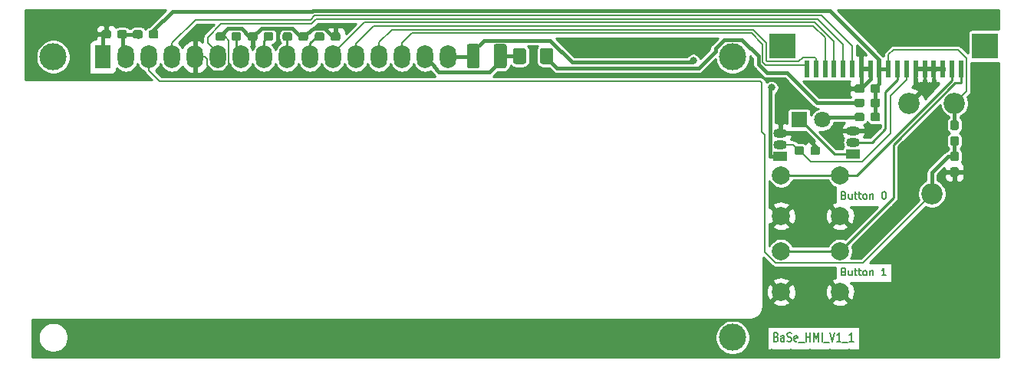
<source format=gbr>
G04 #@! TF.GenerationSoftware,KiCad,Pcbnew,5.1.5+dfsg1-2build2*
G04 #@! TF.CreationDate,2020-07-01T21:43:33+02:00*
G04 #@! TF.ProjectId,BaSe_HMI_V1_1,42615365-5f48-44d4-995f-56315f312e6b,V1_0*
G04 #@! TF.SameCoordinates,Original*
G04 #@! TF.FileFunction,Copper,L1,Top*
G04 #@! TF.FilePolarity,Positive*
%FSLAX46Y46*%
G04 Gerber Fmt 4.6, Leading zero omitted, Abs format (unit mm)*
G04 Created by KiCad (PCBNEW 5.1.5+dfsg1-2build2) date 2020-07-01 21:43:33*
%MOMM*%
%LPD*%
G04 APERTURE LIST*
%ADD10C,0.200000*%
%ADD11O,1.700000X1.700000*%
%ADD12R,1.700000X1.700000*%
%ADD13C,0.100000*%
%ADD14C,3.000000*%
%ADD15O,1.800000X2.600000*%
%ADD16R,1.800000X2.600000*%
%ADD17R,3.000000X2.800000*%
%ADD18R,0.600000X1.900000*%
%ADD19C,1.800000*%
%ADD20R,1.800000X1.800000*%
%ADD21R,1.500000X1.050000*%
%ADD22O,1.500000X1.050000*%
%ADD23C,2.340000*%
%ADD24C,2.000000*%
%ADD25C,0.800000*%
%ADD26C,0.400000*%
%ADD27C,0.250000*%
%ADD28C,0.254000*%
G04 APERTURE END LIST*
D10*
X122295714Y-80938571D02*
X122410000Y-80986190D01*
X122448095Y-81033809D01*
X122486190Y-81129047D01*
X122486190Y-81271904D01*
X122448095Y-81367142D01*
X122410000Y-81414761D01*
X122333809Y-81462380D01*
X122029047Y-81462380D01*
X122029047Y-80462380D01*
X122295714Y-80462380D01*
X122371904Y-80510000D01*
X122410000Y-80557619D01*
X122448095Y-80652857D01*
X122448095Y-80748095D01*
X122410000Y-80843333D01*
X122371904Y-80890952D01*
X122295714Y-80938571D01*
X122029047Y-80938571D01*
X123171904Y-81462380D02*
X123171904Y-80938571D01*
X123133809Y-80843333D01*
X123057619Y-80795714D01*
X122905238Y-80795714D01*
X122829047Y-80843333D01*
X123171904Y-81414761D02*
X123095714Y-81462380D01*
X122905238Y-81462380D01*
X122829047Y-81414761D01*
X122790952Y-81319523D01*
X122790952Y-81224285D01*
X122829047Y-81129047D01*
X122905238Y-81081428D01*
X123095714Y-81081428D01*
X123171904Y-81033809D01*
X123514761Y-81414761D02*
X123629047Y-81462380D01*
X123819523Y-81462380D01*
X123895714Y-81414761D01*
X123933809Y-81367142D01*
X123971904Y-81271904D01*
X123971904Y-81176666D01*
X123933809Y-81081428D01*
X123895714Y-81033809D01*
X123819523Y-80986190D01*
X123667142Y-80938571D01*
X123590952Y-80890952D01*
X123552857Y-80843333D01*
X123514761Y-80748095D01*
X123514761Y-80652857D01*
X123552857Y-80557619D01*
X123590952Y-80510000D01*
X123667142Y-80462380D01*
X123857619Y-80462380D01*
X123971904Y-80510000D01*
X124619523Y-81414761D02*
X124543333Y-81462380D01*
X124390952Y-81462380D01*
X124314761Y-81414761D01*
X124276666Y-81319523D01*
X124276666Y-80938571D01*
X124314761Y-80843333D01*
X124390952Y-80795714D01*
X124543333Y-80795714D01*
X124619523Y-80843333D01*
X124657619Y-80938571D01*
X124657619Y-81033809D01*
X124276666Y-81129047D01*
X124810000Y-81557619D02*
X125419523Y-81557619D01*
X125610000Y-81462380D02*
X125610000Y-80462380D01*
X125610000Y-80938571D02*
X126067142Y-80938571D01*
X126067142Y-81462380D02*
X126067142Y-80462380D01*
X126448095Y-81462380D02*
X126448095Y-80462380D01*
X126714761Y-81176666D01*
X126981428Y-80462380D01*
X126981428Y-81462380D01*
X127362380Y-81462380D02*
X127362380Y-80462380D01*
X127552857Y-81557619D02*
X128162380Y-81557619D01*
X128238571Y-80462380D02*
X128505238Y-81462380D01*
X128771904Y-80462380D01*
X129457619Y-81462380D02*
X129000476Y-81462380D01*
X129229047Y-81462380D02*
X129229047Y-80462380D01*
X129152857Y-80605238D01*
X129076666Y-80700476D01*
X129000476Y-80748095D01*
X129610000Y-81557619D02*
X130219523Y-81557619D01*
X130829047Y-81462380D02*
X130371904Y-81462380D01*
X130600476Y-81462380D02*
X130600476Y-80462380D01*
X130524285Y-80605238D01*
X130448095Y-80700476D01*
X130371904Y-80748095D01*
X129781571Y-73729857D02*
X129895857Y-73767952D01*
X129933952Y-73806047D01*
X129972047Y-73882238D01*
X129972047Y-73996523D01*
X129933952Y-74072714D01*
X129895857Y-74110809D01*
X129819666Y-74148904D01*
X129514904Y-74148904D01*
X129514904Y-73348904D01*
X129781571Y-73348904D01*
X129857761Y-73387000D01*
X129895857Y-73425095D01*
X129933952Y-73501285D01*
X129933952Y-73577476D01*
X129895857Y-73653666D01*
X129857761Y-73691761D01*
X129781571Y-73729857D01*
X129514904Y-73729857D01*
X130657761Y-73615571D02*
X130657761Y-74148904D01*
X130314904Y-73615571D02*
X130314904Y-74034619D01*
X130353000Y-74110809D01*
X130429190Y-74148904D01*
X130543476Y-74148904D01*
X130619666Y-74110809D01*
X130657761Y-74072714D01*
X130924428Y-73615571D02*
X131229190Y-73615571D01*
X131038714Y-73348904D02*
X131038714Y-74034619D01*
X131076809Y-74110809D01*
X131153000Y-74148904D01*
X131229190Y-74148904D01*
X131381571Y-73615571D02*
X131686333Y-73615571D01*
X131495857Y-73348904D02*
X131495857Y-74034619D01*
X131533952Y-74110809D01*
X131610142Y-74148904D01*
X131686333Y-74148904D01*
X132067285Y-74148904D02*
X131991095Y-74110809D01*
X131953000Y-74072714D01*
X131914904Y-73996523D01*
X131914904Y-73767952D01*
X131953000Y-73691761D01*
X131991095Y-73653666D01*
X132067285Y-73615571D01*
X132181571Y-73615571D01*
X132257761Y-73653666D01*
X132295857Y-73691761D01*
X132333952Y-73767952D01*
X132333952Y-73996523D01*
X132295857Y-74072714D01*
X132257761Y-74110809D01*
X132181571Y-74148904D01*
X132067285Y-74148904D01*
X132676809Y-73615571D02*
X132676809Y-74148904D01*
X132676809Y-73691761D02*
X132714904Y-73653666D01*
X132791095Y-73615571D01*
X132905380Y-73615571D01*
X132981571Y-73653666D01*
X133019666Y-73729857D01*
X133019666Y-74148904D01*
X134429190Y-74148904D02*
X133972047Y-74148904D01*
X134200619Y-74148904D02*
X134200619Y-73348904D01*
X134124428Y-73463190D01*
X134048238Y-73539380D01*
X133972047Y-73577476D01*
X129781571Y-65284357D02*
X129895857Y-65322452D01*
X129933952Y-65360547D01*
X129972047Y-65436738D01*
X129972047Y-65551023D01*
X129933952Y-65627214D01*
X129895857Y-65665309D01*
X129819666Y-65703404D01*
X129514904Y-65703404D01*
X129514904Y-64903404D01*
X129781571Y-64903404D01*
X129857761Y-64941500D01*
X129895857Y-64979595D01*
X129933952Y-65055785D01*
X129933952Y-65131976D01*
X129895857Y-65208166D01*
X129857761Y-65246261D01*
X129781571Y-65284357D01*
X129514904Y-65284357D01*
X130657761Y-65170071D02*
X130657761Y-65703404D01*
X130314904Y-65170071D02*
X130314904Y-65589119D01*
X130353000Y-65665309D01*
X130429190Y-65703404D01*
X130543476Y-65703404D01*
X130619666Y-65665309D01*
X130657761Y-65627214D01*
X130924428Y-65170071D02*
X131229190Y-65170071D01*
X131038714Y-64903404D02*
X131038714Y-65589119D01*
X131076809Y-65665309D01*
X131153000Y-65703404D01*
X131229190Y-65703404D01*
X131381571Y-65170071D02*
X131686333Y-65170071D01*
X131495857Y-64903404D02*
X131495857Y-65589119D01*
X131533952Y-65665309D01*
X131610142Y-65703404D01*
X131686333Y-65703404D01*
X132067285Y-65703404D02*
X131991095Y-65665309D01*
X131953000Y-65627214D01*
X131914904Y-65551023D01*
X131914904Y-65322452D01*
X131953000Y-65246261D01*
X131991095Y-65208166D01*
X132067285Y-65170071D01*
X132181571Y-65170071D01*
X132257761Y-65208166D01*
X132295857Y-65246261D01*
X132333952Y-65322452D01*
X132333952Y-65551023D01*
X132295857Y-65627214D01*
X132257761Y-65665309D01*
X132181571Y-65703404D01*
X132067285Y-65703404D01*
X132676809Y-65170071D02*
X132676809Y-65703404D01*
X132676809Y-65246261D02*
X132714904Y-65208166D01*
X132791095Y-65170071D01*
X132905380Y-65170071D01*
X132981571Y-65208166D01*
X133019666Y-65284357D01*
X133019666Y-65703404D01*
X134162523Y-64903404D02*
X134238714Y-64903404D01*
X134314904Y-64941500D01*
X134353000Y-64979595D01*
X134391095Y-65055785D01*
X134429190Y-65208166D01*
X134429190Y-65398642D01*
X134391095Y-65551023D01*
X134353000Y-65627214D01*
X134314904Y-65665309D01*
X134238714Y-65703404D01*
X134162523Y-65703404D01*
X134086333Y-65665309D01*
X134048238Y-65627214D01*
X134010142Y-65551023D01*
X133972047Y-65398642D01*
X133972047Y-65208166D01*
X134010142Y-65055785D01*
X134048238Y-64979595D01*
X134086333Y-64941500D01*
X134162523Y-64903404D01*
D11*
X86100000Y-50000000D03*
X83560000Y-50000000D03*
X81020000Y-50000000D03*
X78480000Y-50000000D03*
X75940000Y-50000000D03*
X73400000Y-50000000D03*
X70860000Y-50000000D03*
X68320000Y-50000000D03*
X65780000Y-50000000D03*
X63240000Y-50000000D03*
X60700000Y-50000000D03*
X58160000Y-50000000D03*
X55620000Y-50000000D03*
X53080000Y-50000000D03*
X50540000Y-50000000D03*
D12*
X48000000Y-50000000D03*
G04 #@! TA.AperFunction,SMDPad,CuDef*
D13*
G36*
X97444504Y-49036204D02*
G01*
X97468773Y-49039804D01*
X97492571Y-49045765D01*
X97515671Y-49054030D01*
X97537849Y-49064520D01*
X97558893Y-49077133D01*
X97578598Y-49091747D01*
X97596777Y-49108223D01*
X97613253Y-49126402D01*
X97627867Y-49146107D01*
X97640480Y-49167151D01*
X97650970Y-49189329D01*
X97659235Y-49212429D01*
X97665196Y-49236227D01*
X97668796Y-49260496D01*
X97670000Y-49285000D01*
X97670000Y-50535000D01*
X97668796Y-50559504D01*
X97665196Y-50583773D01*
X97659235Y-50607571D01*
X97650970Y-50630671D01*
X97640480Y-50652849D01*
X97627867Y-50673893D01*
X97613253Y-50693598D01*
X97596777Y-50711777D01*
X97578598Y-50728253D01*
X97558893Y-50742867D01*
X97537849Y-50755480D01*
X97515671Y-50765970D01*
X97492571Y-50774235D01*
X97468773Y-50780196D01*
X97444504Y-50783796D01*
X97420000Y-50785000D01*
X96495000Y-50785000D01*
X96470496Y-50783796D01*
X96446227Y-50780196D01*
X96422429Y-50774235D01*
X96399329Y-50765970D01*
X96377151Y-50755480D01*
X96356107Y-50742867D01*
X96336402Y-50728253D01*
X96318223Y-50711777D01*
X96301747Y-50693598D01*
X96287133Y-50673893D01*
X96274520Y-50652849D01*
X96264030Y-50630671D01*
X96255765Y-50607571D01*
X96249804Y-50583773D01*
X96246204Y-50559504D01*
X96245000Y-50535000D01*
X96245000Y-49285000D01*
X96246204Y-49260496D01*
X96249804Y-49236227D01*
X96255765Y-49212429D01*
X96264030Y-49189329D01*
X96274520Y-49167151D01*
X96287133Y-49146107D01*
X96301747Y-49126402D01*
X96318223Y-49108223D01*
X96336402Y-49091747D01*
X96356107Y-49077133D01*
X96377151Y-49064520D01*
X96399329Y-49054030D01*
X96422429Y-49045765D01*
X96446227Y-49039804D01*
X96470496Y-49036204D01*
X96495000Y-49035000D01*
X97420000Y-49035000D01*
X97444504Y-49036204D01*
G37*
G04 #@! TD.AperFunction*
G04 #@! TA.AperFunction,SMDPad,CuDef*
G36*
X94469504Y-49036204D02*
G01*
X94493773Y-49039804D01*
X94517571Y-49045765D01*
X94540671Y-49054030D01*
X94562849Y-49064520D01*
X94583893Y-49077133D01*
X94603598Y-49091747D01*
X94621777Y-49108223D01*
X94638253Y-49126402D01*
X94652867Y-49146107D01*
X94665480Y-49167151D01*
X94675970Y-49189329D01*
X94684235Y-49212429D01*
X94690196Y-49236227D01*
X94693796Y-49260496D01*
X94695000Y-49285000D01*
X94695000Y-50535000D01*
X94693796Y-50559504D01*
X94690196Y-50583773D01*
X94684235Y-50607571D01*
X94675970Y-50630671D01*
X94665480Y-50652849D01*
X94652867Y-50673893D01*
X94638253Y-50693598D01*
X94621777Y-50711777D01*
X94603598Y-50728253D01*
X94583893Y-50742867D01*
X94562849Y-50755480D01*
X94540671Y-50765970D01*
X94517571Y-50774235D01*
X94493773Y-50780196D01*
X94469504Y-50783796D01*
X94445000Y-50785000D01*
X93520000Y-50785000D01*
X93495496Y-50783796D01*
X93471227Y-50780196D01*
X93447429Y-50774235D01*
X93424329Y-50765970D01*
X93402151Y-50755480D01*
X93381107Y-50742867D01*
X93361402Y-50728253D01*
X93343223Y-50711777D01*
X93326747Y-50693598D01*
X93312133Y-50673893D01*
X93299520Y-50652849D01*
X93289030Y-50630671D01*
X93280765Y-50607571D01*
X93274804Y-50583773D01*
X93271204Y-50559504D01*
X93270000Y-50535000D01*
X93270000Y-49285000D01*
X93271204Y-49260496D01*
X93274804Y-49236227D01*
X93280765Y-49212429D01*
X93289030Y-49189329D01*
X93299520Y-49167151D01*
X93312133Y-49146107D01*
X93326747Y-49126402D01*
X93343223Y-49108223D01*
X93361402Y-49091747D01*
X93381107Y-49077133D01*
X93402151Y-49064520D01*
X93424329Y-49054030D01*
X93447429Y-49045765D01*
X93471227Y-49039804D01*
X93495496Y-49036204D01*
X93520000Y-49035000D01*
X94445000Y-49035000D01*
X94469504Y-49036204D01*
G37*
G04 #@! TD.AperFunction*
G04 #@! TA.AperFunction,SMDPad,CuDef*
G36*
X142246779Y-60450144D02*
G01*
X142269834Y-60453563D01*
X142292443Y-60459227D01*
X142314387Y-60467079D01*
X142335457Y-60477044D01*
X142355448Y-60489026D01*
X142374168Y-60502910D01*
X142391438Y-60518562D01*
X142407090Y-60535832D01*
X142420974Y-60554552D01*
X142432956Y-60574543D01*
X142442921Y-60595613D01*
X142450773Y-60617557D01*
X142456437Y-60640166D01*
X142459856Y-60663221D01*
X142461000Y-60686500D01*
X142461000Y-61261500D01*
X142459856Y-61284779D01*
X142456437Y-61307834D01*
X142450773Y-61330443D01*
X142442921Y-61352387D01*
X142432956Y-61373457D01*
X142420974Y-61393448D01*
X142407090Y-61412168D01*
X142391438Y-61429438D01*
X142374168Y-61445090D01*
X142355448Y-61458974D01*
X142335457Y-61470956D01*
X142314387Y-61480921D01*
X142292443Y-61488773D01*
X142269834Y-61494437D01*
X142246779Y-61497856D01*
X142223500Y-61499000D01*
X141748500Y-61499000D01*
X141725221Y-61497856D01*
X141702166Y-61494437D01*
X141679557Y-61488773D01*
X141657613Y-61480921D01*
X141636543Y-61470956D01*
X141616552Y-61458974D01*
X141597832Y-61445090D01*
X141580562Y-61429438D01*
X141564910Y-61412168D01*
X141551026Y-61393448D01*
X141539044Y-61373457D01*
X141529079Y-61352387D01*
X141521227Y-61330443D01*
X141515563Y-61307834D01*
X141512144Y-61284779D01*
X141511000Y-61261500D01*
X141511000Y-60686500D01*
X141512144Y-60663221D01*
X141515563Y-60640166D01*
X141521227Y-60617557D01*
X141529079Y-60595613D01*
X141539044Y-60574543D01*
X141551026Y-60554552D01*
X141564910Y-60535832D01*
X141580562Y-60518562D01*
X141597832Y-60502910D01*
X141616552Y-60489026D01*
X141636543Y-60477044D01*
X141657613Y-60467079D01*
X141679557Y-60459227D01*
X141702166Y-60453563D01*
X141725221Y-60450144D01*
X141748500Y-60449000D01*
X142223500Y-60449000D01*
X142246779Y-60450144D01*
G37*
G04 #@! TD.AperFunction*
G04 #@! TA.AperFunction,SMDPad,CuDef*
G36*
X142246779Y-62200144D02*
G01*
X142269834Y-62203563D01*
X142292443Y-62209227D01*
X142314387Y-62217079D01*
X142335457Y-62227044D01*
X142355448Y-62239026D01*
X142374168Y-62252910D01*
X142391438Y-62268562D01*
X142407090Y-62285832D01*
X142420974Y-62304552D01*
X142432956Y-62324543D01*
X142442921Y-62345613D01*
X142450773Y-62367557D01*
X142456437Y-62390166D01*
X142459856Y-62413221D01*
X142461000Y-62436500D01*
X142461000Y-63011500D01*
X142459856Y-63034779D01*
X142456437Y-63057834D01*
X142450773Y-63080443D01*
X142442921Y-63102387D01*
X142432956Y-63123457D01*
X142420974Y-63143448D01*
X142407090Y-63162168D01*
X142391438Y-63179438D01*
X142374168Y-63195090D01*
X142355448Y-63208974D01*
X142335457Y-63220956D01*
X142314387Y-63230921D01*
X142292443Y-63238773D01*
X142269834Y-63244437D01*
X142246779Y-63247856D01*
X142223500Y-63249000D01*
X141748500Y-63249000D01*
X141725221Y-63247856D01*
X141702166Y-63244437D01*
X141679557Y-63238773D01*
X141657613Y-63230921D01*
X141636543Y-63220956D01*
X141616552Y-63208974D01*
X141597832Y-63195090D01*
X141580562Y-63179438D01*
X141564910Y-63162168D01*
X141551026Y-63143448D01*
X141539044Y-63123457D01*
X141529079Y-63102387D01*
X141521227Y-63080443D01*
X141515563Y-63057834D01*
X141512144Y-63034779D01*
X141511000Y-63011500D01*
X141511000Y-62436500D01*
X141512144Y-62413221D01*
X141515563Y-62390166D01*
X141521227Y-62367557D01*
X141529079Y-62345613D01*
X141539044Y-62324543D01*
X141551026Y-62304552D01*
X141564910Y-62285832D01*
X141580562Y-62268562D01*
X141597832Y-62252910D01*
X141616552Y-62239026D01*
X141636543Y-62227044D01*
X141657613Y-62217079D01*
X141679557Y-62209227D01*
X141702166Y-62203563D01*
X141725221Y-62200144D01*
X141748500Y-62199000D01*
X142223500Y-62199000D01*
X142246779Y-62200144D01*
G37*
G04 #@! TD.AperFunction*
G04 #@! TA.AperFunction,SMDPad,CuDef*
G36*
X142246779Y-57021144D02*
G01*
X142269834Y-57024563D01*
X142292443Y-57030227D01*
X142314387Y-57038079D01*
X142335457Y-57048044D01*
X142355448Y-57060026D01*
X142374168Y-57073910D01*
X142391438Y-57089562D01*
X142407090Y-57106832D01*
X142420974Y-57125552D01*
X142432956Y-57145543D01*
X142442921Y-57166613D01*
X142450773Y-57188557D01*
X142456437Y-57211166D01*
X142459856Y-57234221D01*
X142461000Y-57257500D01*
X142461000Y-57832500D01*
X142459856Y-57855779D01*
X142456437Y-57878834D01*
X142450773Y-57901443D01*
X142442921Y-57923387D01*
X142432956Y-57944457D01*
X142420974Y-57964448D01*
X142407090Y-57983168D01*
X142391438Y-58000438D01*
X142374168Y-58016090D01*
X142355448Y-58029974D01*
X142335457Y-58041956D01*
X142314387Y-58051921D01*
X142292443Y-58059773D01*
X142269834Y-58065437D01*
X142246779Y-58068856D01*
X142223500Y-58070000D01*
X141748500Y-58070000D01*
X141725221Y-58068856D01*
X141702166Y-58065437D01*
X141679557Y-58059773D01*
X141657613Y-58051921D01*
X141636543Y-58041956D01*
X141616552Y-58029974D01*
X141597832Y-58016090D01*
X141580562Y-58000438D01*
X141564910Y-57983168D01*
X141551026Y-57964448D01*
X141539044Y-57944457D01*
X141529079Y-57923387D01*
X141521227Y-57901443D01*
X141515563Y-57878834D01*
X141512144Y-57855779D01*
X141511000Y-57832500D01*
X141511000Y-57257500D01*
X141512144Y-57234221D01*
X141515563Y-57211166D01*
X141521227Y-57188557D01*
X141529079Y-57166613D01*
X141539044Y-57145543D01*
X141551026Y-57125552D01*
X141564910Y-57106832D01*
X141580562Y-57089562D01*
X141597832Y-57073910D01*
X141616552Y-57060026D01*
X141636543Y-57048044D01*
X141657613Y-57038079D01*
X141679557Y-57030227D01*
X141702166Y-57024563D01*
X141725221Y-57021144D01*
X141748500Y-57020000D01*
X142223500Y-57020000D01*
X142246779Y-57021144D01*
G37*
G04 #@! TD.AperFunction*
G04 #@! TA.AperFunction,SMDPad,CuDef*
G36*
X142246779Y-58771144D02*
G01*
X142269834Y-58774563D01*
X142292443Y-58780227D01*
X142314387Y-58788079D01*
X142335457Y-58798044D01*
X142355448Y-58810026D01*
X142374168Y-58823910D01*
X142391438Y-58839562D01*
X142407090Y-58856832D01*
X142420974Y-58875552D01*
X142432956Y-58895543D01*
X142442921Y-58916613D01*
X142450773Y-58938557D01*
X142456437Y-58961166D01*
X142459856Y-58984221D01*
X142461000Y-59007500D01*
X142461000Y-59582500D01*
X142459856Y-59605779D01*
X142456437Y-59628834D01*
X142450773Y-59651443D01*
X142442921Y-59673387D01*
X142432956Y-59694457D01*
X142420974Y-59714448D01*
X142407090Y-59733168D01*
X142391438Y-59750438D01*
X142374168Y-59766090D01*
X142355448Y-59779974D01*
X142335457Y-59791956D01*
X142314387Y-59801921D01*
X142292443Y-59809773D01*
X142269834Y-59815437D01*
X142246779Y-59818856D01*
X142223500Y-59820000D01*
X141748500Y-59820000D01*
X141725221Y-59818856D01*
X141702166Y-59815437D01*
X141679557Y-59809773D01*
X141657613Y-59801921D01*
X141636543Y-59791956D01*
X141616552Y-59779974D01*
X141597832Y-59766090D01*
X141580562Y-59750438D01*
X141564910Y-59733168D01*
X141551026Y-59714448D01*
X141539044Y-59694457D01*
X141529079Y-59673387D01*
X141521227Y-59651443D01*
X141515563Y-59628834D01*
X141512144Y-59605779D01*
X141511000Y-59582500D01*
X141511000Y-59007500D01*
X141512144Y-58984221D01*
X141515563Y-58961166D01*
X141521227Y-58938557D01*
X141529079Y-58916613D01*
X141539044Y-58895543D01*
X141551026Y-58875552D01*
X141564910Y-58856832D01*
X141580562Y-58839562D01*
X141597832Y-58823910D01*
X141616552Y-58810026D01*
X141636543Y-58798044D01*
X141657613Y-58788079D01*
X141679557Y-58780227D01*
X141702166Y-58774563D01*
X141725221Y-58771144D01*
X141748500Y-58770000D01*
X142223500Y-58770000D01*
X142246779Y-58771144D01*
G37*
G04 #@! TD.AperFunction*
G04 #@! TA.AperFunction,SMDPad,CuDef*
G36*
X131815779Y-53036144D02*
G01*
X131838834Y-53039563D01*
X131861443Y-53045227D01*
X131883387Y-53053079D01*
X131904457Y-53063044D01*
X131924448Y-53075026D01*
X131943168Y-53088910D01*
X131960438Y-53104562D01*
X131976090Y-53121832D01*
X131989974Y-53140552D01*
X132001956Y-53160543D01*
X132011921Y-53181613D01*
X132019773Y-53203557D01*
X132025437Y-53226166D01*
X132028856Y-53249221D01*
X132030000Y-53272500D01*
X132030000Y-53747500D01*
X132028856Y-53770779D01*
X132025437Y-53793834D01*
X132019773Y-53816443D01*
X132011921Y-53838387D01*
X132001956Y-53859457D01*
X131989974Y-53879448D01*
X131976090Y-53898168D01*
X131960438Y-53915438D01*
X131943168Y-53931090D01*
X131924448Y-53944974D01*
X131904457Y-53956956D01*
X131883387Y-53966921D01*
X131861443Y-53974773D01*
X131838834Y-53980437D01*
X131815779Y-53983856D01*
X131792500Y-53985000D01*
X131217500Y-53985000D01*
X131194221Y-53983856D01*
X131171166Y-53980437D01*
X131148557Y-53974773D01*
X131126613Y-53966921D01*
X131105543Y-53956956D01*
X131085552Y-53944974D01*
X131066832Y-53931090D01*
X131049562Y-53915438D01*
X131033910Y-53898168D01*
X131020026Y-53879448D01*
X131008044Y-53859457D01*
X130998079Y-53838387D01*
X130990227Y-53816443D01*
X130984563Y-53793834D01*
X130981144Y-53770779D01*
X130980000Y-53747500D01*
X130980000Y-53272500D01*
X130981144Y-53249221D01*
X130984563Y-53226166D01*
X130990227Y-53203557D01*
X130998079Y-53181613D01*
X131008044Y-53160543D01*
X131020026Y-53140552D01*
X131033910Y-53121832D01*
X131049562Y-53104562D01*
X131066832Y-53088910D01*
X131085552Y-53075026D01*
X131105543Y-53063044D01*
X131126613Y-53053079D01*
X131148557Y-53045227D01*
X131171166Y-53039563D01*
X131194221Y-53036144D01*
X131217500Y-53035000D01*
X131792500Y-53035000D01*
X131815779Y-53036144D01*
G37*
G04 #@! TD.AperFunction*
G04 #@! TA.AperFunction,SMDPad,CuDef*
G36*
X133565779Y-53036144D02*
G01*
X133588834Y-53039563D01*
X133611443Y-53045227D01*
X133633387Y-53053079D01*
X133654457Y-53063044D01*
X133674448Y-53075026D01*
X133693168Y-53088910D01*
X133710438Y-53104562D01*
X133726090Y-53121832D01*
X133739974Y-53140552D01*
X133751956Y-53160543D01*
X133761921Y-53181613D01*
X133769773Y-53203557D01*
X133775437Y-53226166D01*
X133778856Y-53249221D01*
X133780000Y-53272500D01*
X133780000Y-53747500D01*
X133778856Y-53770779D01*
X133775437Y-53793834D01*
X133769773Y-53816443D01*
X133761921Y-53838387D01*
X133751956Y-53859457D01*
X133739974Y-53879448D01*
X133726090Y-53898168D01*
X133710438Y-53915438D01*
X133693168Y-53931090D01*
X133674448Y-53944974D01*
X133654457Y-53956956D01*
X133633387Y-53966921D01*
X133611443Y-53974773D01*
X133588834Y-53980437D01*
X133565779Y-53983856D01*
X133542500Y-53985000D01*
X132967500Y-53985000D01*
X132944221Y-53983856D01*
X132921166Y-53980437D01*
X132898557Y-53974773D01*
X132876613Y-53966921D01*
X132855543Y-53956956D01*
X132835552Y-53944974D01*
X132816832Y-53931090D01*
X132799562Y-53915438D01*
X132783910Y-53898168D01*
X132770026Y-53879448D01*
X132758044Y-53859457D01*
X132748079Y-53838387D01*
X132740227Y-53816443D01*
X132734563Y-53793834D01*
X132731144Y-53770779D01*
X132730000Y-53747500D01*
X132730000Y-53272500D01*
X132731144Y-53249221D01*
X132734563Y-53226166D01*
X132740227Y-53203557D01*
X132748079Y-53181613D01*
X132758044Y-53160543D01*
X132770026Y-53140552D01*
X132783910Y-53121832D01*
X132799562Y-53104562D01*
X132816832Y-53088910D01*
X132835552Y-53075026D01*
X132855543Y-53063044D01*
X132876613Y-53053079D01*
X132898557Y-53045227D01*
X132921166Y-53039563D01*
X132944221Y-53036144D01*
X132967500Y-53035000D01*
X133542500Y-53035000D01*
X133565779Y-53036144D01*
G37*
G04 #@! TD.AperFunction*
D14*
X117500000Y-50000000D03*
X117499480Y-81000700D03*
X42500900Y-50000000D03*
D15*
X86100000Y-50000000D03*
X83560000Y-50000000D03*
X81020000Y-50000000D03*
X78480000Y-50000000D03*
X75940000Y-50000000D03*
X73400000Y-50000000D03*
X70860000Y-50000000D03*
X68320000Y-50000000D03*
X65780000Y-50000000D03*
X63240000Y-50000000D03*
X60700000Y-50000000D03*
X58160000Y-50000000D03*
X55620000Y-50000000D03*
X53080000Y-50000000D03*
X50540000Y-50000000D03*
D16*
X48000000Y-50000000D03*
G04 #@! TA.AperFunction,SMDPad,CuDef*
D13*
G36*
X131815779Y-54596144D02*
G01*
X131838834Y-54599563D01*
X131861443Y-54605227D01*
X131883387Y-54613079D01*
X131904457Y-54623044D01*
X131924448Y-54635026D01*
X131943168Y-54648910D01*
X131960438Y-54664562D01*
X131976090Y-54681832D01*
X131989974Y-54700552D01*
X132001956Y-54720543D01*
X132011921Y-54741613D01*
X132019773Y-54763557D01*
X132025437Y-54786166D01*
X132028856Y-54809221D01*
X132030000Y-54832500D01*
X132030000Y-55307500D01*
X132028856Y-55330779D01*
X132025437Y-55353834D01*
X132019773Y-55376443D01*
X132011921Y-55398387D01*
X132001956Y-55419457D01*
X131989974Y-55439448D01*
X131976090Y-55458168D01*
X131960438Y-55475438D01*
X131943168Y-55491090D01*
X131924448Y-55504974D01*
X131904457Y-55516956D01*
X131883387Y-55526921D01*
X131861443Y-55534773D01*
X131838834Y-55540437D01*
X131815779Y-55543856D01*
X131792500Y-55545000D01*
X131217500Y-55545000D01*
X131194221Y-55543856D01*
X131171166Y-55540437D01*
X131148557Y-55534773D01*
X131126613Y-55526921D01*
X131105543Y-55516956D01*
X131085552Y-55504974D01*
X131066832Y-55491090D01*
X131049562Y-55475438D01*
X131033910Y-55458168D01*
X131020026Y-55439448D01*
X131008044Y-55419457D01*
X130998079Y-55398387D01*
X130990227Y-55376443D01*
X130984563Y-55353834D01*
X130981144Y-55330779D01*
X130980000Y-55307500D01*
X130980000Y-54832500D01*
X130981144Y-54809221D01*
X130984563Y-54786166D01*
X130990227Y-54763557D01*
X130998079Y-54741613D01*
X131008044Y-54720543D01*
X131020026Y-54700552D01*
X131033910Y-54681832D01*
X131049562Y-54664562D01*
X131066832Y-54648910D01*
X131085552Y-54635026D01*
X131105543Y-54623044D01*
X131126613Y-54613079D01*
X131148557Y-54605227D01*
X131171166Y-54599563D01*
X131194221Y-54596144D01*
X131217500Y-54595000D01*
X131792500Y-54595000D01*
X131815779Y-54596144D01*
G37*
G04 #@! TD.AperFunction*
G04 #@! TA.AperFunction,SMDPad,CuDef*
G36*
X133565779Y-54596144D02*
G01*
X133588834Y-54599563D01*
X133611443Y-54605227D01*
X133633387Y-54613079D01*
X133654457Y-54623044D01*
X133674448Y-54635026D01*
X133693168Y-54648910D01*
X133710438Y-54664562D01*
X133726090Y-54681832D01*
X133739974Y-54700552D01*
X133751956Y-54720543D01*
X133761921Y-54741613D01*
X133769773Y-54763557D01*
X133775437Y-54786166D01*
X133778856Y-54809221D01*
X133780000Y-54832500D01*
X133780000Y-55307500D01*
X133778856Y-55330779D01*
X133775437Y-55353834D01*
X133769773Y-55376443D01*
X133761921Y-55398387D01*
X133751956Y-55419457D01*
X133739974Y-55439448D01*
X133726090Y-55458168D01*
X133710438Y-55475438D01*
X133693168Y-55491090D01*
X133674448Y-55504974D01*
X133654457Y-55516956D01*
X133633387Y-55526921D01*
X133611443Y-55534773D01*
X133588834Y-55540437D01*
X133565779Y-55543856D01*
X133542500Y-55545000D01*
X132967500Y-55545000D01*
X132944221Y-55543856D01*
X132921166Y-55540437D01*
X132898557Y-55534773D01*
X132876613Y-55526921D01*
X132855543Y-55516956D01*
X132835552Y-55504974D01*
X132816832Y-55491090D01*
X132799562Y-55475438D01*
X132783910Y-55458168D01*
X132770026Y-55439448D01*
X132758044Y-55419457D01*
X132748079Y-55398387D01*
X132740227Y-55376443D01*
X132734563Y-55353834D01*
X132731144Y-55330779D01*
X132730000Y-55307500D01*
X132730000Y-54832500D01*
X132731144Y-54809221D01*
X132734563Y-54786166D01*
X132740227Y-54763557D01*
X132748079Y-54741613D01*
X132758044Y-54720543D01*
X132770026Y-54700552D01*
X132783910Y-54681832D01*
X132799562Y-54664562D01*
X132816832Y-54648910D01*
X132835552Y-54635026D01*
X132855543Y-54623044D01*
X132876613Y-54613079D01*
X132898557Y-54605227D01*
X132921166Y-54599563D01*
X132944221Y-54596144D01*
X132967500Y-54595000D01*
X133542500Y-54595000D01*
X133565779Y-54596144D01*
G37*
G04 #@! TD.AperFunction*
D17*
X123026400Y-48793400D03*
X145378400Y-48793400D03*
D18*
X125702400Y-51333400D03*
X126702400Y-51333400D03*
X127702400Y-51333400D03*
X128702400Y-51333400D03*
X129702400Y-51333400D03*
X130702400Y-51333400D03*
X131702400Y-51333400D03*
X132702400Y-51333400D03*
X133702400Y-51333400D03*
X134702400Y-51333400D03*
X135702400Y-51333400D03*
X136702400Y-51333400D03*
X137702400Y-51333400D03*
X138702400Y-51333400D03*
X139702400Y-51333400D03*
X140702400Y-51333400D03*
X141702400Y-51333400D03*
X142702400Y-51333400D03*
G04 #@! TA.AperFunction,SMDPad,CuDef*
D13*
G36*
X92330004Y-48573704D02*
G01*
X92354273Y-48577304D01*
X92378071Y-48583265D01*
X92401171Y-48591530D01*
X92423349Y-48602020D01*
X92444393Y-48614633D01*
X92464098Y-48629247D01*
X92482277Y-48645723D01*
X92498753Y-48663902D01*
X92513367Y-48683607D01*
X92525980Y-48704651D01*
X92536470Y-48726829D01*
X92544735Y-48749929D01*
X92550696Y-48773727D01*
X92554296Y-48797996D01*
X92555500Y-48822500D01*
X92555500Y-50972500D01*
X92554296Y-50997004D01*
X92550696Y-51021273D01*
X92544735Y-51045071D01*
X92536470Y-51068171D01*
X92525980Y-51090349D01*
X92513367Y-51111393D01*
X92498753Y-51131098D01*
X92482277Y-51149277D01*
X92464098Y-51165753D01*
X92444393Y-51180367D01*
X92423349Y-51192980D01*
X92401171Y-51203470D01*
X92378071Y-51211735D01*
X92354273Y-51217696D01*
X92330004Y-51221296D01*
X92305500Y-51222500D01*
X91380500Y-51222500D01*
X91355996Y-51221296D01*
X91331727Y-51217696D01*
X91307929Y-51211735D01*
X91284829Y-51203470D01*
X91262651Y-51192980D01*
X91241607Y-51180367D01*
X91221902Y-51165753D01*
X91203723Y-51149277D01*
X91187247Y-51131098D01*
X91172633Y-51111393D01*
X91160020Y-51090349D01*
X91149530Y-51068171D01*
X91141265Y-51045071D01*
X91135304Y-51021273D01*
X91131704Y-50997004D01*
X91130500Y-50972500D01*
X91130500Y-48822500D01*
X91131704Y-48797996D01*
X91135304Y-48773727D01*
X91141265Y-48749929D01*
X91149530Y-48726829D01*
X91160020Y-48704651D01*
X91172633Y-48683607D01*
X91187247Y-48663902D01*
X91203723Y-48645723D01*
X91221902Y-48629247D01*
X91241607Y-48614633D01*
X91262651Y-48602020D01*
X91284829Y-48591530D01*
X91307929Y-48583265D01*
X91331727Y-48577304D01*
X91355996Y-48573704D01*
X91380500Y-48572500D01*
X92305500Y-48572500D01*
X92330004Y-48573704D01*
G37*
G04 #@! TD.AperFunction*
G04 #@! TA.AperFunction,SMDPad,CuDef*
G36*
X89355004Y-48573704D02*
G01*
X89379273Y-48577304D01*
X89403071Y-48583265D01*
X89426171Y-48591530D01*
X89448349Y-48602020D01*
X89469393Y-48614633D01*
X89489098Y-48629247D01*
X89507277Y-48645723D01*
X89523753Y-48663902D01*
X89538367Y-48683607D01*
X89550980Y-48704651D01*
X89561470Y-48726829D01*
X89569735Y-48749929D01*
X89575696Y-48773727D01*
X89579296Y-48797996D01*
X89580500Y-48822500D01*
X89580500Y-50972500D01*
X89579296Y-50997004D01*
X89575696Y-51021273D01*
X89569735Y-51045071D01*
X89561470Y-51068171D01*
X89550980Y-51090349D01*
X89538367Y-51111393D01*
X89523753Y-51131098D01*
X89507277Y-51149277D01*
X89489098Y-51165753D01*
X89469393Y-51180367D01*
X89448349Y-51192980D01*
X89426171Y-51203470D01*
X89403071Y-51211735D01*
X89379273Y-51217696D01*
X89355004Y-51221296D01*
X89330500Y-51222500D01*
X88405500Y-51222500D01*
X88380996Y-51221296D01*
X88356727Y-51217696D01*
X88332929Y-51211735D01*
X88309829Y-51203470D01*
X88287651Y-51192980D01*
X88266607Y-51180367D01*
X88246902Y-51165753D01*
X88228723Y-51149277D01*
X88212247Y-51131098D01*
X88197633Y-51111393D01*
X88185020Y-51090349D01*
X88174530Y-51068171D01*
X88166265Y-51045071D01*
X88160304Y-51021273D01*
X88156704Y-50997004D01*
X88155500Y-50972500D01*
X88155500Y-48822500D01*
X88156704Y-48797996D01*
X88160304Y-48773727D01*
X88166265Y-48749929D01*
X88174530Y-48726829D01*
X88185020Y-48704651D01*
X88197633Y-48683607D01*
X88212247Y-48663902D01*
X88228723Y-48645723D01*
X88246902Y-48629247D01*
X88266607Y-48614633D01*
X88287651Y-48602020D01*
X88309829Y-48591530D01*
X88332929Y-48583265D01*
X88356727Y-48577304D01*
X88380996Y-48573704D01*
X88405500Y-48572500D01*
X89330500Y-48572500D01*
X89355004Y-48573704D01*
G37*
G04 #@! TD.AperFunction*
D19*
X127373380Y-56959500D03*
D20*
X124833380Y-56959500D03*
G04 #@! TA.AperFunction,SMDPad,CuDef*
D13*
G36*
X133565779Y-56156144D02*
G01*
X133588834Y-56159563D01*
X133611443Y-56165227D01*
X133633387Y-56173079D01*
X133654457Y-56183044D01*
X133674448Y-56195026D01*
X133693168Y-56208910D01*
X133710438Y-56224562D01*
X133726090Y-56241832D01*
X133739974Y-56260552D01*
X133751956Y-56280543D01*
X133761921Y-56301613D01*
X133769773Y-56323557D01*
X133775437Y-56346166D01*
X133778856Y-56369221D01*
X133780000Y-56392500D01*
X133780000Y-56867500D01*
X133778856Y-56890779D01*
X133775437Y-56913834D01*
X133769773Y-56936443D01*
X133761921Y-56958387D01*
X133751956Y-56979457D01*
X133739974Y-56999448D01*
X133726090Y-57018168D01*
X133710438Y-57035438D01*
X133693168Y-57051090D01*
X133674448Y-57064974D01*
X133654457Y-57076956D01*
X133633387Y-57086921D01*
X133611443Y-57094773D01*
X133588834Y-57100437D01*
X133565779Y-57103856D01*
X133542500Y-57105000D01*
X132967500Y-57105000D01*
X132944221Y-57103856D01*
X132921166Y-57100437D01*
X132898557Y-57094773D01*
X132876613Y-57086921D01*
X132855543Y-57076956D01*
X132835552Y-57064974D01*
X132816832Y-57051090D01*
X132799562Y-57035438D01*
X132783910Y-57018168D01*
X132770026Y-56999448D01*
X132758044Y-56979457D01*
X132748079Y-56958387D01*
X132740227Y-56936443D01*
X132734563Y-56913834D01*
X132731144Y-56890779D01*
X132730000Y-56867500D01*
X132730000Y-56392500D01*
X132731144Y-56369221D01*
X132734563Y-56346166D01*
X132740227Y-56323557D01*
X132748079Y-56301613D01*
X132758044Y-56280543D01*
X132770026Y-56260552D01*
X132783910Y-56241832D01*
X132799562Y-56224562D01*
X132816832Y-56208910D01*
X132835552Y-56195026D01*
X132855543Y-56183044D01*
X132876613Y-56173079D01*
X132898557Y-56165227D01*
X132921166Y-56159563D01*
X132944221Y-56156144D01*
X132967500Y-56155000D01*
X133542500Y-56155000D01*
X133565779Y-56156144D01*
G37*
G04 #@! TD.AperFunction*
G04 #@! TA.AperFunction,SMDPad,CuDef*
G36*
X131815779Y-56156144D02*
G01*
X131838834Y-56159563D01*
X131861443Y-56165227D01*
X131883387Y-56173079D01*
X131904457Y-56183044D01*
X131924448Y-56195026D01*
X131943168Y-56208910D01*
X131960438Y-56224562D01*
X131976090Y-56241832D01*
X131989974Y-56260552D01*
X132001956Y-56280543D01*
X132011921Y-56301613D01*
X132019773Y-56323557D01*
X132025437Y-56346166D01*
X132028856Y-56369221D01*
X132030000Y-56392500D01*
X132030000Y-56867500D01*
X132028856Y-56890779D01*
X132025437Y-56913834D01*
X132019773Y-56936443D01*
X132011921Y-56958387D01*
X132001956Y-56979457D01*
X131989974Y-56999448D01*
X131976090Y-57018168D01*
X131960438Y-57035438D01*
X131943168Y-57051090D01*
X131924448Y-57064974D01*
X131904457Y-57076956D01*
X131883387Y-57086921D01*
X131861443Y-57094773D01*
X131838834Y-57100437D01*
X131815779Y-57103856D01*
X131792500Y-57105000D01*
X131217500Y-57105000D01*
X131194221Y-57103856D01*
X131171166Y-57100437D01*
X131148557Y-57094773D01*
X131126613Y-57086921D01*
X131105543Y-57076956D01*
X131085552Y-57064974D01*
X131066832Y-57051090D01*
X131049562Y-57035438D01*
X131033910Y-57018168D01*
X131020026Y-56999448D01*
X131008044Y-56979457D01*
X130998079Y-56958387D01*
X130990227Y-56936443D01*
X130984563Y-56913834D01*
X130981144Y-56890779D01*
X130980000Y-56867500D01*
X130980000Y-56392500D01*
X130981144Y-56369221D01*
X130984563Y-56346166D01*
X130990227Y-56323557D01*
X130998079Y-56301613D01*
X131008044Y-56280543D01*
X131020026Y-56260552D01*
X131033910Y-56241832D01*
X131049562Y-56224562D01*
X131066832Y-56208910D01*
X131085552Y-56195026D01*
X131105543Y-56183044D01*
X131126613Y-56173079D01*
X131148557Y-56165227D01*
X131171166Y-56159563D01*
X131194221Y-56156144D01*
X131217500Y-56155000D01*
X131792500Y-56155000D01*
X131815779Y-56156144D01*
G37*
G04 #@! TD.AperFunction*
D21*
X130810000Y-60706000D03*
D22*
X130810000Y-58166000D03*
X130810000Y-59436000D03*
G04 #@! TA.AperFunction,SMDPad,CuDef*
D13*
G36*
X48661779Y-47038144D02*
G01*
X48684834Y-47041563D01*
X48707443Y-47047227D01*
X48729387Y-47055079D01*
X48750457Y-47065044D01*
X48770448Y-47077026D01*
X48789168Y-47090910D01*
X48806438Y-47106562D01*
X48822090Y-47123832D01*
X48835974Y-47142552D01*
X48847956Y-47162543D01*
X48857921Y-47183613D01*
X48865773Y-47205557D01*
X48871437Y-47228166D01*
X48874856Y-47251221D01*
X48876000Y-47274500D01*
X48876000Y-47749500D01*
X48874856Y-47772779D01*
X48871437Y-47795834D01*
X48865773Y-47818443D01*
X48857921Y-47840387D01*
X48847956Y-47861457D01*
X48835974Y-47881448D01*
X48822090Y-47900168D01*
X48806438Y-47917438D01*
X48789168Y-47933090D01*
X48770448Y-47946974D01*
X48750457Y-47958956D01*
X48729387Y-47968921D01*
X48707443Y-47976773D01*
X48684834Y-47982437D01*
X48661779Y-47985856D01*
X48638500Y-47987000D01*
X48063500Y-47987000D01*
X48040221Y-47985856D01*
X48017166Y-47982437D01*
X47994557Y-47976773D01*
X47972613Y-47968921D01*
X47951543Y-47958956D01*
X47931552Y-47946974D01*
X47912832Y-47933090D01*
X47895562Y-47917438D01*
X47879910Y-47900168D01*
X47866026Y-47881448D01*
X47854044Y-47861457D01*
X47844079Y-47840387D01*
X47836227Y-47818443D01*
X47830563Y-47795834D01*
X47827144Y-47772779D01*
X47826000Y-47749500D01*
X47826000Y-47274500D01*
X47827144Y-47251221D01*
X47830563Y-47228166D01*
X47836227Y-47205557D01*
X47844079Y-47183613D01*
X47854044Y-47162543D01*
X47866026Y-47142552D01*
X47879910Y-47123832D01*
X47895562Y-47106562D01*
X47912832Y-47090910D01*
X47931552Y-47077026D01*
X47951543Y-47065044D01*
X47972613Y-47055079D01*
X47994557Y-47047227D01*
X48017166Y-47041563D01*
X48040221Y-47038144D01*
X48063500Y-47037000D01*
X48638500Y-47037000D01*
X48661779Y-47038144D01*
G37*
G04 #@! TD.AperFunction*
G04 #@! TA.AperFunction,SMDPad,CuDef*
G36*
X50411779Y-47038144D02*
G01*
X50434834Y-47041563D01*
X50457443Y-47047227D01*
X50479387Y-47055079D01*
X50500457Y-47065044D01*
X50520448Y-47077026D01*
X50539168Y-47090910D01*
X50556438Y-47106562D01*
X50572090Y-47123832D01*
X50585974Y-47142552D01*
X50597956Y-47162543D01*
X50607921Y-47183613D01*
X50615773Y-47205557D01*
X50621437Y-47228166D01*
X50624856Y-47251221D01*
X50626000Y-47274500D01*
X50626000Y-47749500D01*
X50624856Y-47772779D01*
X50621437Y-47795834D01*
X50615773Y-47818443D01*
X50607921Y-47840387D01*
X50597956Y-47861457D01*
X50585974Y-47881448D01*
X50572090Y-47900168D01*
X50556438Y-47917438D01*
X50539168Y-47933090D01*
X50520448Y-47946974D01*
X50500457Y-47958956D01*
X50479387Y-47968921D01*
X50457443Y-47976773D01*
X50434834Y-47982437D01*
X50411779Y-47985856D01*
X50388500Y-47987000D01*
X49813500Y-47987000D01*
X49790221Y-47985856D01*
X49767166Y-47982437D01*
X49744557Y-47976773D01*
X49722613Y-47968921D01*
X49701543Y-47958956D01*
X49681552Y-47946974D01*
X49662832Y-47933090D01*
X49645562Y-47917438D01*
X49629910Y-47900168D01*
X49616026Y-47881448D01*
X49604044Y-47861457D01*
X49594079Y-47840387D01*
X49586227Y-47818443D01*
X49580563Y-47795834D01*
X49577144Y-47772779D01*
X49576000Y-47749500D01*
X49576000Y-47274500D01*
X49577144Y-47251221D01*
X49580563Y-47228166D01*
X49586227Y-47205557D01*
X49594079Y-47183613D01*
X49604044Y-47162543D01*
X49616026Y-47142552D01*
X49629910Y-47123832D01*
X49645562Y-47106562D01*
X49662832Y-47090910D01*
X49681552Y-47077026D01*
X49701543Y-47065044D01*
X49722613Y-47055079D01*
X49744557Y-47047227D01*
X49767166Y-47041563D01*
X49790221Y-47038144D01*
X49813500Y-47037000D01*
X50388500Y-47037000D01*
X50411779Y-47038144D01*
G37*
G04 #@! TD.AperFunction*
G04 #@! TA.AperFunction,SMDPad,CuDef*
G36*
X52145779Y-47036144D02*
G01*
X52168834Y-47039563D01*
X52191443Y-47045227D01*
X52213387Y-47053079D01*
X52234457Y-47063044D01*
X52254448Y-47075026D01*
X52273168Y-47088910D01*
X52290438Y-47104562D01*
X52306090Y-47121832D01*
X52319974Y-47140552D01*
X52331956Y-47160543D01*
X52341921Y-47181613D01*
X52349773Y-47203557D01*
X52355437Y-47226166D01*
X52358856Y-47249221D01*
X52360000Y-47272500D01*
X52360000Y-47747500D01*
X52358856Y-47770779D01*
X52355437Y-47793834D01*
X52349773Y-47816443D01*
X52341921Y-47838387D01*
X52331956Y-47859457D01*
X52319974Y-47879448D01*
X52306090Y-47898168D01*
X52290438Y-47915438D01*
X52273168Y-47931090D01*
X52254448Y-47944974D01*
X52234457Y-47956956D01*
X52213387Y-47966921D01*
X52191443Y-47974773D01*
X52168834Y-47980437D01*
X52145779Y-47983856D01*
X52122500Y-47985000D01*
X51547500Y-47985000D01*
X51524221Y-47983856D01*
X51501166Y-47980437D01*
X51478557Y-47974773D01*
X51456613Y-47966921D01*
X51435543Y-47956956D01*
X51415552Y-47944974D01*
X51396832Y-47931090D01*
X51379562Y-47915438D01*
X51363910Y-47898168D01*
X51350026Y-47879448D01*
X51338044Y-47859457D01*
X51328079Y-47838387D01*
X51320227Y-47816443D01*
X51314563Y-47793834D01*
X51311144Y-47770779D01*
X51310000Y-47747500D01*
X51310000Y-47272500D01*
X51311144Y-47249221D01*
X51314563Y-47226166D01*
X51320227Y-47203557D01*
X51328079Y-47181613D01*
X51338044Y-47160543D01*
X51350026Y-47140552D01*
X51363910Y-47121832D01*
X51379562Y-47104562D01*
X51396832Y-47088910D01*
X51415552Y-47075026D01*
X51435543Y-47063044D01*
X51456613Y-47053079D01*
X51478557Y-47045227D01*
X51501166Y-47039563D01*
X51524221Y-47036144D01*
X51547500Y-47035000D01*
X52122500Y-47035000D01*
X52145779Y-47036144D01*
G37*
G04 #@! TD.AperFunction*
G04 #@! TA.AperFunction,SMDPad,CuDef*
G36*
X53895779Y-47036144D02*
G01*
X53918834Y-47039563D01*
X53941443Y-47045227D01*
X53963387Y-47053079D01*
X53984457Y-47063044D01*
X54004448Y-47075026D01*
X54023168Y-47088910D01*
X54040438Y-47104562D01*
X54056090Y-47121832D01*
X54069974Y-47140552D01*
X54081956Y-47160543D01*
X54091921Y-47181613D01*
X54099773Y-47203557D01*
X54105437Y-47226166D01*
X54108856Y-47249221D01*
X54110000Y-47272500D01*
X54110000Y-47747500D01*
X54108856Y-47770779D01*
X54105437Y-47793834D01*
X54099773Y-47816443D01*
X54091921Y-47838387D01*
X54081956Y-47859457D01*
X54069974Y-47879448D01*
X54056090Y-47898168D01*
X54040438Y-47915438D01*
X54023168Y-47931090D01*
X54004448Y-47944974D01*
X53984457Y-47956956D01*
X53963387Y-47966921D01*
X53941443Y-47974773D01*
X53918834Y-47980437D01*
X53895779Y-47983856D01*
X53872500Y-47985000D01*
X53297500Y-47985000D01*
X53274221Y-47983856D01*
X53251166Y-47980437D01*
X53228557Y-47974773D01*
X53206613Y-47966921D01*
X53185543Y-47956956D01*
X53165552Y-47944974D01*
X53146832Y-47931090D01*
X53129562Y-47915438D01*
X53113910Y-47898168D01*
X53100026Y-47879448D01*
X53088044Y-47859457D01*
X53078079Y-47838387D01*
X53070227Y-47816443D01*
X53064563Y-47793834D01*
X53061144Y-47770779D01*
X53060000Y-47747500D01*
X53060000Y-47272500D01*
X53061144Y-47249221D01*
X53064563Y-47226166D01*
X53070227Y-47203557D01*
X53078079Y-47181613D01*
X53088044Y-47160543D01*
X53100026Y-47140552D01*
X53113910Y-47121832D01*
X53129562Y-47104562D01*
X53146832Y-47088910D01*
X53165552Y-47075026D01*
X53185543Y-47063044D01*
X53206613Y-47053079D01*
X53228557Y-47045227D01*
X53251166Y-47039563D01*
X53274221Y-47036144D01*
X53297500Y-47035000D01*
X53872500Y-47035000D01*
X53895779Y-47036144D01*
G37*
G04 #@! TD.AperFunction*
D21*
X122770000Y-60960000D03*
D22*
X122770000Y-58420000D03*
X122770000Y-59690000D03*
G04 #@! TA.AperFunction,SMDPad,CuDef*
D13*
G36*
X61270779Y-47278144D02*
G01*
X61293834Y-47281563D01*
X61316443Y-47287227D01*
X61338387Y-47295079D01*
X61359457Y-47305044D01*
X61379448Y-47317026D01*
X61398168Y-47330910D01*
X61415438Y-47346562D01*
X61431090Y-47363832D01*
X61444974Y-47382552D01*
X61456956Y-47402543D01*
X61466921Y-47423613D01*
X61474773Y-47445557D01*
X61480437Y-47468166D01*
X61483856Y-47491221D01*
X61485000Y-47514500D01*
X61485000Y-47989500D01*
X61483856Y-48012779D01*
X61480437Y-48035834D01*
X61474773Y-48058443D01*
X61466921Y-48080387D01*
X61456956Y-48101457D01*
X61444974Y-48121448D01*
X61431090Y-48140168D01*
X61415438Y-48157438D01*
X61398168Y-48173090D01*
X61379448Y-48186974D01*
X61359457Y-48198956D01*
X61338387Y-48208921D01*
X61316443Y-48216773D01*
X61293834Y-48222437D01*
X61270779Y-48225856D01*
X61247500Y-48227000D01*
X60672500Y-48227000D01*
X60649221Y-48225856D01*
X60626166Y-48222437D01*
X60603557Y-48216773D01*
X60581613Y-48208921D01*
X60560543Y-48198956D01*
X60540552Y-48186974D01*
X60521832Y-48173090D01*
X60504562Y-48157438D01*
X60488910Y-48140168D01*
X60475026Y-48121448D01*
X60463044Y-48101457D01*
X60453079Y-48080387D01*
X60445227Y-48058443D01*
X60439563Y-48035834D01*
X60436144Y-48012779D01*
X60435000Y-47989500D01*
X60435000Y-47514500D01*
X60436144Y-47491221D01*
X60439563Y-47468166D01*
X60445227Y-47445557D01*
X60453079Y-47423613D01*
X60463044Y-47402543D01*
X60475026Y-47382552D01*
X60488910Y-47363832D01*
X60504562Y-47346562D01*
X60521832Y-47330910D01*
X60540552Y-47317026D01*
X60560543Y-47305044D01*
X60581613Y-47295079D01*
X60603557Y-47287227D01*
X60626166Y-47281563D01*
X60649221Y-47278144D01*
X60672500Y-47277000D01*
X61247500Y-47277000D01*
X61270779Y-47278144D01*
G37*
G04 #@! TD.AperFunction*
G04 #@! TA.AperFunction,SMDPad,CuDef*
G36*
X63020779Y-47278144D02*
G01*
X63043834Y-47281563D01*
X63066443Y-47287227D01*
X63088387Y-47295079D01*
X63109457Y-47305044D01*
X63129448Y-47317026D01*
X63148168Y-47330910D01*
X63165438Y-47346562D01*
X63181090Y-47363832D01*
X63194974Y-47382552D01*
X63206956Y-47402543D01*
X63216921Y-47423613D01*
X63224773Y-47445557D01*
X63230437Y-47468166D01*
X63233856Y-47491221D01*
X63235000Y-47514500D01*
X63235000Y-47989500D01*
X63233856Y-48012779D01*
X63230437Y-48035834D01*
X63224773Y-48058443D01*
X63216921Y-48080387D01*
X63206956Y-48101457D01*
X63194974Y-48121448D01*
X63181090Y-48140168D01*
X63165438Y-48157438D01*
X63148168Y-48173090D01*
X63129448Y-48186974D01*
X63109457Y-48198956D01*
X63088387Y-48208921D01*
X63066443Y-48216773D01*
X63043834Y-48222437D01*
X63020779Y-48225856D01*
X62997500Y-48227000D01*
X62422500Y-48227000D01*
X62399221Y-48225856D01*
X62376166Y-48222437D01*
X62353557Y-48216773D01*
X62331613Y-48208921D01*
X62310543Y-48198956D01*
X62290552Y-48186974D01*
X62271832Y-48173090D01*
X62254562Y-48157438D01*
X62238910Y-48140168D01*
X62225026Y-48121448D01*
X62213044Y-48101457D01*
X62203079Y-48080387D01*
X62195227Y-48058443D01*
X62189563Y-48035834D01*
X62186144Y-48012779D01*
X62185000Y-47989500D01*
X62185000Y-47514500D01*
X62186144Y-47491221D01*
X62189563Y-47468166D01*
X62195227Y-47445557D01*
X62203079Y-47423613D01*
X62213044Y-47402543D01*
X62225026Y-47382552D01*
X62238910Y-47363832D01*
X62254562Y-47346562D01*
X62271832Y-47330910D01*
X62290552Y-47317026D01*
X62310543Y-47305044D01*
X62331613Y-47295079D01*
X62353557Y-47287227D01*
X62376166Y-47281563D01*
X62399221Y-47278144D01*
X62422500Y-47277000D01*
X62997500Y-47277000D01*
X63020779Y-47278144D01*
G37*
G04 #@! TD.AperFunction*
G04 #@! TA.AperFunction,SMDPad,CuDef*
G36*
X64826779Y-47278144D02*
G01*
X64849834Y-47281563D01*
X64872443Y-47287227D01*
X64894387Y-47295079D01*
X64915457Y-47305044D01*
X64935448Y-47317026D01*
X64954168Y-47330910D01*
X64971438Y-47346562D01*
X64987090Y-47363832D01*
X65000974Y-47382552D01*
X65012956Y-47402543D01*
X65022921Y-47423613D01*
X65030773Y-47445557D01*
X65036437Y-47468166D01*
X65039856Y-47491221D01*
X65041000Y-47514500D01*
X65041000Y-47989500D01*
X65039856Y-48012779D01*
X65036437Y-48035834D01*
X65030773Y-48058443D01*
X65022921Y-48080387D01*
X65012956Y-48101457D01*
X65000974Y-48121448D01*
X64987090Y-48140168D01*
X64971438Y-48157438D01*
X64954168Y-48173090D01*
X64935448Y-48186974D01*
X64915457Y-48198956D01*
X64894387Y-48208921D01*
X64872443Y-48216773D01*
X64849834Y-48222437D01*
X64826779Y-48225856D01*
X64803500Y-48227000D01*
X64228500Y-48227000D01*
X64205221Y-48225856D01*
X64182166Y-48222437D01*
X64159557Y-48216773D01*
X64137613Y-48208921D01*
X64116543Y-48198956D01*
X64096552Y-48186974D01*
X64077832Y-48173090D01*
X64060562Y-48157438D01*
X64044910Y-48140168D01*
X64031026Y-48121448D01*
X64019044Y-48101457D01*
X64009079Y-48080387D01*
X64001227Y-48058443D01*
X63995563Y-48035834D01*
X63992144Y-48012779D01*
X63991000Y-47989500D01*
X63991000Y-47514500D01*
X63992144Y-47491221D01*
X63995563Y-47468166D01*
X64001227Y-47445557D01*
X64009079Y-47423613D01*
X64019044Y-47402543D01*
X64031026Y-47382552D01*
X64044910Y-47363832D01*
X64060562Y-47346562D01*
X64077832Y-47330910D01*
X64096552Y-47317026D01*
X64116543Y-47305044D01*
X64137613Y-47295079D01*
X64159557Y-47287227D01*
X64182166Y-47281563D01*
X64205221Y-47278144D01*
X64228500Y-47277000D01*
X64803500Y-47277000D01*
X64826779Y-47278144D01*
G37*
G04 #@! TD.AperFunction*
G04 #@! TA.AperFunction,SMDPad,CuDef*
G36*
X66576779Y-47278144D02*
G01*
X66599834Y-47281563D01*
X66622443Y-47287227D01*
X66644387Y-47295079D01*
X66665457Y-47305044D01*
X66685448Y-47317026D01*
X66704168Y-47330910D01*
X66721438Y-47346562D01*
X66737090Y-47363832D01*
X66750974Y-47382552D01*
X66762956Y-47402543D01*
X66772921Y-47423613D01*
X66780773Y-47445557D01*
X66786437Y-47468166D01*
X66789856Y-47491221D01*
X66791000Y-47514500D01*
X66791000Y-47989500D01*
X66789856Y-48012779D01*
X66786437Y-48035834D01*
X66780773Y-48058443D01*
X66772921Y-48080387D01*
X66762956Y-48101457D01*
X66750974Y-48121448D01*
X66737090Y-48140168D01*
X66721438Y-48157438D01*
X66704168Y-48173090D01*
X66685448Y-48186974D01*
X66665457Y-48198956D01*
X66644387Y-48208921D01*
X66622443Y-48216773D01*
X66599834Y-48222437D01*
X66576779Y-48225856D01*
X66553500Y-48227000D01*
X65978500Y-48227000D01*
X65955221Y-48225856D01*
X65932166Y-48222437D01*
X65909557Y-48216773D01*
X65887613Y-48208921D01*
X65866543Y-48198956D01*
X65846552Y-48186974D01*
X65827832Y-48173090D01*
X65810562Y-48157438D01*
X65794910Y-48140168D01*
X65781026Y-48121448D01*
X65769044Y-48101457D01*
X65759079Y-48080387D01*
X65751227Y-48058443D01*
X65745563Y-48035834D01*
X65742144Y-48012779D01*
X65741000Y-47989500D01*
X65741000Y-47514500D01*
X65742144Y-47491221D01*
X65745563Y-47468166D01*
X65751227Y-47445557D01*
X65759079Y-47423613D01*
X65769044Y-47402543D01*
X65781026Y-47382552D01*
X65794910Y-47363832D01*
X65810562Y-47346562D01*
X65827832Y-47330910D01*
X65846552Y-47317026D01*
X65866543Y-47305044D01*
X65887613Y-47295079D01*
X65909557Y-47287227D01*
X65932166Y-47281563D01*
X65955221Y-47278144D01*
X65978500Y-47277000D01*
X66553500Y-47277000D01*
X66576779Y-47278144D01*
G37*
G04 #@! TD.AperFunction*
G04 #@! TA.AperFunction,SMDPad,CuDef*
G36*
X70414779Y-47278144D02*
G01*
X70437834Y-47281563D01*
X70460443Y-47287227D01*
X70482387Y-47295079D01*
X70503457Y-47305044D01*
X70523448Y-47317026D01*
X70542168Y-47330910D01*
X70559438Y-47346562D01*
X70575090Y-47363832D01*
X70588974Y-47382552D01*
X70600956Y-47402543D01*
X70610921Y-47423613D01*
X70618773Y-47445557D01*
X70624437Y-47468166D01*
X70627856Y-47491221D01*
X70629000Y-47514500D01*
X70629000Y-47989500D01*
X70627856Y-48012779D01*
X70624437Y-48035834D01*
X70618773Y-48058443D01*
X70610921Y-48080387D01*
X70600956Y-48101457D01*
X70588974Y-48121448D01*
X70575090Y-48140168D01*
X70559438Y-48157438D01*
X70542168Y-48173090D01*
X70523448Y-48186974D01*
X70503457Y-48198956D01*
X70482387Y-48208921D01*
X70460443Y-48216773D01*
X70437834Y-48222437D01*
X70414779Y-48225856D01*
X70391500Y-48227000D01*
X69816500Y-48227000D01*
X69793221Y-48225856D01*
X69770166Y-48222437D01*
X69747557Y-48216773D01*
X69725613Y-48208921D01*
X69704543Y-48198956D01*
X69684552Y-48186974D01*
X69665832Y-48173090D01*
X69648562Y-48157438D01*
X69632910Y-48140168D01*
X69619026Y-48121448D01*
X69607044Y-48101457D01*
X69597079Y-48080387D01*
X69589227Y-48058443D01*
X69583563Y-48035834D01*
X69580144Y-48012779D01*
X69579000Y-47989500D01*
X69579000Y-47514500D01*
X69580144Y-47491221D01*
X69583563Y-47468166D01*
X69589227Y-47445557D01*
X69597079Y-47423613D01*
X69607044Y-47402543D01*
X69619026Y-47382552D01*
X69632910Y-47363832D01*
X69648562Y-47346562D01*
X69665832Y-47330910D01*
X69684552Y-47317026D01*
X69704543Y-47305044D01*
X69725613Y-47295079D01*
X69747557Y-47287227D01*
X69770166Y-47281563D01*
X69793221Y-47278144D01*
X69816500Y-47277000D01*
X70391500Y-47277000D01*
X70414779Y-47278144D01*
G37*
G04 #@! TD.AperFunction*
G04 #@! TA.AperFunction,SMDPad,CuDef*
G36*
X68664779Y-47278144D02*
G01*
X68687834Y-47281563D01*
X68710443Y-47287227D01*
X68732387Y-47295079D01*
X68753457Y-47305044D01*
X68773448Y-47317026D01*
X68792168Y-47330910D01*
X68809438Y-47346562D01*
X68825090Y-47363832D01*
X68838974Y-47382552D01*
X68850956Y-47402543D01*
X68860921Y-47423613D01*
X68868773Y-47445557D01*
X68874437Y-47468166D01*
X68877856Y-47491221D01*
X68879000Y-47514500D01*
X68879000Y-47989500D01*
X68877856Y-48012779D01*
X68874437Y-48035834D01*
X68868773Y-48058443D01*
X68860921Y-48080387D01*
X68850956Y-48101457D01*
X68838974Y-48121448D01*
X68825090Y-48140168D01*
X68809438Y-48157438D01*
X68792168Y-48173090D01*
X68773448Y-48186974D01*
X68753457Y-48198956D01*
X68732387Y-48208921D01*
X68710443Y-48216773D01*
X68687834Y-48222437D01*
X68664779Y-48225856D01*
X68641500Y-48227000D01*
X68066500Y-48227000D01*
X68043221Y-48225856D01*
X68020166Y-48222437D01*
X67997557Y-48216773D01*
X67975613Y-48208921D01*
X67954543Y-48198956D01*
X67934552Y-48186974D01*
X67915832Y-48173090D01*
X67898562Y-48157438D01*
X67882910Y-48140168D01*
X67869026Y-48121448D01*
X67857044Y-48101457D01*
X67847079Y-48080387D01*
X67839227Y-48058443D01*
X67833563Y-48035834D01*
X67830144Y-48012779D01*
X67829000Y-47989500D01*
X67829000Y-47514500D01*
X67830144Y-47491221D01*
X67833563Y-47468166D01*
X67839227Y-47445557D01*
X67847079Y-47423613D01*
X67857044Y-47402543D01*
X67869026Y-47382552D01*
X67882910Y-47363832D01*
X67898562Y-47346562D01*
X67915832Y-47330910D01*
X67934552Y-47317026D01*
X67954543Y-47305044D01*
X67975613Y-47295079D01*
X67997557Y-47287227D01*
X68020166Y-47281563D01*
X68043221Y-47278144D01*
X68066500Y-47277000D01*
X68641500Y-47277000D01*
X68664779Y-47278144D01*
G37*
G04 #@! TD.AperFunction*
G04 #@! TA.AperFunction,SMDPad,CuDef*
G36*
X73970779Y-47278144D02*
G01*
X73993834Y-47281563D01*
X74016443Y-47287227D01*
X74038387Y-47295079D01*
X74059457Y-47305044D01*
X74079448Y-47317026D01*
X74098168Y-47330910D01*
X74115438Y-47346562D01*
X74131090Y-47363832D01*
X74144974Y-47382552D01*
X74156956Y-47402543D01*
X74166921Y-47423613D01*
X74174773Y-47445557D01*
X74180437Y-47468166D01*
X74183856Y-47491221D01*
X74185000Y-47514500D01*
X74185000Y-47989500D01*
X74183856Y-48012779D01*
X74180437Y-48035834D01*
X74174773Y-48058443D01*
X74166921Y-48080387D01*
X74156956Y-48101457D01*
X74144974Y-48121448D01*
X74131090Y-48140168D01*
X74115438Y-48157438D01*
X74098168Y-48173090D01*
X74079448Y-48186974D01*
X74059457Y-48198956D01*
X74038387Y-48208921D01*
X74016443Y-48216773D01*
X73993834Y-48222437D01*
X73970779Y-48225856D01*
X73947500Y-48227000D01*
X73372500Y-48227000D01*
X73349221Y-48225856D01*
X73326166Y-48222437D01*
X73303557Y-48216773D01*
X73281613Y-48208921D01*
X73260543Y-48198956D01*
X73240552Y-48186974D01*
X73221832Y-48173090D01*
X73204562Y-48157438D01*
X73188910Y-48140168D01*
X73175026Y-48121448D01*
X73163044Y-48101457D01*
X73153079Y-48080387D01*
X73145227Y-48058443D01*
X73139563Y-48035834D01*
X73136144Y-48012779D01*
X73135000Y-47989500D01*
X73135000Y-47514500D01*
X73136144Y-47491221D01*
X73139563Y-47468166D01*
X73145227Y-47445557D01*
X73153079Y-47423613D01*
X73163044Y-47402543D01*
X73175026Y-47382552D01*
X73188910Y-47363832D01*
X73204562Y-47346562D01*
X73221832Y-47330910D01*
X73240552Y-47317026D01*
X73260543Y-47305044D01*
X73281613Y-47295079D01*
X73303557Y-47287227D01*
X73326166Y-47281563D01*
X73349221Y-47278144D01*
X73372500Y-47277000D01*
X73947500Y-47277000D01*
X73970779Y-47278144D01*
G37*
G04 #@! TD.AperFunction*
G04 #@! TA.AperFunction,SMDPad,CuDef*
G36*
X72220779Y-47278144D02*
G01*
X72243834Y-47281563D01*
X72266443Y-47287227D01*
X72288387Y-47295079D01*
X72309457Y-47305044D01*
X72329448Y-47317026D01*
X72348168Y-47330910D01*
X72365438Y-47346562D01*
X72381090Y-47363832D01*
X72394974Y-47382552D01*
X72406956Y-47402543D01*
X72416921Y-47423613D01*
X72424773Y-47445557D01*
X72430437Y-47468166D01*
X72433856Y-47491221D01*
X72435000Y-47514500D01*
X72435000Y-47989500D01*
X72433856Y-48012779D01*
X72430437Y-48035834D01*
X72424773Y-48058443D01*
X72416921Y-48080387D01*
X72406956Y-48101457D01*
X72394974Y-48121448D01*
X72381090Y-48140168D01*
X72365438Y-48157438D01*
X72348168Y-48173090D01*
X72329448Y-48186974D01*
X72309457Y-48198956D01*
X72288387Y-48208921D01*
X72266443Y-48216773D01*
X72243834Y-48222437D01*
X72220779Y-48225856D01*
X72197500Y-48227000D01*
X71622500Y-48227000D01*
X71599221Y-48225856D01*
X71576166Y-48222437D01*
X71553557Y-48216773D01*
X71531613Y-48208921D01*
X71510543Y-48198956D01*
X71490552Y-48186974D01*
X71471832Y-48173090D01*
X71454562Y-48157438D01*
X71438910Y-48140168D01*
X71425026Y-48121448D01*
X71413044Y-48101457D01*
X71403079Y-48080387D01*
X71395227Y-48058443D01*
X71389563Y-48035834D01*
X71386144Y-48012779D01*
X71385000Y-47989500D01*
X71385000Y-47514500D01*
X71386144Y-47491221D01*
X71389563Y-47468166D01*
X71395227Y-47445557D01*
X71403079Y-47423613D01*
X71413044Y-47402543D01*
X71425026Y-47382552D01*
X71438910Y-47363832D01*
X71454562Y-47346562D01*
X71471832Y-47330910D01*
X71490552Y-47317026D01*
X71510543Y-47305044D01*
X71531613Y-47295079D01*
X71553557Y-47287227D01*
X71576166Y-47281563D01*
X71599221Y-47278144D01*
X71622500Y-47277000D01*
X72197500Y-47277000D01*
X72220779Y-47278144D01*
G37*
G04 #@! TD.AperFunction*
G04 #@! TA.AperFunction,SMDPad,CuDef*
G36*
X125175779Y-59906144D02*
G01*
X125198834Y-59909563D01*
X125221443Y-59915227D01*
X125243387Y-59923079D01*
X125264457Y-59933044D01*
X125284448Y-59945026D01*
X125303168Y-59958910D01*
X125320438Y-59974562D01*
X125336090Y-59991832D01*
X125349974Y-60010552D01*
X125361956Y-60030543D01*
X125371921Y-60051613D01*
X125379773Y-60073557D01*
X125385437Y-60096166D01*
X125388856Y-60119221D01*
X125390000Y-60142500D01*
X125390000Y-60617500D01*
X125388856Y-60640779D01*
X125385437Y-60663834D01*
X125379773Y-60686443D01*
X125371921Y-60708387D01*
X125361956Y-60729457D01*
X125349974Y-60749448D01*
X125336090Y-60768168D01*
X125320438Y-60785438D01*
X125303168Y-60801090D01*
X125284448Y-60814974D01*
X125264457Y-60826956D01*
X125243387Y-60836921D01*
X125221443Y-60844773D01*
X125198834Y-60850437D01*
X125175779Y-60853856D01*
X125152500Y-60855000D01*
X124577500Y-60855000D01*
X124554221Y-60853856D01*
X124531166Y-60850437D01*
X124508557Y-60844773D01*
X124486613Y-60836921D01*
X124465543Y-60826956D01*
X124445552Y-60814974D01*
X124426832Y-60801090D01*
X124409562Y-60785438D01*
X124393910Y-60768168D01*
X124380026Y-60749448D01*
X124368044Y-60729457D01*
X124358079Y-60708387D01*
X124350227Y-60686443D01*
X124344563Y-60663834D01*
X124341144Y-60640779D01*
X124340000Y-60617500D01*
X124340000Y-60142500D01*
X124341144Y-60119221D01*
X124344563Y-60096166D01*
X124350227Y-60073557D01*
X124358079Y-60051613D01*
X124368044Y-60030543D01*
X124380026Y-60010552D01*
X124393910Y-59991832D01*
X124409562Y-59974562D01*
X124426832Y-59958910D01*
X124445552Y-59945026D01*
X124465543Y-59933044D01*
X124486613Y-59923079D01*
X124508557Y-59915227D01*
X124531166Y-59909563D01*
X124554221Y-59906144D01*
X124577500Y-59905000D01*
X125152500Y-59905000D01*
X125175779Y-59906144D01*
G37*
G04 #@! TD.AperFunction*
G04 #@! TA.AperFunction,SMDPad,CuDef*
G36*
X126925779Y-59906144D02*
G01*
X126948834Y-59909563D01*
X126971443Y-59915227D01*
X126993387Y-59923079D01*
X127014457Y-59933044D01*
X127034448Y-59945026D01*
X127053168Y-59958910D01*
X127070438Y-59974562D01*
X127086090Y-59991832D01*
X127099974Y-60010552D01*
X127111956Y-60030543D01*
X127121921Y-60051613D01*
X127129773Y-60073557D01*
X127135437Y-60096166D01*
X127138856Y-60119221D01*
X127140000Y-60142500D01*
X127140000Y-60617500D01*
X127138856Y-60640779D01*
X127135437Y-60663834D01*
X127129773Y-60686443D01*
X127121921Y-60708387D01*
X127111956Y-60729457D01*
X127099974Y-60749448D01*
X127086090Y-60768168D01*
X127070438Y-60785438D01*
X127053168Y-60801090D01*
X127034448Y-60814974D01*
X127014457Y-60826956D01*
X126993387Y-60836921D01*
X126971443Y-60844773D01*
X126948834Y-60850437D01*
X126925779Y-60853856D01*
X126902500Y-60855000D01*
X126327500Y-60855000D01*
X126304221Y-60853856D01*
X126281166Y-60850437D01*
X126258557Y-60844773D01*
X126236613Y-60836921D01*
X126215543Y-60826956D01*
X126195552Y-60814974D01*
X126176832Y-60801090D01*
X126159562Y-60785438D01*
X126143910Y-60768168D01*
X126130026Y-60749448D01*
X126118044Y-60729457D01*
X126108079Y-60708387D01*
X126100227Y-60686443D01*
X126094563Y-60663834D01*
X126091144Y-60640779D01*
X126090000Y-60617500D01*
X126090000Y-60142500D01*
X126091144Y-60119221D01*
X126094563Y-60096166D01*
X126100227Y-60073557D01*
X126108079Y-60051613D01*
X126118044Y-60030543D01*
X126130026Y-60010552D01*
X126143910Y-59991832D01*
X126159562Y-59974562D01*
X126176832Y-59958910D01*
X126195552Y-59945026D01*
X126215543Y-59933044D01*
X126236613Y-59923079D01*
X126258557Y-59915227D01*
X126281166Y-59909563D01*
X126304221Y-59906144D01*
X126327500Y-59905000D01*
X126902500Y-59905000D01*
X126925779Y-59906144D01*
G37*
G04 #@! TD.AperFunction*
D23*
X141986000Y-55118000D03*
X139486000Y-65118000D03*
X136986000Y-55118000D03*
D24*
X129354720Y-63078360D03*
X129354720Y-67578360D03*
X122854720Y-63078360D03*
X122854720Y-67578360D03*
X129354720Y-71455360D03*
X129354720Y-75955360D03*
X122854720Y-71455360D03*
X122854720Y-75955360D03*
D25*
X93340000Y-51700000D03*
X96870000Y-51700000D03*
X123830000Y-54440000D03*
X129667000Y-53403500D03*
X128079500Y-53403500D03*
X126301500Y-53403500D03*
X40386000Y-45529500D03*
X42428583Y-45529500D03*
X44471166Y-45529500D03*
X46513749Y-45529500D03*
X48556332Y-45529500D03*
X50598915Y-45529500D03*
X52641500Y-45529500D03*
X45148500Y-51689000D03*
X99670000Y-48910000D03*
X102616000Y-48895000D03*
X106362500Y-48958500D03*
X110109000Y-48958500D03*
X113665000Y-48895000D03*
X145288000Y-45656500D03*
X143446500Y-45720000D03*
X141414500Y-45720000D03*
X139255500Y-45720000D03*
X137096500Y-45720000D03*
X134874000Y-45720000D03*
X132651500Y-45720000D03*
X137668000Y-59309000D03*
X139636500Y-59309000D03*
X137604500Y-61023500D03*
X145669000Y-67945000D03*
X121793000Y-82677000D03*
X123888500Y-82677000D03*
X126047500Y-82677000D03*
X128206500Y-82677000D03*
X130365500Y-82677000D03*
X146113500Y-82740500D03*
X113157000Y-50419000D03*
X121793000Y-53403500D03*
D26*
X61785500Y-46863000D02*
X60960000Y-47752000D01*
X63261566Y-46876990D02*
X61785500Y-46863000D01*
X64516000Y-47752000D02*
X64136576Y-47752000D01*
X64136576Y-47752000D02*
X63261566Y-46876990D01*
X69780576Y-47752000D02*
X68905566Y-46876990D01*
X70104000Y-47752000D02*
X69780576Y-47752000D01*
X68905566Y-46876990D02*
X67232510Y-46876990D01*
X65468500Y-46876990D02*
X64516000Y-47752000D01*
X67232510Y-46876990D02*
X65468500Y-46876990D01*
X71247000Y-46863000D02*
X70104000Y-47752000D01*
X72461566Y-46876990D02*
X71247000Y-46863000D01*
X73660000Y-47752000D02*
X73336576Y-47752000D01*
X73336576Y-47752000D02*
X72461566Y-46876990D01*
D10*
X60960000Y-47752000D02*
X61485000Y-47752000D01*
X61900010Y-48167010D02*
X61900010Y-50939490D01*
X61485000Y-47752000D02*
X61900010Y-48167010D01*
X60202940Y-51600010D02*
X59499500Y-50896570D01*
X61900010Y-50939490D02*
X61239490Y-51600010D01*
X61239490Y-51600010D02*
X60202940Y-51600010D01*
X59260000Y-50000000D02*
X58160000Y-50000000D01*
X59499500Y-50239500D02*
X59260000Y-50000000D01*
X59499500Y-50896570D02*
X59499500Y-50239500D01*
D26*
X131702400Y-53343400D02*
X131762500Y-53403500D01*
X131702400Y-51333400D02*
X131702400Y-53343400D01*
X132702400Y-52463600D02*
X131762500Y-53403500D01*
X132702400Y-51333400D02*
X132702400Y-52463600D01*
X137702400Y-54401600D02*
X136986000Y-55118000D01*
X48000000Y-47863000D02*
X48351000Y-47512000D01*
X48000000Y-50000000D02*
X48000000Y-47863000D01*
X124295000Y-58795000D02*
X125260000Y-58795000D01*
X123920000Y-58420000D02*
X124295000Y-58795000D01*
X122770000Y-58420000D02*
X123920000Y-58420000D01*
X126615000Y-59905000D02*
X126615000Y-60380000D01*
X125130000Y-58420000D02*
X126615000Y-59905000D01*
X122770000Y-58420000D02*
X125130000Y-58420000D01*
X133702400Y-51333400D02*
X134702400Y-51333400D01*
X141986000Y-55118000D02*
X141986000Y-57545000D01*
D10*
X143302401Y-50143399D02*
X142371502Y-49212500D01*
X143302401Y-53801599D02*
X143302401Y-50143399D01*
X141986000Y-55118000D02*
X143302401Y-53801599D01*
X142371502Y-49212500D02*
X135255000Y-49212500D01*
X134702400Y-49765100D02*
X134702400Y-51333400D01*
X135255000Y-49212500D02*
X134702400Y-49765100D01*
D26*
X133235000Y-53441000D02*
X133272500Y-53403500D01*
X133235000Y-56100000D02*
X133235000Y-53441000D01*
X133702400Y-52973600D02*
X133272500Y-53403500D01*
X133702400Y-51333400D02*
X133702400Y-52973600D01*
X53585000Y-47035000D02*
X53585000Y-47510000D01*
X55650011Y-44969989D02*
X53585000Y-47035000D01*
X71128305Y-44969989D02*
X55650011Y-44969989D01*
X71178316Y-44919978D02*
X71128305Y-44969989D01*
X76241500Y-44919978D02*
X71178316Y-44919978D01*
X76271544Y-44889934D02*
X76241500Y-44919978D01*
X128269934Y-44889934D02*
X76271544Y-44889934D01*
X133702400Y-50322400D02*
X128269934Y-44889934D01*
X133702400Y-51333400D02*
X133702400Y-50322400D01*
X133255000Y-56630000D02*
X133255000Y-53510000D01*
D10*
X124175000Y-59690000D02*
X124865000Y-60380000D01*
X122936000Y-59690000D02*
X124175000Y-59690000D01*
X131820001Y-61556001D02*
X126146001Y-61556001D01*
X134937500Y-58420000D02*
X131820001Y-61556001D01*
X126146001Y-61556001D02*
X124970000Y-60380000D01*
X134937500Y-54292500D02*
X134937500Y-58420000D01*
X124970000Y-60380000D02*
X124865000Y-60380000D01*
X136702400Y-52533400D02*
X134937500Y-54292500D01*
X136702400Y-51333400D02*
X136702400Y-52533400D01*
D27*
X129354720Y-71455360D02*
X122854720Y-71455360D01*
X135255000Y-59698012D02*
X135255000Y-65555080D01*
X142056022Y-52896990D02*
X135255000Y-59698012D01*
X135255000Y-65555080D02*
X129354720Y-71455360D01*
X142702400Y-51333400D02*
X142702400Y-52896990D01*
X142702400Y-52896990D02*
X142056022Y-52896990D01*
D26*
X141986000Y-59295000D02*
X141986000Y-60974000D01*
X139486000Y-63463371D02*
X139486000Y-65118000D01*
X139486000Y-62761500D02*
X139486000Y-63463371D01*
X141273500Y-60974000D02*
X139486000Y-62761500D01*
X141986000Y-60974000D02*
X141273500Y-60974000D01*
D10*
X53080000Y-51500000D02*
X53080000Y-50000000D01*
X54254990Y-52674990D02*
X53080000Y-51500000D01*
X120530623Y-52674990D02*
X54254990Y-52674990D01*
X120721010Y-52865377D02*
X120530623Y-52674990D01*
X121031000Y-71555642D02*
X121031000Y-58601000D01*
X122230719Y-72755361D02*
X121031000Y-71555642D01*
X121031000Y-58601000D02*
X120721010Y-58291010D01*
X131848639Y-72755361D02*
X122230719Y-72755361D01*
X120721010Y-58291010D02*
X120721010Y-52865377D01*
X139486000Y-65118000D02*
X131848639Y-72755361D01*
D27*
X62710000Y-49470000D02*
X63240000Y-50000000D01*
X62710000Y-47752000D02*
X62710000Y-49470000D01*
X65780000Y-48238000D02*
X66266000Y-47752000D01*
X65780000Y-50000000D02*
X65780000Y-48238000D01*
X68320000Y-47786000D02*
X68354000Y-47752000D01*
X68320000Y-50000000D02*
X68320000Y-47786000D01*
X70860000Y-48450000D02*
X71558000Y-47752000D01*
X71558000Y-47752000D02*
X71910000Y-47752000D01*
X70860000Y-50000000D02*
X70860000Y-48450000D01*
D26*
X127702880Y-56630000D02*
X127373380Y-56959500D01*
X131505000Y-56630000D02*
X127702880Y-56630000D01*
D27*
X129810000Y-60706000D02*
X130810000Y-60706000D01*
X128726000Y-60706000D02*
X129810000Y-60706000D01*
X124979500Y-56959500D02*
X128726000Y-60706000D01*
X124833380Y-56959500D02*
X124979500Y-56959500D01*
D10*
X121120710Y-50893411D02*
X125613411Y-50893411D01*
X120826389Y-50599090D02*
X121120710Y-50893411D01*
X120826388Y-48626388D02*
X120826389Y-50599090D01*
X82080000Y-47390000D02*
X119590000Y-47390000D01*
X81020000Y-48450000D02*
X82080000Y-47390000D01*
X125613411Y-50893411D02*
X125710000Y-50990000D01*
X119590000Y-47390000D02*
X120826388Y-48626388D01*
X81020000Y-50000000D02*
X81020000Y-48450000D01*
X126702400Y-50183400D02*
X126702400Y-51333400D01*
X79870011Y-46989989D02*
X119755689Y-46989989D01*
X121226399Y-50433401D02*
X121286399Y-50493401D01*
X119755689Y-46989989D02*
X121226399Y-48460699D01*
X125246403Y-50058399D02*
X126577399Y-50058399D01*
X78480000Y-48380000D02*
X79870011Y-46989989D01*
X121286399Y-50493401D02*
X124811402Y-50493400D01*
X124811402Y-50493400D02*
X125246403Y-50058399D01*
X121226399Y-48460699D02*
X121226399Y-50433401D01*
X126577399Y-50058399D02*
X126702400Y-50183400D01*
X78480000Y-50000000D02*
X78480000Y-48380000D01*
X126419978Y-46589978D02*
X77850022Y-46589978D01*
X127702400Y-47872400D02*
X126419978Y-46589978D01*
X77850022Y-46589978D02*
X75940000Y-48500000D01*
X127702400Y-51333400D02*
X127702400Y-47872400D01*
X75940000Y-48500000D02*
X75940000Y-50000000D01*
X76810033Y-46189967D02*
X73400000Y-49600000D01*
X128702400Y-51333400D02*
X128702400Y-48306700D01*
X73400000Y-49600000D02*
X73400000Y-50000000D01*
X128702400Y-48306700D02*
X126585667Y-46189967D01*
X126585667Y-46189967D02*
X76810033Y-46189967D01*
X59550000Y-47841490D02*
X61055969Y-46335521D01*
X126892778Y-45789956D02*
X129702400Y-48599578D01*
X71551116Y-45820000D02*
X76614300Y-45820000D01*
X60700000Y-50000000D02*
X60700000Y-49600000D01*
X76644344Y-45789956D02*
X126892778Y-45789956D01*
X59550000Y-48450000D02*
X59550000Y-47841490D01*
X129702400Y-50183400D02*
X129702400Y-51333400D01*
X61055969Y-46335521D02*
X71035595Y-46335521D01*
X129702400Y-48599578D02*
X129702400Y-50183400D01*
X60700000Y-49600000D02*
X59550000Y-48450000D01*
X71035595Y-46335521D02*
X71551116Y-45820000D01*
X76614300Y-45820000D02*
X76644344Y-45789956D01*
X130702400Y-48792400D02*
X130702400Y-50183400D01*
X76478655Y-45389945D02*
X127299945Y-45389945D01*
X76448611Y-45419989D02*
X76478655Y-45389945D01*
X130702400Y-50183400D02*
X130702400Y-51333400D01*
X70919905Y-45885511D02*
X71385427Y-45419989D01*
X127299945Y-45389945D02*
X130702400Y-48792400D01*
X71385427Y-45419989D02*
X76448611Y-45419989D01*
X58184489Y-45885511D02*
X70919905Y-45885511D01*
X55620000Y-48450000D02*
X58184489Y-45885511D01*
X55620000Y-50000000D02*
X55620000Y-48450000D01*
D26*
X93735000Y-49897500D02*
X91843000Y-49897500D01*
X91843000Y-50517000D02*
X91843000Y-49897500D01*
X90659990Y-51700010D02*
X91843000Y-50517000D01*
X84518500Y-51117500D02*
X85101010Y-51700010D01*
X84518500Y-50958500D02*
X84518500Y-51117500D01*
X85101010Y-51700010D02*
X90659990Y-51700010D01*
X83560000Y-50000000D02*
X84518500Y-50958500D01*
X121620000Y-60960000D02*
X121602500Y-60942500D01*
X122770000Y-60960000D02*
X121620000Y-60960000D01*
X121620000Y-60960000D02*
X121620000Y-53640000D01*
X121793000Y-53467000D02*
X121793000Y-53403500D01*
X121620000Y-53640000D02*
X121793000Y-53467000D01*
X88765500Y-50000000D02*
X88868000Y-49897500D01*
X86100000Y-50000000D02*
X88765500Y-50000000D01*
X88868000Y-49342000D02*
X88868000Y-49897500D01*
X97372490Y-48172490D02*
X90037510Y-48172490D01*
X90037510Y-48172490D02*
X88868000Y-49342000D01*
X99809500Y-50609500D02*
X97372490Y-48172490D01*
X112966500Y-50609500D02*
X99809500Y-50609500D01*
X113157000Y-50419000D02*
X112966500Y-50609500D01*
D27*
X131238242Y-63078360D02*
X129354720Y-63078360D01*
X141702400Y-51333400D02*
X141702400Y-52614202D01*
X141702400Y-52614202D02*
X131238242Y-63078360D01*
X129354720Y-63078360D02*
X122854720Y-63078360D01*
X135699500Y-52514500D02*
X135702400Y-52533400D01*
X134366000Y-53848000D02*
X135699500Y-52514500D01*
X135702400Y-52533400D02*
X135702400Y-51333400D01*
X134366000Y-57975500D02*
X134366000Y-53848000D01*
X130810000Y-59436000D02*
X132905500Y-59436000D01*
X132905500Y-59436000D02*
X134366000Y-57975500D01*
X50151000Y-49611000D02*
X50540000Y-50000000D01*
D26*
X50151000Y-47752000D02*
X50151000Y-49611000D01*
X51883000Y-47752000D02*
X51885000Y-47750000D01*
X50060000Y-47510000D02*
X51792000Y-47510000D01*
X126783998Y-55070000D02*
X131505000Y-55070000D01*
X123463998Y-51750000D02*
X126783998Y-55070000D01*
X120326380Y-50816380D02*
X121260000Y-51750000D01*
X120326380Y-49936380D02*
X120326380Y-50816380D01*
X118489999Y-48099999D02*
X120326380Y-49936380D01*
X115599999Y-49380001D02*
X115599999Y-49087999D01*
X115599999Y-49087999D02*
X116587999Y-48099999D01*
X113760999Y-51219001D02*
X115599999Y-49380001D01*
X98109001Y-51219001D02*
X113760999Y-51219001D01*
X96957500Y-50067500D02*
X98109001Y-51219001D01*
X121260000Y-51750000D02*
X123463998Y-51750000D01*
X116587999Y-48099999D02*
X118489999Y-48099999D01*
X96957500Y-49910000D02*
X96957500Y-50067500D01*
D28*
G36*
X143878400Y-50622466D02*
G01*
X146868000Y-50622466D01*
X146868001Y-83177500D01*
X40202000Y-83177500D01*
X40202000Y-80835530D01*
X40823900Y-80835530D01*
X40823900Y-81165870D01*
X40888346Y-81489863D01*
X41014762Y-81795057D01*
X41198289Y-82069725D01*
X41431875Y-82303311D01*
X41706543Y-82486838D01*
X42011737Y-82613254D01*
X42335730Y-82677700D01*
X42666070Y-82677700D01*
X42990063Y-82613254D01*
X43295257Y-82486838D01*
X43569925Y-82303311D01*
X43803511Y-82069725D01*
X43987038Y-81795057D01*
X44113454Y-81489863D01*
X44177900Y-81165870D01*
X44177900Y-80835530D01*
X44173003Y-80810907D01*
X115572480Y-80810907D01*
X115572480Y-81190493D01*
X115646533Y-81562785D01*
X115791795Y-81913477D01*
X116002681Y-82229091D01*
X116271089Y-82497499D01*
X116586703Y-82708385D01*
X116937395Y-82853647D01*
X117309687Y-82927700D01*
X117689273Y-82927700D01*
X118061565Y-82853647D01*
X118412257Y-82708385D01*
X118727871Y-82497499D01*
X118996279Y-82229091D01*
X119207165Y-81913477D01*
X119352427Y-81562785D01*
X119426480Y-81190493D01*
X119426480Y-80810907D01*
X119352427Y-80438615D01*
X119207165Y-80087923D01*
X119023468Y-79813000D01*
X121311572Y-79813000D01*
X121311572Y-82367000D01*
X131508429Y-82367000D01*
X131508429Y-79813000D01*
X121311572Y-79813000D01*
X119023468Y-79813000D01*
X118996279Y-79772309D01*
X118727871Y-79503901D01*
X118412257Y-79293015D01*
X118061565Y-79147753D01*
X117689273Y-79073700D01*
X117309687Y-79073700D01*
X116937395Y-79147753D01*
X116586703Y-79293015D01*
X116271089Y-79503901D01*
X116002681Y-79772309D01*
X115791795Y-80087923D01*
X115646533Y-80438615D01*
X115572480Y-80810907D01*
X44173003Y-80810907D01*
X44113454Y-80511537D01*
X43987038Y-80206343D01*
X43803511Y-79931675D01*
X43569925Y-79698089D01*
X43295257Y-79514562D01*
X42990063Y-79388146D01*
X42666070Y-79323700D01*
X42335730Y-79323700D01*
X42011737Y-79388146D01*
X41706543Y-79514562D01*
X41431875Y-79698089D01*
X41198289Y-79931675D01*
X41014762Y-80206343D01*
X40888346Y-80511537D01*
X40823900Y-80835530D01*
X40202000Y-80835530D01*
X40202000Y-79002000D01*
X119408450Y-79002000D01*
X119413805Y-79002036D01*
X119414199Y-79002000D01*
X119432207Y-79002000D01*
X119447603Y-79000484D01*
X119453216Y-79000580D01*
X119459503Y-79000028D01*
X119649921Y-78981976D01*
X119690098Y-78974155D01*
X119730448Y-78966884D01*
X119736502Y-78965123D01*
X119736511Y-78965121D01*
X119736519Y-78965118D01*
X119919794Y-78910429D01*
X119957756Y-78894925D01*
X119995861Y-78879980D01*
X120001452Y-78877080D01*
X120001461Y-78877076D01*
X120001468Y-78877071D01*
X120170636Y-78787821D01*
X120204842Y-78765254D01*
X120239335Y-78743181D01*
X120244267Y-78739242D01*
X120244269Y-78739241D01*
X120244273Y-78739238D01*
X120382799Y-78627000D01*
X120396000Y-78627000D01*
X120420776Y-78624560D01*
X120444601Y-78617333D01*
X120466557Y-78605597D01*
X120485803Y-78589803D01*
X120501597Y-78570557D01*
X120513333Y-78548601D01*
X120520560Y-78524776D01*
X120523000Y-78500000D01*
X120523000Y-78476024D01*
X120578071Y-78409890D01*
X120601068Y-78376032D01*
X120624579Y-78342435D01*
X120627637Y-78336914D01*
X120719152Y-78168955D01*
X120735154Y-78131230D01*
X120751670Y-78093754D01*
X120753596Y-78087750D01*
X120753599Y-78087743D01*
X120753600Y-78087736D01*
X120810747Y-77905209D01*
X120819111Y-77865119D01*
X120828040Y-77825123D01*
X120828762Y-77818865D01*
X120828764Y-77818854D01*
X120828764Y-77818844D01*
X120844813Y-77670740D01*
X120845460Y-77668607D01*
X120852000Y-77602205D01*
X120852000Y-77090773D01*
X121898912Y-77090773D01*
X121994676Y-77355174D01*
X122284291Y-77496064D01*
X122595828Y-77577744D01*
X122917315Y-77597078D01*
X123236395Y-77553321D01*
X123540808Y-77448155D01*
X123714764Y-77355174D01*
X123810528Y-77090773D01*
X128398912Y-77090773D01*
X128494676Y-77355174D01*
X128784291Y-77496064D01*
X129095828Y-77577744D01*
X129417315Y-77597078D01*
X129736395Y-77553321D01*
X130040808Y-77448155D01*
X130214764Y-77355174D01*
X130310528Y-77090773D01*
X129354720Y-76134965D01*
X128398912Y-77090773D01*
X123810528Y-77090773D01*
X122854720Y-76134965D01*
X121898912Y-77090773D01*
X120852000Y-77090773D01*
X120852000Y-76017955D01*
X121213002Y-76017955D01*
X121256759Y-76337035D01*
X121361925Y-76641448D01*
X121454906Y-76815404D01*
X121719307Y-76911168D01*
X122675115Y-75955360D01*
X123034325Y-75955360D01*
X123990133Y-76911168D01*
X124254534Y-76815404D01*
X124395424Y-76525789D01*
X124477104Y-76214252D01*
X124488909Y-76017955D01*
X127713002Y-76017955D01*
X127756759Y-76337035D01*
X127861925Y-76641448D01*
X127954906Y-76815404D01*
X128219307Y-76911168D01*
X129175115Y-75955360D01*
X128219307Y-74999552D01*
X127954906Y-75095316D01*
X127814016Y-75384931D01*
X127732336Y-75696468D01*
X127713002Y-76017955D01*
X124488909Y-76017955D01*
X124496438Y-75892765D01*
X124452681Y-75573685D01*
X124347515Y-75269272D01*
X124254534Y-75095316D01*
X123990133Y-74999552D01*
X123034325Y-75955360D01*
X122675115Y-75955360D01*
X121719307Y-74999552D01*
X121454906Y-75095316D01*
X121314016Y-75384931D01*
X121232336Y-75696468D01*
X121213002Y-76017955D01*
X120852000Y-76017955D01*
X120852000Y-74819947D01*
X121898912Y-74819947D01*
X122854720Y-75775755D01*
X123810528Y-74819947D01*
X123714764Y-74555546D01*
X123425149Y-74414656D01*
X123113612Y-74332976D01*
X122792125Y-74313642D01*
X122473045Y-74357399D01*
X122168632Y-74462565D01*
X121994676Y-74555546D01*
X121898912Y-74819947D01*
X120852000Y-74819947D01*
X120852000Y-72121931D01*
X121839768Y-73109700D01*
X121856271Y-73129809D01*
X121936517Y-73195665D01*
X122028069Y-73244600D01*
X122127409Y-73274735D01*
X122230719Y-73284910D01*
X122256600Y-73282361D01*
X128797429Y-73282361D01*
X128797429Y-74418069D01*
X128668632Y-74462565D01*
X128494676Y-74555546D01*
X128398912Y-74819947D01*
X129354720Y-75775755D01*
X129368863Y-75761613D01*
X129548468Y-75941218D01*
X129534325Y-75955360D01*
X130490133Y-76911168D01*
X130754534Y-76815404D01*
X130895424Y-76525789D01*
X130977104Y-76214252D01*
X130996438Y-75892765D01*
X130952681Y-75573685D01*
X130847515Y-75269272D01*
X130754534Y-75095316D01*
X130490135Y-74999553D01*
X130501688Y-74988000D01*
X135108572Y-74988000D01*
X135108572Y-72734000D01*
X132615289Y-72734000D01*
X138790709Y-66558581D01*
X139020172Y-66653628D01*
X139328709Y-66715000D01*
X139643291Y-66715000D01*
X139951828Y-66653628D01*
X140242463Y-66533243D01*
X140504028Y-66358471D01*
X140726471Y-66136028D01*
X140901243Y-65874463D01*
X141021628Y-65583828D01*
X141083000Y-65275291D01*
X141083000Y-64960709D01*
X141021628Y-64652172D01*
X140901243Y-64361537D01*
X140726471Y-64099972D01*
X140504028Y-63877529D01*
X140242463Y-63702757D01*
X140113000Y-63649132D01*
X140113000Y-63249000D01*
X140872928Y-63249000D01*
X140885188Y-63373482D01*
X140921498Y-63493180D01*
X140980463Y-63603494D01*
X141059815Y-63700185D01*
X141156506Y-63779537D01*
X141266820Y-63838502D01*
X141386518Y-63874812D01*
X141511000Y-63887072D01*
X141700250Y-63884000D01*
X141859000Y-63725250D01*
X141859000Y-62851000D01*
X142113000Y-62851000D01*
X142113000Y-63725250D01*
X142271750Y-63884000D01*
X142461000Y-63887072D01*
X142585482Y-63874812D01*
X142705180Y-63838502D01*
X142815494Y-63779537D01*
X142912185Y-63700185D01*
X142991537Y-63603494D01*
X143050502Y-63493180D01*
X143086812Y-63373482D01*
X143099072Y-63249000D01*
X143096000Y-63009750D01*
X142937250Y-62851000D01*
X142113000Y-62851000D01*
X141859000Y-62851000D01*
X141034750Y-62851000D01*
X140876000Y-63009750D01*
X140872928Y-63249000D01*
X140113000Y-63249000D01*
X140113000Y-63021211D01*
X140873718Y-62260494D01*
X140876000Y-62438250D01*
X141034750Y-62597000D01*
X141859000Y-62597000D01*
X141859000Y-62577000D01*
X142113000Y-62577000D01*
X142113000Y-62597000D01*
X142937250Y-62597000D01*
X143096000Y-62438250D01*
X143099072Y-62199000D01*
X143086812Y-62074518D01*
X143050502Y-61954820D01*
X142991537Y-61844506D01*
X142912185Y-61747815D01*
X142815494Y-61668463D01*
X142768344Y-61643260D01*
X142777729Y-61631824D01*
X142839327Y-61516584D01*
X142877258Y-61391541D01*
X142890066Y-61261500D01*
X142890066Y-60686500D01*
X142877258Y-60556459D01*
X142839327Y-60431416D01*
X142777729Y-60316176D01*
X142694833Y-60215167D01*
X142613000Y-60148008D01*
X142613000Y-60120992D01*
X142694833Y-60053833D01*
X142777729Y-59952824D01*
X142839327Y-59837584D01*
X142877258Y-59712541D01*
X142890066Y-59582500D01*
X142890066Y-59007500D01*
X142877258Y-58877459D01*
X142839327Y-58752416D01*
X142777729Y-58637176D01*
X142694833Y-58536167D01*
X142593824Y-58453271D01*
X142531579Y-58420000D01*
X142593824Y-58386729D01*
X142694833Y-58303833D01*
X142777729Y-58202824D01*
X142839327Y-58087584D01*
X142877258Y-57962541D01*
X142890066Y-57832500D01*
X142890066Y-57257500D01*
X142877258Y-57127459D01*
X142839327Y-57002416D01*
X142777729Y-56887176D01*
X142694833Y-56786167D01*
X142613000Y-56719008D01*
X142613000Y-56586868D01*
X142742463Y-56533243D01*
X143004028Y-56358471D01*
X143226471Y-56136028D01*
X143401243Y-55874463D01*
X143521628Y-55583828D01*
X143583000Y-55275291D01*
X143583000Y-54960709D01*
X143521628Y-54652172D01*
X143426581Y-54422709D01*
X143656740Y-54192550D01*
X143676849Y-54176047D01*
X143742705Y-54095801D01*
X143791640Y-54004249D01*
X143821775Y-53904909D01*
X143826967Y-53852196D01*
X143831950Y-53801600D01*
X143829401Y-53775719D01*
X143829401Y-50617640D01*
X143878400Y-50622466D01*
G37*
X143878400Y-50622466D02*
X146868000Y-50622466D01*
X146868001Y-83177500D01*
X40202000Y-83177500D01*
X40202000Y-80835530D01*
X40823900Y-80835530D01*
X40823900Y-81165870D01*
X40888346Y-81489863D01*
X41014762Y-81795057D01*
X41198289Y-82069725D01*
X41431875Y-82303311D01*
X41706543Y-82486838D01*
X42011737Y-82613254D01*
X42335730Y-82677700D01*
X42666070Y-82677700D01*
X42990063Y-82613254D01*
X43295257Y-82486838D01*
X43569925Y-82303311D01*
X43803511Y-82069725D01*
X43987038Y-81795057D01*
X44113454Y-81489863D01*
X44177900Y-81165870D01*
X44177900Y-80835530D01*
X44173003Y-80810907D01*
X115572480Y-80810907D01*
X115572480Y-81190493D01*
X115646533Y-81562785D01*
X115791795Y-81913477D01*
X116002681Y-82229091D01*
X116271089Y-82497499D01*
X116586703Y-82708385D01*
X116937395Y-82853647D01*
X117309687Y-82927700D01*
X117689273Y-82927700D01*
X118061565Y-82853647D01*
X118412257Y-82708385D01*
X118727871Y-82497499D01*
X118996279Y-82229091D01*
X119207165Y-81913477D01*
X119352427Y-81562785D01*
X119426480Y-81190493D01*
X119426480Y-80810907D01*
X119352427Y-80438615D01*
X119207165Y-80087923D01*
X119023468Y-79813000D01*
X121311572Y-79813000D01*
X121311572Y-82367000D01*
X131508429Y-82367000D01*
X131508429Y-79813000D01*
X121311572Y-79813000D01*
X119023468Y-79813000D01*
X118996279Y-79772309D01*
X118727871Y-79503901D01*
X118412257Y-79293015D01*
X118061565Y-79147753D01*
X117689273Y-79073700D01*
X117309687Y-79073700D01*
X116937395Y-79147753D01*
X116586703Y-79293015D01*
X116271089Y-79503901D01*
X116002681Y-79772309D01*
X115791795Y-80087923D01*
X115646533Y-80438615D01*
X115572480Y-80810907D01*
X44173003Y-80810907D01*
X44113454Y-80511537D01*
X43987038Y-80206343D01*
X43803511Y-79931675D01*
X43569925Y-79698089D01*
X43295257Y-79514562D01*
X42990063Y-79388146D01*
X42666070Y-79323700D01*
X42335730Y-79323700D01*
X42011737Y-79388146D01*
X41706543Y-79514562D01*
X41431875Y-79698089D01*
X41198289Y-79931675D01*
X41014762Y-80206343D01*
X40888346Y-80511537D01*
X40823900Y-80835530D01*
X40202000Y-80835530D01*
X40202000Y-79002000D01*
X119408450Y-79002000D01*
X119413805Y-79002036D01*
X119414199Y-79002000D01*
X119432207Y-79002000D01*
X119447603Y-79000484D01*
X119453216Y-79000580D01*
X119459503Y-79000028D01*
X119649921Y-78981976D01*
X119690098Y-78974155D01*
X119730448Y-78966884D01*
X119736502Y-78965123D01*
X119736511Y-78965121D01*
X119736519Y-78965118D01*
X119919794Y-78910429D01*
X119957756Y-78894925D01*
X119995861Y-78879980D01*
X120001452Y-78877080D01*
X120001461Y-78877076D01*
X120001468Y-78877071D01*
X120170636Y-78787821D01*
X120204842Y-78765254D01*
X120239335Y-78743181D01*
X120244267Y-78739242D01*
X120244269Y-78739241D01*
X120244273Y-78739238D01*
X120382799Y-78627000D01*
X120396000Y-78627000D01*
X120420776Y-78624560D01*
X120444601Y-78617333D01*
X120466557Y-78605597D01*
X120485803Y-78589803D01*
X120501597Y-78570557D01*
X120513333Y-78548601D01*
X120520560Y-78524776D01*
X120523000Y-78500000D01*
X120523000Y-78476024D01*
X120578071Y-78409890D01*
X120601068Y-78376032D01*
X120624579Y-78342435D01*
X120627637Y-78336914D01*
X120719152Y-78168955D01*
X120735154Y-78131230D01*
X120751670Y-78093754D01*
X120753596Y-78087750D01*
X120753599Y-78087743D01*
X120753600Y-78087736D01*
X120810747Y-77905209D01*
X120819111Y-77865119D01*
X120828040Y-77825123D01*
X120828762Y-77818865D01*
X120828764Y-77818854D01*
X120828764Y-77818844D01*
X120844813Y-77670740D01*
X120845460Y-77668607D01*
X120852000Y-77602205D01*
X120852000Y-77090773D01*
X121898912Y-77090773D01*
X121994676Y-77355174D01*
X122284291Y-77496064D01*
X122595828Y-77577744D01*
X122917315Y-77597078D01*
X123236395Y-77553321D01*
X123540808Y-77448155D01*
X123714764Y-77355174D01*
X123810528Y-77090773D01*
X128398912Y-77090773D01*
X128494676Y-77355174D01*
X128784291Y-77496064D01*
X129095828Y-77577744D01*
X129417315Y-77597078D01*
X129736395Y-77553321D01*
X130040808Y-77448155D01*
X130214764Y-77355174D01*
X130310528Y-77090773D01*
X129354720Y-76134965D01*
X128398912Y-77090773D01*
X123810528Y-77090773D01*
X122854720Y-76134965D01*
X121898912Y-77090773D01*
X120852000Y-77090773D01*
X120852000Y-76017955D01*
X121213002Y-76017955D01*
X121256759Y-76337035D01*
X121361925Y-76641448D01*
X121454906Y-76815404D01*
X121719307Y-76911168D01*
X122675115Y-75955360D01*
X123034325Y-75955360D01*
X123990133Y-76911168D01*
X124254534Y-76815404D01*
X124395424Y-76525789D01*
X124477104Y-76214252D01*
X124488909Y-76017955D01*
X127713002Y-76017955D01*
X127756759Y-76337035D01*
X127861925Y-76641448D01*
X127954906Y-76815404D01*
X128219307Y-76911168D01*
X129175115Y-75955360D01*
X128219307Y-74999552D01*
X127954906Y-75095316D01*
X127814016Y-75384931D01*
X127732336Y-75696468D01*
X127713002Y-76017955D01*
X124488909Y-76017955D01*
X124496438Y-75892765D01*
X124452681Y-75573685D01*
X124347515Y-75269272D01*
X124254534Y-75095316D01*
X123990133Y-74999552D01*
X123034325Y-75955360D01*
X122675115Y-75955360D01*
X121719307Y-74999552D01*
X121454906Y-75095316D01*
X121314016Y-75384931D01*
X121232336Y-75696468D01*
X121213002Y-76017955D01*
X120852000Y-76017955D01*
X120852000Y-74819947D01*
X121898912Y-74819947D01*
X122854720Y-75775755D01*
X123810528Y-74819947D01*
X123714764Y-74555546D01*
X123425149Y-74414656D01*
X123113612Y-74332976D01*
X122792125Y-74313642D01*
X122473045Y-74357399D01*
X122168632Y-74462565D01*
X121994676Y-74555546D01*
X121898912Y-74819947D01*
X120852000Y-74819947D01*
X120852000Y-72121931D01*
X121839768Y-73109700D01*
X121856271Y-73129809D01*
X121936517Y-73195665D01*
X122028069Y-73244600D01*
X122127409Y-73274735D01*
X122230719Y-73284910D01*
X122256600Y-73282361D01*
X128797429Y-73282361D01*
X128797429Y-74418069D01*
X128668632Y-74462565D01*
X128494676Y-74555546D01*
X128398912Y-74819947D01*
X129354720Y-75775755D01*
X129368863Y-75761613D01*
X129548468Y-75941218D01*
X129534325Y-75955360D01*
X130490133Y-76911168D01*
X130754534Y-76815404D01*
X130895424Y-76525789D01*
X130977104Y-76214252D01*
X130996438Y-75892765D01*
X130952681Y-75573685D01*
X130847515Y-75269272D01*
X130754534Y-75095316D01*
X130490135Y-74999553D01*
X130501688Y-74988000D01*
X135108572Y-74988000D01*
X135108572Y-72734000D01*
X132615289Y-72734000D01*
X138790709Y-66558581D01*
X139020172Y-66653628D01*
X139328709Y-66715000D01*
X139643291Y-66715000D01*
X139951828Y-66653628D01*
X140242463Y-66533243D01*
X140504028Y-66358471D01*
X140726471Y-66136028D01*
X140901243Y-65874463D01*
X141021628Y-65583828D01*
X141083000Y-65275291D01*
X141083000Y-64960709D01*
X141021628Y-64652172D01*
X140901243Y-64361537D01*
X140726471Y-64099972D01*
X140504028Y-63877529D01*
X140242463Y-63702757D01*
X140113000Y-63649132D01*
X140113000Y-63249000D01*
X140872928Y-63249000D01*
X140885188Y-63373482D01*
X140921498Y-63493180D01*
X140980463Y-63603494D01*
X141059815Y-63700185D01*
X141156506Y-63779537D01*
X141266820Y-63838502D01*
X141386518Y-63874812D01*
X141511000Y-63887072D01*
X141700250Y-63884000D01*
X141859000Y-63725250D01*
X141859000Y-62851000D01*
X142113000Y-62851000D01*
X142113000Y-63725250D01*
X142271750Y-63884000D01*
X142461000Y-63887072D01*
X142585482Y-63874812D01*
X142705180Y-63838502D01*
X142815494Y-63779537D01*
X142912185Y-63700185D01*
X142991537Y-63603494D01*
X143050502Y-63493180D01*
X143086812Y-63373482D01*
X143099072Y-63249000D01*
X143096000Y-63009750D01*
X142937250Y-62851000D01*
X142113000Y-62851000D01*
X141859000Y-62851000D01*
X141034750Y-62851000D01*
X140876000Y-63009750D01*
X140872928Y-63249000D01*
X140113000Y-63249000D01*
X140113000Y-63021211D01*
X140873718Y-62260494D01*
X140876000Y-62438250D01*
X141034750Y-62597000D01*
X141859000Y-62597000D01*
X141859000Y-62577000D01*
X142113000Y-62577000D01*
X142113000Y-62597000D01*
X142937250Y-62597000D01*
X143096000Y-62438250D01*
X143099072Y-62199000D01*
X143086812Y-62074518D01*
X143050502Y-61954820D01*
X142991537Y-61844506D01*
X142912185Y-61747815D01*
X142815494Y-61668463D01*
X142768344Y-61643260D01*
X142777729Y-61631824D01*
X142839327Y-61516584D01*
X142877258Y-61391541D01*
X142890066Y-61261500D01*
X142890066Y-60686500D01*
X142877258Y-60556459D01*
X142839327Y-60431416D01*
X142777729Y-60316176D01*
X142694833Y-60215167D01*
X142613000Y-60148008D01*
X142613000Y-60120992D01*
X142694833Y-60053833D01*
X142777729Y-59952824D01*
X142839327Y-59837584D01*
X142877258Y-59712541D01*
X142890066Y-59582500D01*
X142890066Y-59007500D01*
X142877258Y-58877459D01*
X142839327Y-58752416D01*
X142777729Y-58637176D01*
X142694833Y-58536167D01*
X142593824Y-58453271D01*
X142531579Y-58420000D01*
X142593824Y-58386729D01*
X142694833Y-58303833D01*
X142777729Y-58202824D01*
X142839327Y-58087584D01*
X142877258Y-57962541D01*
X142890066Y-57832500D01*
X142890066Y-57257500D01*
X142877258Y-57127459D01*
X142839327Y-57002416D01*
X142777729Y-56887176D01*
X142694833Y-56786167D01*
X142613000Y-56719008D01*
X142613000Y-56586868D01*
X142742463Y-56533243D01*
X143004028Y-56358471D01*
X143226471Y-56136028D01*
X143401243Y-55874463D01*
X143521628Y-55583828D01*
X143583000Y-55275291D01*
X143583000Y-54960709D01*
X143521628Y-54652172D01*
X143426581Y-54422709D01*
X143656740Y-54192550D01*
X143676849Y-54176047D01*
X143742705Y-54095801D01*
X143791640Y-54004249D01*
X143821775Y-53904909D01*
X143826967Y-53852196D01*
X143831950Y-53801600D01*
X143829401Y-53775719D01*
X143829401Y-50617640D01*
X143878400Y-50622466D01*
G36*
X140450372Y-55583828D02*
G01*
X140570757Y-55874463D01*
X140745529Y-56136028D01*
X140967972Y-56358471D01*
X141229537Y-56533243D01*
X141359001Y-56586869D01*
X141359001Y-56719008D01*
X141277167Y-56786167D01*
X141194271Y-56887176D01*
X141132673Y-57002416D01*
X141094742Y-57127459D01*
X141081934Y-57257500D01*
X141081934Y-57832500D01*
X141094742Y-57962541D01*
X141132673Y-58087584D01*
X141194271Y-58202824D01*
X141277167Y-58303833D01*
X141378176Y-58386729D01*
X141440421Y-58420000D01*
X141378176Y-58453271D01*
X141277167Y-58536167D01*
X141194271Y-58637176D01*
X141132673Y-58752416D01*
X141094742Y-58877459D01*
X141081934Y-59007500D01*
X141081934Y-59582500D01*
X141094742Y-59712541D01*
X141132673Y-59837584D01*
X141194271Y-59952824D01*
X141277167Y-60053833D01*
X141359000Y-60120992D01*
X141359001Y-60148008D01*
X141277167Y-60215167D01*
X141194271Y-60316176D01*
X141174188Y-60353749D01*
X141150587Y-60356073D01*
X141032397Y-60391925D01*
X140923472Y-60450147D01*
X140827999Y-60528499D01*
X140808366Y-60552422D01*
X139064427Y-62296362D01*
X139040499Y-62315999D01*
X138962147Y-62411473D01*
X138903925Y-62520398D01*
X138874570Y-62617169D01*
X138868073Y-62638588D01*
X138855967Y-62761500D01*
X138859000Y-62792294D01*
X138859000Y-63649132D01*
X138729537Y-63702757D01*
X138467972Y-63877529D01*
X138245529Y-64099972D01*
X138070757Y-64361537D01*
X137950372Y-64652172D01*
X137889000Y-64960709D01*
X137889000Y-65275291D01*
X137950372Y-65583828D01*
X138045419Y-65813291D01*
X131630350Y-72228361D01*
X130554456Y-72228361D01*
X130619311Y-72131298D01*
X130726882Y-71871601D01*
X130781720Y-71595907D01*
X130781720Y-71314813D01*
X130726882Y-71039119D01*
X130675544Y-70915180D01*
X135048225Y-66542500D01*
X135108572Y-66542500D01*
X135108572Y-66482153D01*
X135626149Y-65964576D01*
X135647211Y-65947291D01*
X135716191Y-65863238D01*
X135767448Y-65767343D01*
X135799012Y-65663291D01*
X135807000Y-65582189D01*
X135807000Y-65582186D01*
X135809670Y-65555080D01*
X135807000Y-65527974D01*
X135807000Y-59926656D01*
X140400509Y-55333149D01*
X140450372Y-55583828D01*
G37*
X140450372Y-55583828D02*
X140570757Y-55874463D01*
X140745529Y-56136028D01*
X140967972Y-56358471D01*
X141229537Y-56533243D01*
X141359001Y-56586869D01*
X141359001Y-56719008D01*
X141277167Y-56786167D01*
X141194271Y-56887176D01*
X141132673Y-57002416D01*
X141094742Y-57127459D01*
X141081934Y-57257500D01*
X141081934Y-57832500D01*
X141094742Y-57962541D01*
X141132673Y-58087584D01*
X141194271Y-58202824D01*
X141277167Y-58303833D01*
X141378176Y-58386729D01*
X141440421Y-58420000D01*
X141378176Y-58453271D01*
X141277167Y-58536167D01*
X141194271Y-58637176D01*
X141132673Y-58752416D01*
X141094742Y-58877459D01*
X141081934Y-59007500D01*
X141081934Y-59582500D01*
X141094742Y-59712541D01*
X141132673Y-59837584D01*
X141194271Y-59952824D01*
X141277167Y-60053833D01*
X141359000Y-60120992D01*
X141359001Y-60148008D01*
X141277167Y-60215167D01*
X141194271Y-60316176D01*
X141174188Y-60353749D01*
X141150587Y-60356073D01*
X141032397Y-60391925D01*
X140923472Y-60450147D01*
X140827999Y-60528499D01*
X140808366Y-60552422D01*
X139064427Y-62296362D01*
X139040499Y-62315999D01*
X138962147Y-62411473D01*
X138903925Y-62520398D01*
X138874570Y-62617169D01*
X138868073Y-62638588D01*
X138855967Y-62761500D01*
X138859000Y-62792294D01*
X138859000Y-63649132D01*
X138729537Y-63702757D01*
X138467972Y-63877529D01*
X138245529Y-64099972D01*
X138070757Y-64361537D01*
X137950372Y-64652172D01*
X137889000Y-64960709D01*
X137889000Y-65275291D01*
X137950372Y-65583828D01*
X138045419Y-65813291D01*
X131630350Y-72228361D01*
X130554456Y-72228361D01*
X130619311Y-72131298D01*
X130726882Y-71871601D01*
X130781720Y-71595907D01*
X130781720Y-71314813D01*
X130726882Y-71039119D01*
X130675544Y-70915180D01*
X135048225Y-66542500D01*
X135108572Y-66542500D01*
X135108572Y-66482153D01*
X135626149Y-65964576D01*
X135647211Y-65947291D01*
X135716191Y-65863238D01*
X135767448Y-65767343D01*
X135799012Y-65663291D01*
X135807000Y-65582189D01*
X135807000Y-65582186D01*
X135809670Y-65555080D01*
X135807000Y-65527974D01*
X135807000Y-59926656D01*
X140400509Y-55333149D01*
X140450372Y-55583828D01*
G36*
X128090129Y-63754298D02*
G01*
X128246296Y-63988020D01*
X128445060Y-64186784D01*
X128678782Y-64342951D01*
X128797429Y-64392097D01*
X128797429Y-66041069D01*
X128668632Y-66085565D01*
X128494676Y-66178546D01*
X128398912Y-66442947D01*
X129354720Y-67398755D01*
X129368863Y-67384613D01*
X129548468Y-67564218D01*
X129534325Y-67578360D01*
X130490133Y-68534168D01*
X130754534Y-68438404D01*
X130895424Y-68148789D01*
X130977104Y-67837252D01*
X130996438Y-67515765D01*
X130952681Y-67196685D01*
X130847515Y-66892272D01*
X130754534Y-66718316D01*
X130490135Y-66622553D01*
X130570188Y-66542500D01*
X133486935Y-66542500D01*
X129894900Y-70134536D01*
X129770961Y-70083198D01*
X129495267Y-70028360D01*
X129214173Y-70028360D01*
X128938479Y-70083198D01*
X128678782Y-70190769D01*
X128445060Y-70346936D01*
X128246296Y-70545700D01*
X128090129Y-70779422D01*
X128038792Y-70903360D01*
X124170648Y-70903360D01*
X124119311Y-70779422D01*
X123963144Y-70545700D01*
X123764380Y-70346936D01*
X123530658Y-70190769D01*
X123270961Y-70083198D01*
X122995267Y-70028360D01*
X122714173Y-70028360D01*
X122438479Y-70083198D01*
X122178782Y-70190769D01*
X121945060Y-70346936D01*
X121746296Y-70545700D01*
X121590129Y-70779422D01*
X121558000Y-70856988D01*
X121558000Y-68713773D01*
X121898912Y-68713773D01*
X121994676Y-68978174D01*
X122284291Y-69119064D01*
X122595828Y-69200744D01*
X122917315Y-69220078D01*
X123236395Y-69176321D01*
X123540808Y-69071155D01*
X123714764Y-68978174D01*
X123810528Y-68713773D01*
X128398912Y-68713773D01*
X128494676Y-68978174D01*
X128784291Y-69119064D01*
X129095828Y-69200744D01*
X129417315Y-69220078D01*
X129736395Y-69176321D01*
X130040808Y-69071155D01*
X130214764Y-68978174D01*
X130310528Y-68713773D01*
X129354720Y-67757965D01*
X128398912Y-68713773D01*
X123810528Y-68713773D01*
X122854720Y-67757965D01*
X121898912Y-68713773D01*
X121558000Y-68713773D01*
X121558000Y-68475744D01*
X121719307Y-68534168D01*
X122675115Y-67578360D01*
X123034325Y-67578360D01*
X123990133Y-68534168D01*
X124254534Y-68438404D01*
X124395424Y-68148789D01*
X124477104Y-67837252D01*
X124488909Y-67640955D01*
X127713002Y-67640955D01*
X127756759Y-67960035D01*
X127861925Y-68264448D01*
X127954906Y-68438404D01*
X128219307Y-68534168D01*
X129175115Y-67578360D01*
X128219307Y-66622552D01*
X127954906Y-66718316D01*
X127814016Y-67007931D01*
X127732336Y-67319468D01*
X127713002Y-67640955D01*
X124488909Y-67640955D01*
X124496438Y-67515765D01*
X124452681Y-67196685D01*
X124347515Y-66892272D01*
X124254534Y-66718316D01*
X123990133Y-66622552D01*
X123034325Y-67578360D01*
X122675115Y-67578360D01*
X121719307Y-66622552D01*
X121558000Y-66680976D01*
X121558000Y-66442947D01*
X121898912Y-66442947D01*
X122854720Y-67398755D01*
X123810528Y-66442947D01*
X123714764Y-66178546D01*
X123425149Y-66037656D01*
X123113612Y-65955976D01*
X122792125Y-65936642D01*
X122473045Y-65980399D01*
X122168632Y-66085565D01*
X121994676Y-66178546D01*
X121898912Y-66442947D01*
X121558000Y-66442947D01*
X121558000Y-63676732D01*
X121590129Y-63754298D01*
X121746296Y-63988020D01*
X121945060Y-64186784D01*
X122178782Y-64342951D01*
X122438479Y-64450522D01*
X122714173Y-64505360D01*
X122995267Y-64505360D01*
X123270961Y-64450522D01*
X123530658Y-64342951D01*
X123764380Y-64186784D01*
X123963144Y-63988020D01*
X124119311Y-63754298D01*
X124170648Y-63630360D01*
X128038792Y-63630360D01*
X128090129Y-63754298D01*
G37*
X128090129Y-63754298D02*
X128246296Y-63988020D01*
X128445060Y-64186784D01*
X128678782Y-64342951D01*
X128797429Y-64392097D01*
X128797429Y-66041069D01*
X128668632Y-66085565D01*
X128494676Y-66178546D01*
X128398912Y-66442947D01*
X129354720Y-67398755D01*
X129368863Y-67384613D01*
X129548468Y-67564218D01*
X129534325Y-67578360D01*
X130490133Y-68534168D01*
X130754534Y-68438404D01*
X130895424Y-68148789D01*
X130977104Y-67837252D01*
X130996438Y-67515765D01*
X130952681Y-67196685D01*
X130847515Y-66892272D01*
X130754534Y-66718316D01*
X130490135Y-66622553D01*
X130570188Y-66542500D01*
X133486935Y-66542500D01*
X129894900Y-70134536D01*
X129770961Y-70083198D01*
X129495267Y-70028360D01*
X129214173Y-70028360D01*
X128938479Y-70083198D01*
X128678782Y-70190769D01*
X128445060Y-70346936D01*
X128246296Y-70545700D01*
X128090129Y-70779422D01*
X128038792Y-70903360D01*
X124170648Y-70903360D01*
X124119311Y-70779422D01*
X123963144Y-70545700D01*
X123764380Y-70346936D01*
X123530658Y-70190769D01*
X123270961Y-70083198D01*
X122995267Y-70028360D01*
X122714173Y-70028360D01*
X122438479Y-70083198D01*
X122178782Y-70190769D01*
X121945060Y-70346936D01*
X121746296Y-70545700D01*
X121590129Y-70779422D01*
X121558000Y-70856988D01*
X121558000Y-68713773D01*
X121898912Y-68713773D01*
X121994676Y-68978174D01*
X122284291Y-69119064D01*
X122595828Y-69200744D01*
X122917315Y-69220078D01*
X123236395Y-69176321D01*
X123540808Y-69071155D01*
X123714764Y-68978174D01*
X123810528Y-68713773D01*
X128398912Y-68713773D01*
X128494676Y-68978174D01*
X128784291Y-69119064D01*
X129095828Y-69200744D01*
X129417315Y-69220078D01*
X129736395Y-69176321D01*
X130040808Y-69071155D01*
X130214764Y-68978174D01*
X130310528Y-68713773D01*
X129354720Y-67757965D01*
X128398912Y-68713773D01*
X123810528Y-68713773D01*
X122854720Y-67757965D01*
X121898912Y-68713773D01*
X121558000Y-68713773D01*
X121558000Y-68475744D01*
X121719307Y-68534168D01*
X122675115Y-67578360D01*
X123034325Y-67578360D01*
X123990133Y-68534168D01*
X124254534Y-68438404D01*
X124395424Y-68148789D01*
X124477104Y-67837252D01*
X124488909Y-67640955D01*
X127713002Y-67640955D01*
X127756759Y-67960035D01*
X127861925Y-68264448D01*
X127954906Y-68438404D01*
X128219307Y-68534168D01*
X129175115Y-67578360D01*
X128219307Y-66622552D01*
X127954906Y-66718316D01*
X127814016Y-67007931D01*
X127732336Y-67319468D01*
X127713002Y-67640955D01*
X124488909Y-67640955D01*
X124496438Y-67515765D01*
X124452681Y-67196685D01*
X124347515Y-66892272D01*
X124254534Y-66718316D01*
X123990133Y-66622552D01*
X123034325Y-67578360D01*
X122675115Y-67578360D01*
X121719307Y-66622552D01*
X121558000Y-66680976D01*
X121558000Y-66442947D01*
X121898912Y-66442947D01*
X122854720Y-67398755D01*
X123810528Y-66442947D01*
X123714764Y-66178546D01*
X123425149Y-66037656D01*
X123113612Y-65955976D01*
X122792125Y-65936642D01*
X122473045Y-65980399D01*
X122168632Y-66085565D01*
X121994676Y-66178546D01*
X121898912Y-66442947D01*
X121558000Y-66442947D01*
X121558000Y-63676732D01*
X121590129Y-63754298D01*
X121746296Y-63988020D01*
X121945060Y-64186784D01*
X122178782Y-64342951D01*
X122438479Y-64450522D01*
X122714173Y-64505360D01*
X122995267Y-64505360D01*
X123270961Y-64450522D01*
X123530658Y-64342951D01*
X123764380Y-64186784D01*
X123963144Y-63988020D01*
X124119311Y-63754298D01*
X124170648Y-63630360D01*
X128038792Y-63630360D01*
X128090129Y-63754298D01*
G36*
X126742000Y-60253000D02*
G01*
X126762000Y-60253000D01*
X126762000Y-60507000D01*
X126742000Y-60507000D01*
X126742000Y-60527000D01*
X126488000Y-60527000D01*
X126488000Y-60507000D01*
X126468000Y-60507000D01*
X126468000Y-60253000D01*
X126488000Y-60253000D01*
X126488000Y-60233000D01*
X126742000Y-60233000D01*
X126742000Y-60253000D01*
G37*
X126742000Y-60253000D02*
X126762000Y-60253000D01*
X126762000Y-60507000D01*
X126742000Y-60507000D01*
X126742000Y-60527000D01*
X126488000Y-60527000D01*
X126488000Y-60507000D01*
X126468000Y-60507000D01*
X126468000Y-60253000D01*
X126488000Y-60253000D01*
X126488000Y-60233000D01*
X126742000Y-60233000D01*
X126742000Y-60253000D01*
G36*
X132413271Y-57237824D02*
G01*
X132496167Y-57338833D01*
X132597176Y-57421729D01*
X132712416Y-57483327D01*
X132837459Y-57521258D01*
X132967500Y-57534066D01*
X133542500Y-57534066D01*
X133672541Y-57521258D01*
X133797584Y-57483327D01*
X133814000Y-57474552D01*
X133814000Y-57746855D01*
X132676856Y-58884000D01*
X131952794Y-58884000D01*
X132052275Y-58742882D01*
X132145272Y-58533337D01*
X132153964Y-58471810D01*
X132028163Y-58293000D01*
X130937000Y-58293000D01*
X130937000Y-58313000D01*
X130683000Y-58313000D01*
X130683000Y-58293000D01*
X129591837Y-58293000D01*
X129466036Y-58471810D01*
X129474728Y-58533337D01*
X129567725Y-58742882D01*
X129699816Y-58930258D01*
X129750231Y-58978214D01*
X129701211Y-59069923D01*
X129646775Y-59249375D01*
X129628394Y-59436000D01*
X129646775Y-59622625D01*
X129701211Y-59802077D01*
X129747507Y-59888691D01*
X129703245Y-59942624D01*
X129663595Y-60016804D01*
X129639178Y-60097293D01*
X129633593Y-60154000D01*
X128954646Y-60154000D01*
X127048525Y-58247880D01*
X127242682Y-58286500D01*
X127504078Y-58286500D01*
X127760452Y-58235504D01*
X128001950Y-58135472D01*
X128219293Y-57990248D01*
X128404128Y-57805413D01*
X128549352Y-57588070D01*
X128649384Y-57346572D01*
X128667201Y-57257000D01*
X129851980Y-57257000D01*
X129699816Y-57401742D01*
X129567725Y-57589118D01*
X129474728Y-57798663D01*
X129466036Y-57860190D01*
X129591837Y-58039000D01*
X130683000Y-58039000D01*
X130683000Y-58019000D01*
X130937000Y-58019000D01*
X130937000Y-58039000D01*
X132028163Y-58039000D01*
X132153964Y-57860190D01*
X132145272Y-57798663D01*
X132052275Y-57589118D01*
X131990009Y-57500792D01*
X132047584Y-57483327D01*
X132162824Y-57421729D01*
X132263833Y-57338833D01*
X132346729Y-57237824D01*
X132380000Y-57175579D01*
X132413271Y-57237824D01*
G37*
X132413271Y-57237824D02*
X132496167Y-57338833D01*
X132597176Y-57421729D01*
X132712416Y-57483327D01*
X132837459Y-57521258D01*
X132967500Y-57534066D01*
X133542500Y-57534066D01*
X133672541Y-57521258D01*
X133797584Y-57483327D01*
X133814000Y-57474552D01*
X133814000Y-57746855D01*
X132676856Y-58884000D01*
X131952794Y-58884000D01*
X132052275Y-58742882D01*
X132145272Y-58533337D01*
X132153964Y-58471810D01*
X132028163Y-58293000D01*
X130937000Y-58293000D01*
X130937000Y-58313000D01*
X130683000Y-58313000D01*
X130683000Y-58293000D01*
X129591837Y-58293000D01*
X129466036Y-58471810D01*
X129474728Y-58533337D01*
X129567725Y-58742882D01*
X129699816Y-58930258D01*
X129750231Y-58978214D01*
X129701211Y-59069923D01*
X129646775Y-59249375D01*
X129628394Y-59436000D01*
X129646775Y-59622625D01*
X129701211Y-59802077D01*
X129747507Y-59888691D01*
X129703245Y-59942624D01*
X129663595Y-60016804D01*
X129639178Y-60097293D01*
X129633593Y-60154000D01*
X128954646Y-60154000D01*
X127048525Y-58247880D01*
X127242682Y-58286500D01*
X127504078Y-58286500D01*
X127760452Y-58235504D01*
X128001950Y-58135472D01*
X128219293Y-57990248D01*
X128404128Y-57805413D01*
X128549352Y-57588070D01*
X128649384Y-57346572D01*
X128667201Y-57257000D01*
X129851980Y-57257000D01*
X129699816Y-57401742D01*
X129567725Y-57589118D01*
X129474728Y-57798663D01*
X129466036Y-57860190D01*
X129591837Y-58039000D01*
X130683000Y-58039000D01*
X130683000Y-58019000D01*
X130937000Y-58019000D01*
X130937000Y-58039000D01*
X132028163Y-58039000D01*
X132153964Y-57860190D01*
X132145272Y-57798663D01*
X132052275Y-57589118D01*
X131990009Y-57500792D01*
X132047584Y-57483327D01*
X132162824Y-57421729D01*
X132263833Y-57338833D01*
X132346729Y-57237824D01*
X132380000Y-57175579D01*
X132413271Y-57237824D01*
G36*
X96014828Y-48804828D02*
G01*
X95930377Y-48907731D01*
X95867625Y-49025133D01*
X95828982Y-49152521D01*
X95815934Y-49285000D01*
X95815934Y-50535000D01*
X95828982Y-50667479D01*
X95867625Y-50794867D01*
X95930377Y-50912269D01*
X96014828Y-51015172D01*
X96117731Y-51099623D01*
X96235133Y-51162375D01*
X96362521Y-51201018D01*
X96495000Y-51214066D01*
X97217354Y-51214066D01*
X97643867Y-51640579D01*
X97663500Y-51664502D01*
X97758973Y-51742854D01*
X97867898Y-51801076D01*
X97986088Y-51836928D01*
X98078207Y-51846001D01*
X98078208Y-51846001D01*
X98109000Y-51849034D01*
X98139792Y-51846001D01*
X113730205Y-51846001D01*
X113760999Y-51849034D01*
X113791793Y-51846001D01*
X113883912Y-51836928D01*
X114002102Y-51801076D01*
X114111027Y-51742854D01*
X114206500Y-51664502D01*
X114226137Y-51640574D01*
X115590241Y-50276471D01*
X115647053Y-50562085D01*
X115792315Y-50912777D01*
X116003201Y-51228391D01*
X116271609Y-51496799D01*
X116587223Y-51707685D01*
X116937915Y-51852947D01*
X117310207Y-51927000D01*
X117689793Y-51927000D01*
X118062085Y-51852947D01*
X118412777Y-51707685D01*
X118728391Y-51496799D01*
X118996799Y-51228391D01*
X119207685Y-50912777D01*
X119352947Y-50562085D01*
X119427000Y-50189793D01*
X119427000Y-49923712D01*
X119699380Y-50196092D01*
X119699380Y-50785586D01*
X119696347Y-50816380D01*
X119708453Y-50939292D01*
X119738819Y-51039394D01*
X119744306Y-51057483D01*
X119802528Y-51166408D01*
X119880880Y-51261881D01*
X119904802Y-51281513D01*
X120794866Y-52171578D01*
X120814499Y-52195501D01*
X120909972Y-52273853D01*
X121018897Y-52332075D01*
X121096694Y-52355674D01*
X121137087Y-52367927D01*
X121259999Y-52380033D01*
X121290793Y-52377000D01*
X123204287Y-52377000D01*
X126318864Y-55491578D01*
X126338497Y-55515501D01*
X126433970Y-55593853D01*
X126542895Y-55652075D01*
X126646478Y-55683496D01*
X126661085Y-55687927D01*
X126783997Y-55700033D01*
X126814791Y-55697000D01*
X126953707Y-55697000D01*
X126744810Y-55783528D01*
X126527467Y-55928752D01*
X126342632Y-56113587D01*
X126197408Y-56330930D01*
X126162446Y-56415336D01*
X126162446Y-56059500D01*
X126154202Y-55975793D01*
X126129785Y-55895304D01*
X126090135Y-55821124D01*
X126036775Y-55756105D01*
X125971756Y-55702745D01*
X125897576Y-55663095D01*
X125817087Y-55638678D01*
X125733380Y-55630434D01*
X123933380Y-55630434D01*
X123849673Y-55638678D01*
X123769184Y-55663095D01*
X123695004Y-55702745D01*
X123629985Y-55756105D01*
X123576625Y-55821124D01*
X123536975Y-55895304D01*
X123512558Y-55975793D01*
X123504314Y-56059500D01*
X123504314Y-57369001D01*
X123306404Y-57292761D01*
X123080507Y-57253669D01*
X122897000Y-57413402D01*
X122897000Y-58293000D01*
X123988163Y-58293000D01*
X123991283Y-58288566D01*
X125527921Y-58288566D01*
X126509355Y-59270000D01*
X126487998Y-59270000D01*
X126487998Y-59428748D01*
X126329250Y-59270000D01*
X126090000Y-59266928D01*
X125965518Y-59279188D01*
X125845820Y-59315498D01*
X125735506Y-59374463D01*
X125638815Y-59453815D01*
X125559463Y-59550506D01*
X125534260Y-59597656D01*
X125522824Y-59588271D01*
X125407584Y-59526673D01*
X125282541Y-59488742D01*
X125152500Y-59475934D01*
X124706223Y-59475934D01*
X124565955Y-59335666D01*
X124549448Y-59315552D01*
X124469202Y-59249696D01*
X124377650Y-59200761D01*
X124278310Y-59170626D01*
X124200881Y-59163000D01*
X124175000Y-59160451D01*
X124149119Y-59163000D01*
X123895170Y-59163000D01*
X124012275Y-58996882D01*
X124105272Y-58787337D01*
X124113964Y-58725810D01*
X123988163Y-58547000D01*
X122897000Y-58547000D01*
X122897000Y-58567000D01*
X122643000Y-58567000D01*
X122643000Y-58547000D01*
X122623000Y-58547000D01*
X122623000Y-58293000D01*
X122643000Y-58293000D01*
X122643000Y-57413402D01*
X122459493Y-57253669D01*
X122247000Y-57290441D01*
X122247000Y-54094770D01*
X122320181Y-54045872D01*
X122435372Y-53930681D01*
X122525877Y-53795231D01*
X122588218Y-53644727D01*
X122620000Y-53484952D01*
X122620000Y-53322048D01*
X122588218Y-53162273D01*
X122525877Y-53011769D01*
X122435372Y-52876319D01*
X122320181Y-52761128D01*
X122184731Y-52670623D01*
X122034227Y-52608282D01*
X121874452Y-52576500D01*
X121711548Y-52576500D01*
X121551773Y-52608282D01*
X121401269Y-52670623D01*
X121265819Y-52761128D01*
X121242580Y-52784367D01*
X121240384Y-52762067D01*
X121235408Y-52745663D01*
X121210249Y-52662727D01*
X121161314Y-52571175D01*
X121095458Y-52490929D01*
X121075344Y-52474422D01*
X120921578Y-52320656D01*
X120905071Y-52300542D01*
X120824825Y-52234686D01*
X120733273Y-52185751D01*
X120633933Y-52155616D01*
X120556504Y-52147990D01*
X120530623Y-52145441D01*
X120504742Y-52147990D01*
X91102470Y-52147990D01*
X91105491Y-52145511D01*
X91125128Y-52121583D01*
X91595145Y-51651566D01*
X92305500Y-51651566D01*
X92437979Y-51638518D01*
X92565367Y-51599875D01*
X92682769Y-51537123D01*
X92785672Y-51452672D01*
X92870123Y-51349769D01*
X92932875Y-51232367D01*
X92971518Y-51104979D01*
X92984566Y-50972500D01*
X92984566Y-50947836D01*
X93039828Y-51015172D01*
X93142731Y-51099623D01*
X93260133Y-51162375D01*
X93387521Y-51201018D01*
X93520000Y-51214066D01*
X94445000Y-51214066D01*
X94577479Y-51201018D01*
X94704867Y-51162375D01*
X94822269Y-51099623D01*
X94925172Y-51015172D01*
X95009623Y-50912269D01*
X95072375Y-50794867D01*
X95111018Y-50667479D01*
X95124066Y-50535000D01*
X95124066Y-49285000D01*
X95111018Y-49152521D01*
X95072375Y-49025133D01*
X95009623Y-48907731D01*
X94925172Y-48804828D01*
X94918668Y-48799490D01*
X96021332Y-48799490D01*
X96014828Y-48804828D01*
G37*
X96014828Y-48804828D02*
X95930377Y-48907731D01*
X95867625Y-49025133D01*
X95828982Y-49152521D01*
X95815934Y-49285000D01*
X95815934Y-50535000D01*
X95828982Y-50667479D01*
X95867625Y-50794867D01*
X95930377Y-50912269D01*
X96014828Y-51015172D01*
X96117731Y-51099623D01*
X96235133Y-51162375D01*
X96362521Y-51201018D01*
X96495000Y-51214066D01*
X97217354Y-51214066D01*
X97643867Y-51640579D01*
X97663500Y-51664502D01*
X97758973Y-51742854D01*
X97867898Y-51801076D01*
X97986088Y-51836928D01*
X98078207Y-51846001D01*
X98078208Y-51846001D01*
X98109000Y-51849034D01*
X98139792Y-51846001D01*
X113730205Y-51846001D01*
X113760999Y-51849034D01*
X113791793Y-51846001D01*
X113883912Y-51836928D01*
X114002102Y-51801076D01*
X114111027Y-51742854D01*
X114206500Y-51664502D01*
X114226137Y-51640574D01*
X115590241Y-50276471D01*
X115647053Y-50562085D01*
X115792315Y-50912777D01*
X116003201Y-51228391D01*
X116271609Y-51496799D01*
X116587223Y-51707685D01*
X116937915Y-51852947D01*
X117310207Y-51927000D01*
X117689793Y-51927000D01*
X118062085Y-51852947D01*
X118412777Y-51707685D01*
X118728391Y-51496799D01*
X118996799Y-51228391D01*
X119207685Y-50912777D01*
X119352947Y-50562085D01*
X119427000Y-50189793D01*
X119427000Y-49923712D01*
X119699380Y-50196092D01*
X119699380Y-50785586D01*
X119696347Y-50816380D01*
X119708453Y-50939292D01*
X119738819Y-51039394D01*
X119744306Y-51057483D01*
X119802528Y-51166408D01*
X119880880Y-51261881D01*
X119904802Y-51281513D01*
X120794866Y-52171578D01*
X120814499Y-52195501D01*
X120909972Y-52273853D01*
X121018897Y-52332075D01*
X121096694Y-52355674D01*
X121137087Y-52367927D01*
X121259999Y-52380033D01*
X121290793Y-52377000D01*
X123204287Y-52377000D01*
X126318864Y-55491578D01*
X126338497Y-55515501D01*
X126433970Y-55593853D01*
X126542895Y-55652075D01*
X126646478Y-55683496D01*
X126661085Y-55687927D01*
X126783997Y-55700033D01*
X126814791Y-55697000D01*
X126953707Y-55697000D01*
X126744810Y-55783528D01*
X126527467Y-55928752D01*
X126342632Y-56113587D01*
X126197408Y-56330930D01*
X126162446Y-56415336D01*
X126162446Y-56059500D01*
X126154202Y-55975793D01*
X126129785Y-55895304D01*
X126090135Y-55821124D01*
X126036775Y-55756105D01*
X125971756Y-55702745D01*
X125897576Y-55663095D01*
X125817087Y-55638678D01*
X125733380Y-55630434D01*
X123933380Y-55630434D01*
X123849673Y-55638678D01*
X123769184Y-55663095D01*
X123695004Y-55702745D01*
X123629985Y-55756105D01*
X123576625Y-55821124D01*
X123536975Y-55895304D01*
X123512558Y-55975793D01*
X123504314Y-56059500D01*
X123504314Y-57369001D01*
X123306404Y-57292761D01*
X123080507Y-57253669D01*
X122897000Y-57413402D01*
X122897000Y-58293000D01*
X123988163Y-58293000D01*
X123991283Y-58288566D01*
X125527921Y-58288566D01*
X126509355Y-59270000D01*
X126487998Y-59270000D01*
X126487998Y-59428748D01*
X126329250Y-59270000D01*
X126090000Y-59266928D01*
X125965518Y-59279188D01*
X125845820Y-59315498D01*
X125735506Y-59374463D01*
X125638815Y-59453815D01*
X125559463Y-59550506D01*
X125534260Y-59597656D01*
X125522824Y-59588271D01*
X125407584Y-59526673D01*
X125282541Y-59488742D01*
X125152500Y-59475934D01*
X124706223Y-59475934D01*
X124565955Y-59335666D01*
X124549448Y-59315552D01*
X124469202Y-59249696D01*
X124377650Y-59200761D01*
X124278310Y-59170626D01*
X124200881Y-59163000D01*
X124175000Y-59160451D01*
X124149119Y-59163000D01*
X123895170Y-59163000D01*
X124012275Y-58996882D01*
X124105272Y-58787337D01*
X124113964Y-58725810D01*
X123988163Y-58547000D01*
X122897000Y-58547000D01*
X122897000Y-58567000D01*
X122643000Y-58567000D01*
X122643000Y-58547000D01*
X122623000Y-58547000D01*
X122623000Y-58293000D01*
X122643000Y-58293000D01*
X122643000Y-57413402D01*
X122459493Y-57253669D01*
X122247000Y-57290441D01*
X122247000Y-54094770D01*
X122320181Y-54045872D01*
X122435372Y-53930681D01*
X122525877Y-53795231D01*
X122588218Y-53644727D01*
X122620000Y-53484952D01*
X122620000Y-53322048D01*
X122588218Y-53162273D01*
X122525877Y-53011769D01*
X122435372Y-52876319D01*
X122320181Y-52761128D01*
X122184731Y-52670623D01*
X122034227Y-52608282D01*
X121874452Y-52576500D01*
X121711548Y-52576500D01*
X121551773Y-52608282D01*
X121401269Y-52670623D01*
X121265819Y-52761128D01*
X121242580Y-52784367D01*
X121240384Y-52762067D01*
X121235408Y-52745663D01*
X121210249Y-52662727D01*
X121161314Y-52571175D01*
X121095458Y-52490929D01*
X121075344Y-52474422D01*
X120921578Y-52320656D01*
X120905071Y-52300542D01*
X120824825Y-52234686D01*
X120733273Y-52185751D01*
X120633933Y-52155616D01*
X120556504Y-52147990D01*
X120530623Y-52145441D01*
X120504742Y-52147990D01*
X91102470Y-52147990D01*
X91105491Y-52145511D01*
X91125128Y-52121583D01*
X91595145Y-51651566D01*
X92305500Y-51651566D01*
X92437979Y-51638518D01*
X92565367Y-51599875D01*
X92682769Y-51537123D01*
X92785672Y-51452672D01*
X92870123Y-51349769D01*
X92932875Y-51232367D01*
X92971518Y-51104979D01*
X92984566Y-50972500D01*
X92984566Y-50947836D01*
X93039828Y-51015172D01*
X93142731Y-51099623D01*
X93260133Y-51162375D01*
X93387521Y-51201018D01*
X93520000Y-51214066D01*
X94445000Y-51214066D01*
X94577479Y-51201018D01*
X94704867Y-51162375D01*
X94822269Y-51099623D01*
X94925172Y-51015172D01*
X95009623Y-50912269D01*
X95072375Y-50794867D01*
X95111018Y-50667479D01*
X95124066Y-50535000D01*
X95124066Y-49285000D01*
X95111018Y-49152521D01*
X95072375Y-49025133D01*
X95009623Y-48907731D01*
X94925172Y-48804828D01*
X94918668Y-48799490D01*
X96021332Y-48799490D01*
X96014828Y-48804828D01*
G36*
X130238204Y-52679805D02*
G01*
X130318693Y-52704222D01*
X130402400Y-52712466D01*
X130432380Y-52712466D01*
X130390498Y-52790820D01*
X130354188Y-52910518D01*
X130341928Y-53035000D01*
X130345000Y-53224250D01*
X130503750Y-53383000D01*
X131378000Y-53383000D01*
X131378000Y-53363000D01*
X131632000Y-53363000D01*
X131632000Y-53383000D01*
X131652000Y-53383000D01*
X131652000Y-53637000D01*
X131632000Y-53637000D01*
X131632000Y-53657000D01*
X131378000Y-53657000D01*
X131378000Y-53637000D01*
X130503750Y-53637000D01*
X130345000Y-53795750D01*
X130341928Y-53985000D01*
X130354188Y-54109482D01*
X130390498Y-54229180D01*
X130449463Y-54339494D01*
X130528815Y-54436185D01*
X130537119Y-54443000D01*
X127043710Y-54443000D01*
X125298939Y-52698229D01*
X125318693Y-52704222D01*
X125402400Y-52712466D01*
X126002400Y-52712466D01*
X126086107Y-52704222D01*
X126166596Y-52679805D01*
X126202400Y-52660667D01*
X126238204Y-52679805D01*
X126318693Y-52704222D01*
X126402400Y-52712466D01*
X127002400Y-52712466D01*
X127086107Y-52704222D01*
X127166596Y-52679805D01*
X127202400Y-52660667D01*
X127238204Y-52679805D01*
X127318693Y-52704222D01*
X127402400Y-52712466D01*
X128002400Y-52712466D01*
X128086107Y-52704222D01*
X128166596Y-52679805D01*
X128202400Y-52660667D01*
X128238204Y-52679805D01*
X128318693Y-52704222D01*
X128402400Y-52712466D01*
X129002400Y-52712466D01*
X129086107Y-52704222D01*
X129166596Y-52679805D01*
X129202400Y-52660667D01*
X129238204Y-52679805D01*
X129318693Y-52704222D01*
X129402400Y-52712466D01*
X130002400Y-52712466D01*
X130086107Y-52704222D01*
X130166596Y-52679805D01*
X130202400Y-52660667D01*
X130238204Y-52679805D01*
G37*
X130238204Y-52679805D02*
X130318693Y-52704222D01*
X130402400Y-52712466D01*
X130432380Y-52712466D01*
X130390498Y-52790820D01*
X130354188Y-52910518D01*
X130341928Y-53035000D01*
X130345000Y-53224250D01*
X130503750Y-53383000D01*
X131378000Y-53383000D01*
X131378000Y-53363000D01*
X131632000Y-53363000D01*
X131632000Y-53383000D01*
X131652000Y-53383000D01*
X131652000Y-53637000D01*
X131632000Y-53637000D01*
X131632000Y-53657000D01*
X131378000Y-53657000D01*
X131378000Y-53637000D01*
X130503750Y-53637000D01*
X130345000Y-53795750D01*
X130341928Y-53985000D01*
X130354188Y-54109482D01*
X130390498Y-54229180D01*
X130449463Y-54339494D01*
X130528815Y-54436185D01*
X130537119Y-54443000D01*
X127043710Y-54443000D01*
X125298939Y-52698229D01*
X125318693Y-52704222D01*
X125402400Y-52712466D01*
X126002400Y-52712466D01*
X126086107Y-52704222D01*
X126166596Y-52679805D01*
X126202400Y-52660667D01*
X126238204Y-52679805D01*
X126318693Y-52704222D01*
X126402400Y-52712466D01*
X127002400Y-52712466D01*
X127086107Y-52704222D01*
X127166596Y-52679805D01*
X127202400Y-52660667D01*
X127238204Y-52679805D01*
X127318693Y-52704222D01*
X127402400Y-52712466D01*
X128002400Y-52712466D01*
X128086107Y-52704222D01*
X128166596Y-52679805D01*
X128202400Y-52660667D01*
X128238204Y-52679805D01*
X128318693Y-52704222D01*
X128402400Y-52712466D01*
X129002400Y-52712466D01*
X129086107Y-52704222D01*
X129166596Y-52679805D01*
X129202400Y-52660667D01*
X129238204Y-52679805D01*
X129318693Y-52704222D01*
X129402400Y-52712466D01*
X130002400Y-52712466D01*
X130086107Y-52704222D01*
X130166596Y-52679805D01*
X130202400Y-52660667D01*
X130238204Y-52679805D01*
G36*
X53163427Y-46569862D02*
G01*
X53139499Y-46589499D01*
X53098278Y-46639728D01*
X53042416Y-46656673D01*
X52927176Y-46718271D01*
X52826167Y-46801167D01*
X52743271Y-46902176D01*
X52710000Y-46964421D01*
X52676729Y-46902176D01*
X52593833Y-46801167D01*
X52492824Y-46718271D01*
X52377584Y-46656673D01*
X52252541Y-46618742D01*
X52122500Y-46605934D01*
X51547500Y-46605934D01*
X51417459Y-46618742D01*
X51292416Y-46656673D01*
X51177176Y-46718271D01*
X51076167Y-46801167D01*
X51009008Y-46883000D01*
X50925350Y-46883000D01*
X50859833Y-46803167D01*
X50758824Y-46720271D01*
X50643584Y-46658673D01*
X50518541Y-46620742D01*
X50388500Y-46607934D01*
X49813500Y-46607934D01*
X49683459Y-46620742D01*
X49558416Y-46658673D01*
X49443176Y-46720271D01*
X49431740Y-46729656D01*
X49406537Y-46682506D01*
X49327185Y-46585815D01*
X49230494Y-46506463D01*
X49120180Y-46447498D01*
X49000482Y-46411188D01*
X48876000Y-46398928D01*
X48636750Y-46402000D01*
X48478000Y-46560750D01*
X48478000Y-47385000D01*
X48498000Y-47385000D01*
X48498000Y-47639000D01*
X48478000Y-47639000D01*
X48478000Y-47659000D01*
X48224000Y-47659000D01*
X48224000Y-47639000D01*
X47349750Y-47639000D01*
X47191000Y-47797750D01*
X47187928Y-47987000D01*
X47195354Y-48062405D01*
X47100000Y-48061928D01*
X46975518Y-48074188D01*
X46855820Y-48110498D01*
X46745506Y-48169463D01*
X46648815Y-48248815D01*
X46569463Y-48345506D01*
X46557226Y-48368399D01*
X46551399Y-48370167D01*
X46529443Y-48381903D01*
X46510197Y-48397697D01*
X46494403Y-48416943D01*
X46482667Y-48438899D01*
X46475440Y-48462724D01*
X46473000Y-48487500D01*
X46473000Y-48587580D01*
X46461928Y-48700000D01*
X46465000Y-49714250D01*
X46473000Y-49722250D01*
X46473000Y-50277750D01*
X46465000Y-50285750D01*
X46461928Y-51300000D01*
X46473000Y-51412420D01*
X46473000Y-51792500D01*
X46475294Y-51816530D01*
X46482378Y-51840397D01*
X46493983Y-51862424D01*
X46509661Y-51881763D01*
X46528812Y-51897672D01*
X46550697Y-51909540D01*
X46574478Y-51916909D01*
X46599240Y-51919498D01*
X46961862Y-51921669D01*
X46975518Y-51925812D01*
X47100000Y-51938072D01*
X47714250Y-51935000D01*
X47723023Y-51926227D01*
X48280314Y-51929564D01*
X48285750Y-51935000D01*
X48900000Y-51938072D01*
X48945915Y-51933550D01*
X49104240Y-51934498D01*
X49129776Y-51932060D01*
X49153601Y-51924833D01*
X49175557Y-51913097D01*
X49194803Y-51897303D01*
X49210597Y-51878057D01*
X49222333Y-51856101D01*
X49225364Y-51846107D01*
X49254494Y-51830537D01*
X49351185Y-51751185D01*
X49430537Y-51654494D01*
X49489502Y-51544180D01*
X49525812Y-51424482D01*
X49538072Y-51300000D01*
X49537984Y-51270799D01*
X49597131Y-51342870D01*
X49799193Y-51508698D01*
X50029723Y-51631919D01*
X50279864Y-51707799D01*
X50540000Y-51733420D01*
X50800137Y-51707799D01*
X51050278Y-51631919D01*
X51280808Y-51508698D01*
X51482870Y-51342870D01*
X51648698Y-51140808D01*
X51771919Y-50910278D01*
X51810000Y-50784743D01*
X51848081Y-50910278D01*
X51971302Y-51140808D01*
X52137131Y-51342870D01*
X52339193Y-51508698D01*
X52569224Y-51631652D01*
X52590761Y-51702649D01*
X52639696Y-51794202D01*
X52705552Y-51874448D01*
X52725666Y-51890955D01*
X53382710Y-52548000D01*
X39452000Y-52548000D01*
X39452000Y-49810207D01*
X40573900Y-49810207D01*
X40573900Y-50189793D01*
X40647953Y-50562085D01*
X40793215Y-50912777D01*
X41004101Y-51228391D01*
X41272509Y-51496799D01*
X41588123Y-51707685D01*
X41938815Y-51852947D01*
X42311107Y-51927000D01*
X42690693Y-51927000D01*
X43062985Y-51852947D01*
X43413677Y-51707685D01*
X43729291Y-51496799D01*
X43997699Y-51228391D01*
X44208585Y-50912777D01*
X44353847Y-50562085D01*
X44427900Y-50189793D01*
X44427900Y-49810207D01*
X44353847Y-49437915D01*
X44208585Y-49087223D01*
X43997699Y-48771609D01*
X43729291Y-48503201D01*
X43413677Y-48292315D01*
X43062985Y-48147053D01*
X42690693Y-48073000D01*
X42311107Y-48073000D01*
X41938815Y-48147053D01*
X41588123Y-48292315D01*
X41272509Y-48503201D01*
X41004101Y-48771609D01*
X40793215Y-49087223D01*
X40647953Y-49437915D01*
X40573900Y-49810207D01*
X39452000Y-49810207D01*
X39452000Y-47037000D01*
X47187928Y-47037000D01*
X47191000Y-47226250D01*
X47349750Y-47385000D01*
X48224000Y-47385000D01*
X48224000Y-46560750D01*
X48065250Y-46402000D01*
X47826000Y-46398928D01*
X47701518Y-46411188D01*
X47581820Y-46447498D01*
X47471506Y-46506463D01*
X47374815Y-46585815D01*
X47295463Y-46682506D01*
X47236498Y-46792820D01*
X47200188Y-46912518D01*
X47187928Y-47037000D01*
X39452000Y-47037000D01*
X39452000Y-44832000D01*
X54901289Y-44832000D01*
X53163427Y-46569862D01*
G37*
X53163427Y-46569862D02*
X53139499Y-46589499D01*
X53098278Y-46639728D01*
X53042416Y-46656673D01*
X52927176Y-46718271D01*
X52826167Y-46801167D01*
X52743271Y-46902176D01*
X52710000Y-46964421D01*
X52676729Y-46902176D01*
X52593833Y-46801167D01*
X52492824Y-46718271D01*
X52377584Y-46656673D01*
X52252541Y-46618742D01*
X52122500Y-46605934D01*
X51547500Y-46605934D01*
X51417459Y-46618742D01*
X51292416Y-46656673D01*
X51177176Y-46718271D01*
X51076167Y-46801167D01*
X51009008Y-46883000D01*
X50925350Y-46883000D01*
X50859833Y-46803167D01*
X50758824Y-46720271D01*
X50643584Y-46658673D01*
X50518541Y-46620742D01*
X50388500Y-46607934D01*
X49813500Y-46607934D01*
X49683459Y-46620742D01*
X49558416Y-46658673D01*
X49443176Y-46720271D01*
X49431740Y-46729656D01*
X49406537Y-46682506D01*
X49327185Y-46585815D01*
X49230494Y-46506463D01*
X49120180Y-46447498D01*
X49000482Y-46411188D01*
X48876000Y-46398928D01*
X48636750Y-46402000D01*
X48478000Y-46560750D01*
X48478000Y-47385000D01*
X48498000Y-47385000D01*
X48498000Y-47639000D01*
X48478000Y-47639000D01*
X48478000Y-47659000D01*
X48224000Y-47659000D01*
X48224000Y-47639000D01*
X47349750Y-47639000D01*
X47191000Y-47797750D01*
X47187928Y-47987000D01*
X47195354Y-48062405D01*
X47100000Y-48061928D01*
X46975518Y-48074188D01*
X46855820Y-48110498D01*
X46745506Y-48169463D01*
X46648815Y-48248815D01*
X46569463Y-48345506D01*
X46557226Y-48368399D01*
X46551399Y-48370167D01*
X46529443Y-48381903D01*
X46510197Y-48397697D01*
X46494403Y-48416943D01*
X46482667Y-48438899D01*
X46475440Y-48462724D01*
X46473000Y-48487500D01*
X46473000Y-48587580D01*
X46461928Y-48700000D01*
X46465000Y-49714250D01*
X46473000Y-49722250D01*
X46473000Y-50277750D01*
X46465000Y-50285750D01*
X46461928Y-51300000D01*
X46473000Y-51412420D01*
X46473000Y-51792500D01*
X46475294Y-51816530D01*
X46482378Y-51840397D01*
X46493983Y-51862424D01*
X46509661Y-51881763D01*
X46528812Y-51897672D01*
X46550697Y-51909540D01*
X46574478Y-51916909D01*
X46599240Y-51919498D01*
X46961862Y-51921669D01*
X46975518Y-51925812D01*
X47100000Y-51938072D01*
X47714250Y-51935000D01*
X47723023Y-51926227D01*
X48280314Y-51929564D01*
X48285750Y-51935000D01*
X48900000Y-51938072D01*
X48945915Y-51933550D01*
X49104240Y-51934498D01*
X49129776Y-51932060D01*
X49153601Y-51924833D01*
X49175557Y-51913097D01*
X49194803Y-51897303D01*
X49210597Y-51878057D01*
X49222333Y-51856101D01*
X49225364Y-51846107D01*
X49254494Y-51830537D01*
X49351185Y-51751185D01*
X49430537Y-51654494D01*
X49489502Y-51544180D01*
X49525812Y-51424482D01*
X49538072Y-51300000D01*
X49537984Y-51270799D01*
X49597131Y-51342870D01*
X49799193Y-51508698D01*
X50029723Y-51631919D01*
X50279864Y-51707799D01*
X50540000Y-51733420D01*
X50800137Y-51707799D01*
X51050278Y-51631919D01*
X51280808Y-51508698D01*
X51482870Y-51342870D01*
X51648698Y-51140808D01*
X51771919Y-50910278D01*
X51810000Y-50784743D01*
X51848081Y-50910278D01*
X51971302Y-51140808D01*
X52137131Y-51342870D01*
X52339193Y-51508698D01*
X52569224Y-51631652D01*
X52590761Y-51702649D01*
X52639696Y-51794202D01*
X52705552Y-51874448D01*
X52725666Y-51890955D01*
X53382710Y-52548000D01*
X39452000Y-52548000D01*
X39452000Y-49810207D01*
X40573900Y-49810207D01*
X40573900Y-50189793D01*
X40647953Y-50562085D01*
X40793215Y-50912777D01*
X41004101Y-51228391D01*
X41272509Y-51496799D01*
X41588123Y-51707685D01*
X41938815Y-51852947D01*
X42311107Y-51927000D01*
X42690693Y-51927000D01*
X43062985Y-51852947D01*
X43413677Y-51707685D01*
X43729291Y-51496799D01*
X43997699Y-51228391D01*
X44208585Y-50912777D01*
X44353847Y-50562085D01*
X44427900Y-50189793D01*
X44427900Y-49810207D01*
X44353847Y-49437915D01*
X44208585Y-49087223D01*
X43997699Y-48771609D01*
X43729291Y-48503201D01*
X43413677Y-48292315D01*
X43062985Y-48147053D01*
X42690693Y-48073000D01*
X42311107Y-48073000D01*
X41938815Y-48147053D01*
X41588123Y-48292315D01*
X41272509Y-48503201D01*
X41004101Y-48771609D01*
X40793215Y-49087223D01*
X40647953Y-49437915D01*
X40573900Y-49810207D01*
X39452000Y-49810207D01*
X39452000Y-47037000D01*
X47187928Y-47037000D01*
X47191000Y-47226250D01*
X47349750Y-47385000D01*
X48224000Y-47385000D01*
X48224000Y-46560750D01*
X48065250Y-46402000D01*
X47826000Y-46398928D01*
X47701518Y-46411188D01*
X47581820Y-46447498D01*
X47471506Y-46506463D01*
X47374815Y-46585815D01*
X47295463Y-46682506D01*
X47236498Y-46792820D01*
X47200188Y-46912518D01*
X47187928Y-47037000D01*
X39452000Y-47037000D01*
X39452000Y-44832000D01*
X54901289Y-44832000D01*
X53163427Y-46569862D01*
G36*
X59195662Y-47450539D02*
G01*
X59175553Y-47467042D01*
X59133795Y-47517925D01*
X59109696Y-47547289D01*
X59060761Y-47638841D01*
X59030626Y-47738181D01*
X59020451Y-47841490D01*
X59023000Y-47867371D01*
X59023000Y-48333156D01*
X58907204Y-48253138D01*
X58630087Y-48133245D01*
X58524740Y-48108964D01*
X58287000Y-48229622D01*
X58287000Y-49873000D01*
X58307000Y-49873000D01*
X58307000Y-50127000D01*
X58287000Y-50127000D01*
X58287000Y-51770378D01*
X58524740Y-51891036D01*
X58630087Y-51866755D01*
X58907204Y-51746862D01*
X59155606Y-51575210D01*
X59365748Y-51358396D01*
X59529554Y-51104751D01*
X59547631Y-51059105D01*
X59591302Y-51140808D01*
X59757131Y-51342870D01*
X59959193Y-51508698D01*
X60189723Y-51631919D01*
X60439864Y-51707799D01*
X60700000Y-51733420D01*
X60960137Y-51707799D01*
X61210278Y-51631919D01*
X61440808Y-51508698D01*
X61642870Y-51342870D01*
X61808698Y-51140808D01*
X61931919Y-50910278D01*
X61970000Y-50784743D01*
X62008081Y-50910278D01*
X62131302Y-51140808D01*
X62297131Y-51342870D01*
X62499193Y-51508698D01*
X62729723Y-51631919D01*
X62979864Y-51707799D01*
X63240000Y-51733420D01*
X63500137Y-51707799D01*
X63750278Y-51631919D01*
X63980808Y-51508698D01*
X64182870Y-51342870D01*
X64348698Y-51140808D01*
X64471919Y-50910278D01*
X64510000Y-50784743D01*
X64548081Y-50910278D01*
X64671302Y-51140808D01*
X64837131Y-51342870D01*
X65039193Y-51508698D01*
X65269723Y-51631919D01*
X65519864Y-51707799D01*
X65780000Y-51733420D01*
X66040137Y-51707799D01*
X66290278Y-51631919D01*
X66520808Y-51508698D01*
X66722870Y-51342870D01*
X66888698Y-51140808D01*
X67011919Y-50910278D01*
X67050000Y-50784743D01*
X67088081Y-50910278D01*
X67211302Y-51140808D01*
X67377131Y-51342870D01*
X67579193Y-51508698D01*
X67809723Y-51631919D01*
X68059864Y-51707799D01*
X68320000Y-51733420D01*
X68580137Y-51707799D01*
X68830278Y-51631919D01*
X69060808Y-51508698D01*
X69262870Y-51342870D01*
X69428698Y-51140808D01*
X69551919Y-50910278D01*
X69590000Y-50784743D01*
X69628081Y-50910278D01*
X69751302Y-51140808D01*
X69917131Y-51342870D01*
X70119193Y-51508698D01*
X70349723Y-51631919D01*
X70599864Y-51707799D01*
X70860000Y-51733420D01*
X71120137Y-51707799D01*
X71370278Y-51631919D01*
X71600808Y-51508698D01*
X71802870Y-51342870D01*
X71968698Y-51140808D01*
X72091919Y-50910278D01*
X72130000Y-50784743D01*
X72168081Y-50910278D01*
X72291302Y-51140808D01*
X72457131Y-51342870D01*
X72659193Y-51508698D01*
X72889723Y-51631919D01*
X73139864Y-51707799D01*
X73400000Y-51733420D01*
X73660137Y-51707799D01*
X73910278Y-51631919D01*
X74140808Y-51508698D01*
X74342870Y-51342870D01*
X74508698Y-51140808D01*
X74631919Y-50910278D01*
X74670000Y-50784743D01*
X74708081Y-50910278D01*
X74831302Y-51140808D01*
X74997131Y-51342870D01*
X75199193Y-51508698D01*
X75429723Y-51631919D01*
X75679864Y-51707799D01*
X75940000Y-51733420D01*
X76200137Y-51707799D01*
X76450278Y-51631919D01*
X76680808Y-51508698D01*
X76882870Y-51342870D01*
X77048698Y-51140808D01*
X77171919Y-50910278D01*
X77210000Y-50784743D01*
X77248081Y-50910278D01*
X77371302Y-51140808D01*
X77537131Y-51342870D01*
X77739193Y-51508698D01*
X77969723Y-51631919D01*
X78219864Y-51707799D01*
X78480000Y-51733420D01*
X78740137Y-51707799D01*
X78990278Y-51631919D01*
X79220808Y-51508698D01*
X79422870Y-51342870D01*
X79588698Y-51140808D01*
X79711919Y-50910278D01*
X79750000Y-50784743D01*
X79788081Y-50910278D01*
X79911302Y-51140808D01*
X80077131Y-51342870D01*
X80279193Y-51508698D01*
X80509723Y-51631919D01*
X80759864Y-51707799D01*
X81020000Y-51733420D01*
X81280137Y-51707799D01*
X81530278Y-51631919D01*
X81760808Y-51508698D01*
X81962870Y-51342870D01*
X82128698Y-51140808D01*
X82251919Y-50910278D01*
X82290000Y-50784743D01*
X82328081Y-50910278D01*
X82451302Y-51140808D01*
X82617131Y-51342870D01*
X82819193Y-51508698D01*
X83049723Y-51631919D01*
X83299864Y-51707799D01*
X83560000Y-51733420D01*
X83820137Y-51707799D01*
X84070278Y-51631919D01*
X84119760Y-51605471D01*
X84635872Y-52121583D01*
X84655509Y-52145511D01*
X84658530Y-52147990D01*
X54473281Y-52147990D01*
X53828047Y-51502757D01*
X54022870Y-51342870D01*
X54188698Y-51140808D01*
X54311919Y-50910278D01*
X54350000Y-50784743D01*
X54388081Y-50910278D01*
X54511302Y-51140808D01*
X54677131Y-51342870D01*
X54879193Y-51508698D01*
X55109723Y-51631919D01*
X55359864Y-51707799D01*
X55620000Y-51733420D01*
X55880137Y-51707799D01*
X56130278Y-51631919D01*
X56360808Y-51508698D01*
X56562870Y-51342870D01*
X56728698Y-51140808D01*
X56772369Y-51059105D01*
X56790446Y-51104751D01*
X56954252Y-51358396D01*
X57164394Y-51575210D01*
X57412796Y-51746862D01*
X57689913Y-51866755D01*
X57795260Y-51891036D01*
X58033000Y-51770378D01*
X58033000Y-50127000D01*
X58013000Y-50127000D01*
X58013000Y-49873000D01*
X58033000Y-49873000D01*
X58033000Y-48229622D01*
X57795260Y-48108964D01*
X57689913Y-48133245D01*
X57412796Y-48253138D01*
X57164394Y-48424790D01*
X56954252Y-48641604D01*
X56790446Y-48895249D01*
X56772369Y-48940895D01*
X56728698Y-48859192D01*
X56562870Y-48657130D01*
X56360807Y-48491302D01*
X56336812Y-48478477D01*
X58402779Y-46412511D01*
X60233689Y-46412511D01*
X59195662Y-47450539D01*
G37*
X59195662Y-47450539D02*
X59175553Y-47467042D01*
X59133795Y-47517925D01*
X59109696Y-47547289D01*
X59060761Y-47638841D01*
X59030626Y-47738181D01*
X59020451Y-47841490D01*
X59023000Y-47867371D01*
X59023000Y-48333156D01*
X58907204Y-48253138D01*
X58630087Y-48133245D01*
X58524740Y-48108964D01*
X58287000Y-48229622D01*
X58287000Y-49873000D01*
X58307000Y-49873000D01*
X58307000Y-50127000D01*
X58287000Y-50127000D01*
X58287000Y-51770378D01*
X58524740Y-51891036D01*
X58630087Y-51866755D01*
X58907204Y-51746862D01*
X59155606Y-51575210D01*
X59365748Y-51358396D01*
X59529554Y-51104751D01*
X59547631Y-51059105D01*
X59591302Y-51140808D01*
X59757131Y-51342870D01*
X59959193Y-51508698D01*
X60189723Y-51631919D01*
X60439864Y-51707799D01*
X60700000Y-51733420D01*
X60960137Y-51707799D01*
X61210278Y-51631919D01*
X61440808Y-51508698D01*
X61642870Y-51342870D01*
X61808698Y-51140808D01*
X61931919Y-50910278D01*
X61970000Y-50784743D01*
X62008081Y-50910278D01*
X62131302Y-51140808D01*
X62297131Y-51342870D01*
X62499193Y-51508698D01*
X62729723Y-51631919D01*
X62979864Y-51707799D01*
X63240000Y-51733420D01*
X63500137Y-51707799D01*
X63750278Y-51631919D01*
X63980808Y-51508698D01*
X64182870Y-51342870D01*
X64348698Y-51140808D01*
X64471919Y-50910278D01*
X64510000Y-50784743D01*
X64548081Y-50910278D01*
X64671302Y-51140808D01*
X64837131Y-51342870D01*
X65039193Y-51508698D01*
X65269723Y-51631919D01*
X65519864Y-51707799D01*
X65780000Y-51733420D01*
X66040137Y-51707799D01*
X66290278Y-51631919D01*
X66520808Y-51508698D01*
X66722870Y-51342870D01*
X66888698Y-51140808D01*
X67011919Y-50910278D01*
X67050000Y-50784743D01*
X67088081Y-50910278D01*
X67211302Y-51140808D01*
X67377131Y-51342870D01*
X67579193Y-51508698D01*
X67809723Y-51631919D01*
X68059864Y-51707799D01*
X68320000Y-51733420D01*
X68580137Y-51707799D01*
X68830278Y-51631919D01*
X69060808Y-51508698D01*
X69262870Y-51342870D01*
X69428698Y-51140808D01*
X69551919Y-50910278D01*
X69590000Y-50784743D01*
X69628081Y-50910278D01*
X69751302Y-51140808D01*
X69917131Y-51342870D01*
X70119193Y-51508698D01*
X70349723Y-51631919D01*
X70599864Y-51707799D01*
X70860000Y-51733420D01*
X71120137Y-51707799D01*
X71370278Y-51631919D01*
X71600808Y-51508698D01*
X71802870Y-51342870D01*
X71968698Y-51140808D01*
X72091919Y-50910278D01*
X72130000Y-50784743D01*
X72168081Y-50910278D01*
X72291302Y-51140808D01*
X72457131Y-51342870D01*
X72659193Y-51508698D01*
X72889723Y-51631919D01*
X73139864Y-51707799D01*
X73400000Y-51733420D01*
X73660137Y-51707799D01*
X73910278Y-51631919D01*
X74140808Y-51508698D01*
X74342870Y-51342870D01*
X74508698Y-51140808D01*
X74631919Y-50910278D01*
X74670000Y-50784743D01*
X74708081Y-50910278D01*
X74831302Y-51140808D01*
X74997131Y-51342870D01*
X75199193Y-51508698D01*
X75429723Y-51631919D01*
X75679864Y-51707799D01*
X75940000Y-51733420D01*
X76200137Y-51707799D01*
X76450278Y-51631919D01*
X76680808Y-51508698D01*
X76882870Y-51342870D01*
X77048698Y-51140808D01*
X77171919Y-50910278D01*
X77210000Y-50784743D01*
X77248081Y-50910278D01*
X77371302Y-51140808D01*
X77537131Y-51342870D01*
X77739193Y-51508698D01*
X77969723Y-51631919D01*
X78219864Y-51707799D01*
X78480000Y-51733420D01*
X78740137Y-51707799D01*
X78990278Y-51631919D01*
X79220808Y-51508698D01*
X79422870Y-51342870D01*
X79588698Y-51140808D01*
X79711919Y-50910278D01*
X79750000Y-50784743D01*
X79788081Y-50910278D01*
X79911302Y-51140808D01*
X80077131Y-51342870D01*
X80279193Y-51508698D01*
X80509723Y-51631919D01*
X80759864Y-51707799D01*
X81020000Y-51733420D01*
X81280137Y-51707799D01*
X81530278Y-51631919D01*
X81760808Y-51508698D01*
X81962870Y-51342870D01*
X82128698Y-51140808D01*
X82251919Y-50910278D01*
X82290000Y-50784743D01*
X82328081Y-50910278D01*
X82451302Y-51140808D01*
X82617131Y-51342870D01*
X82819193Y-51508698D01*
X83049723Y-51631919D01*
X83299864Y-51707799D01*
X83560000Y-51733420D01*
X83820137Y-51707799D01*
X84070278Y-51631919D01*
X84119760Y-51605471D01*
X84635872Y-52121583D01*
X84655509Y-52145511D01*
X84658530Y-52147990D01*
X54473281Y-52147990D01*
X53828047Y-51502757D01*
X54022870Y-51342870D01*
X54188698Y-51140808D01*
X54311919Y-50910278D01*
X54350000Y-50784743D01*
X54388081Y-50910278D01*
X54511302Y-51140808D01*
X54677131Y-51342870D01*
X54879193Y-51508698D01*
X55109723Y-51631919D01*
X55359864Y-51707799D01*
X55620000Y-51733420D01*
X55880137Y-51707799D01*
X56130278Y-51631919D01*
X56360808Y-51508698D01*
X56562870Y-51342870D01*
X56728698Y-51140808D01*
X56772369Y-51059105D01*
X56790446Y-51104751D01*
X56954252Y-51358396D01*
X57164394Y-51575210D01*
X57412796Y-51746862D01*
X57689913Y-51866755D01*
X57795260Y-51891036D01*
X58033000Y-51770378D01*
X58033000Y-50127000D01*
X58013000Y-50127000D01*
X58013000Y-49873000D01*
X58033000Y-49873000D01*
X58033000Y-48229622D01*
X57795260Y-48108964D01*
X57689913Y-48133245D01*
X57412796Y-48253138D01*
X57164394Y-48424790D01*
X56954252Y-48641604D01*
X56790446Y-48895249D01*
X56772369Y-48940895D01*
X56728698Y-48859192D01*
X56562870Y-48657130D01*
X56360807Y-48491302D01*
X56336812Y-48478477D01*
X58402779Y-46412511D01*
X60233689Y-46412511D01*
X59195662Y-47450539D01*
G36*
X132257170Y-49763882D02*
G01*
X132202400Y-49780496D01*
X132126882Y-49757588D01*
X132002400Y-49745328D01*
X131988150Y-49748400D01*
X131829400Y-49907150D01*
X131829400Y-50108347D01*
X131812898Y-50139220D01*
X131776588Y-50258918D01*
X131764328Y-50383400D01*
X131767400Y-51047650D01*
X131829400Y-51109650D01*
X131829400Y-51206400D01*
X132575400Y-51206400D01*
X132575400Y-51186400D01*
X132829400Y-51186400D01*
X132829400Y-51206400D01*
X132849400Y-51206400D01*
X132849400Y-51460400D01*
X132829400Y-51460400D01*
X132829400Y-51480400D01*
X132575400Y-51480400D01*
X132575400Y-51460400D01*
X131829400Y-51460400D01*
X131829400Y-51480400D01*
X131575400Y-51480400D01*
X131575400Y-51460400D01*
X131555400Y-51460400D01*
X131555400Y-51206400D01*
X131575400Y-51206400D01*
X131575400Y-49907150D01*
X131416650Y-49748400D01*
X131402400Y-49745328D01*
X131277918Y-49757588D01*
X131229400Y-49772306D01*
X131229400Y-48818280D01*
X131231949Y-48792399D01*
X131226078Y-48732790D01*
X132257170Y-49763882D01*
G37*
X132257170Y-49763882D02*
X132202400Y-49780496D01*
X132126882Y-49757588D01*
X132002400Y-49745328D01*
X131988150Y-49748400D01*
X131829400Y-49907150D01*
X131829400Y-50108347D01*
X131812898Y-50139220D01*
X131776588Y-50258918D01*
X131764328Y-50383400D01*
X131767400Y-51047650D01*
X131829400Y-51109650D01*
X131829400Y-51206400D01*
X132575400Y-51206400D01*
X132575400Y-51186400D01*
X132829400Y-51186400D01*
X132829400Y-51206400D01*
X132849400Y-51206400D01*
X132849400Y-51460400D01*
X132829400Y-51460400D01*
X132829400Y-51480400D01*
X132575400Y-51480400D01*
X132575400Y-51460400D01*
X131829400Y-51460400D01*
X131829400Y-51480400D01*
X131575400Y-51480400D01*
X131575400Y-51460400D01*
X131555400Y-51460400D01*
X131555400Y-51206400D01*
X131575400Y-51206400D01*
X131575400Y-49907150D01*
X131416650Y-49748400D01*
X131402400Y-49745328D01*
X131277918Y-49757588D01*
X131229400Y-49772306D01*
X131229400Y-48818280D01*
X131231949Y-48792399D01*
X131226078Y-48732790D01*
X132257170Y-49763882D01*
G36*
X115178421Y-48622866D02*
G01*
X115154499Y-48642498D01*
X115076147Y-48737971D01*
X115017924Y-48846896D01*
X114982072Y-48965086D01*
X114980648Y-48979549D01*
X114969966Y-49087999D01*
X114972999Y-49118793D01*
X114972999Y-49120289D01*
X113941468Y-50151821D01*
X113889877Y-50027269D01*
X113799372Y-49891819D01*
X113684181Y-49776628D01*
X113548731Y-49686123D01*
X113398227Y-49623782D01*
X113238452Y-49592000D01*
X113075548Y-49592000D01*
X112915773Y-49623782D01*
X112765269Y-49686123D01*
X112629819Y-49776628D01*
X112514628Y-49891819D01*
X112454037Y-49982500D01*
X100069212Y-49982500D01*
X98003711Y-47917000D01*
X115884286Y-47917000D01*
X115178421Y-48622866D01*
G37*
X115178421Y-48622866D02*
X115154499Y-48642498D01*
X115076147Y-48737971D01*
X115017924Y-48846896D01*
X114982072Y-48965086D01*
X114980648Y-48979549D01*
X114969966Y-49087999D01*
X114972999Y-49118793D01*
X114972999Y-49120289D01*
X113941468Y-50151821D01*
X113889877Y-50027269D01*
X113799372Y-49891819D01*
X113684181Y-49776628D01*
X113548731Y-49686123D01*
X113398227Y-49623782D01*
X113238452Y-49592000D01*
X113075548Y-49592000D01*
X112915773Y-49623782D01*
X112765269Y-49686123D01*
X112629819Y-49776628D01*
X112514628Y-49891819D01*
X112454037Y-49982500D01*
X100069212Y-49982500D01*
X98003711Y-47917000D01*
X115884286Y-47917000D01*
X115178421Y-48622866D01*
G36*
X146868000Y-46964334D02*
G01*
X143878400Y-46964334D01*
X143794693Y-46972578D01*
X143714204Y-46996995D01*
X143640024Y-47036645D01*
X143575005Y-47090005D01*
X143521645Y-47155024D01*
X143481995Y-47229204D01*
X143457578Y-47309693D01*
X143449334Y-47393400D01*
X143449334Y-49545042D01*
X142762457Y-48858166D01*
X142745950Y-48838052D01*
X142665704Y-48772196D01*
X142574152Y-48723261D01*
X142474812Y-48693126D01*
X142397383Y-48685500D01*
X142371502Y-48682951D01*
X142345621Y-48685500D01*
X135280877Y-48685500D01*
X135254999Y-48682951D01*
X135229121Y-48685500D01*
X135229119Y-48685500D01*
X135151690Y-48693126D01*
X135052350Y-48723261D01*
X134960798Y-48772196D01*
X134880552Y-48838052D01*
X134864049Y-48858161D01*
X134348066Y-49374145D01*
X134327952Y-49390652D01*
X134262096Y-49470898D01*
X134213162Y-49562450D01*
X134213161Y-49562451D01*
X134183026Y-49661791D01*
X134172851Y-49765100D01*
X134175400Y-49790981D01*
X134175400Y-49910407D01*
X134147901Y-49876899D01*
X134123978Y-49857266D01*
X129098711Y-44832000D01*
X146868000Y-44832000D01*
X146868000Y-46964334D01*
G37*
X146868000Y-46964334D02*
X143878400Y-46964334D01*
X143794693Y-46972578D01*
X143714204Y-46996995D01*
X143640024Y-47036645D01*
X143575005Y-47090005D01*
X143521645Y-47155024D01*
X143481995Y-47229204D01*
X143457578Y-47309693D01*
X143449334Y-47393400D01*
X143449334Y-49545042D01*
X142762457Y-48858166D01*
X142745950Y-48838052D01*
X142665704Y-48772196D01*
X142574152Y-48723261D01*
X142474812Y-48693126D01*
X142397383Y-48685500D01*
X142371502Y-48682951D01*
X142345621Y-48685500D01*
X135280877Y-48685500D01*
X135254999Y-48682951D01*
X135229121Y-48685500D01*
X135229119Y-48685500D01*
X135151690Y-48693126D01*
X135052350Y-48723261D01*
X134960798Y-48772196D01*
X134880552Y-48838052D01*
X134864049Y-48858161D01*
X134348066Y-49374145D01*
X134327952Y-49390652D01*
X134262096Y-49470898D01*
X134213162Y-49562450D01*
X134213161Y-49562451D01*
X134183026Y-49661791D01*
X134172851Y-49765100D01*
X134175400Y-49790981D01*
X134175400Y-49910407D01*
X134147901Y-49876899D01*
X134123978Y-49857266D01*
X129098711Y-44832000D01*
X146868000Y-44832000D01*
X146868000Y-46964334D01*
G36*
X67811416Y-46898673D02*
G01*
X67696176Y-46960271D01*
X67595167Y-47043167D01*
X67512271Y-47144176D01*
X67450673Y-47259416D01*
X67412742Y-47384459D01*
X67399934Y-47514500D01*
X67399934Y-47989500D01*
X67412742Y-48119541D01*
X67450673Y-48244584D01*
X67512271Y-48359824D01*
X67595167Y-48460833D01*
X67611349Y-48474114D01*
X67579192Y-48491302D01*
X67377130Y-48657130D01*
X67211302Y-48859193D01*
X67088081Y-49089723D01*
X67050000Y-49215258D01*
X67011919Y-49089722D01*
X66888698Y-48859192D01*
X66722870Y-48657130D01*
X66699915Y-48638291D01*
X66808584Y-48605327D01*
X66923824Y-48543729D01*
X67024833Y-48460833D01*
X67107729Y-48359824D01*
X67169327Y-48244584D01*
X67207258Y-48119541D01*
X67220066Y-47989500D01*
X67220066Y-47514500D01*
X67207258Y-47384459D01*
X67169327Y-47259416D01*
X67107729Y-47144176D01*
X67024833Y-47043167D01*
X66923824Y-46960271D01*
X66808584Y-46898673D01*
X66689406Y-46862521D01*
X67930594Y-46862521D01*
X67811416Y-46898673D01*
G37*
X67811416Y-46898673D02*
X67696176Y-46960271D01*
X67595167Y-47043167D01*
X67512271Y-47144176D01*
X67450673Y-47259416D01*
X67412742Y-47384459D01*
X67399934Y-47514500D01*
X67399934Y-47989500D01*
X67412742Y-48119541D01*
X67450673Y-48244584D01*
X67512271Y-48359824D01*
X67595167Y-48460833D01*
X67611349Y-48474114D01*
X67579192Y-48491302D01*
X67377130Y-48657130D01*
X67211302Y-48859193D01*
X67088081Y-49089723D01*
X67050000Y-49215258D01*
X67011919Y-49089722D01*
X66888698Y-48859192D01*
X66722870Y-48657130D01*
X66699915Y-48638291D01*
X66808584Y-48605327D01*
X66923824Y-48543729D01*
X67024833Y-48460833D01*
X67107729Y-48359824D01*
X67169327Y-48244584D01*
X67207258Y-48119541D01*
X67220066Y-47989500D01*
X67220066Y-47514500D01*
X67207258Y-47384459D01*
X67169327Y-47259416D01*
X67107729Y-47144176D01*
X67024833Y-47043167D01*
X66923824Y-46960271D01*
X66808584Y-46898673D01*
X66689406Y-46862521D01*
X67930594Y-46862521D01*
X67811416Y-46898673D01*
G36*
X64643000Y-47625000D02*
G01*
X64663000Y-47625000D01*
X64663000Y-47879000D01*
X64643000Y-47879000D01*
X64643000Y-48703250D01*
X64728837Y-48789087D01*
X64671302Y-48859193D01*
X64548081Y-49089723D01*
X64510000Y-49215258D01*
X64471919Y-49089722D01*
X64348698Y-48859192D01*
X64296573Y-48795677D01*
X64389000Y-48703250D01*
X64389000Y-47879000D01*
X64369000Y-47879000D01*
X64369000Y-47625000D01*
X64389000Y-47625000D01*
X64389000Y-47605000D01*
X64643000Y-47605000D01*
X64643000Y-47625000D01*
G37*
X64643000Y-47625000D02*
X64663000Y-47625000D01*
X64663000Y-47879000D01*
X64643000Y-47879000D01*
X64643000Y-48703250D01*
X64728837Y-48789087D01*
X64671302Y-48859193D01*
X64548081Y-49089723D01*
X64510000Y-49215258D01*
X64471919Y-49089722D01*
X64348698Y-48859192D01*
X64296573Y-48795677D01*
X64389000Y-48703250D01*
X64389000Y-47879000D01*
X64369000Y-47879000D01*
X64369000Y-47625000D01*
X64389000Y-47625000D01*
X64389000Y-47605000D01*
X64643000Y-47605000D01*
X64643000Y-47625000D01*
G36*
X74820520Y-47434190D02*
G01*
X74823072Y-47277000D01*
X74810812Y-47152518D01*
X74774502Y-47032820D01*
X74715537Y-46922506D01*
X74636185Y-46825815D01*
X74539494Y-46746463D01*
X74429180Y-46687498D01*
X74309482Y-46651188D01*
X74185000Y-46638928D01*
X73945750Y-46642000D01*
X73787000Y-46800750D01*
X73787000Y-47625000D01*
X73807000Y-47625000D01*
X73807000Y-47879000D01*
X73787000Y-47879000D01*
X73787000Y-47899000D01*
X73533000Y-47899000D01*
X73533000Y-47879000D01*
X73513000Y-47879000D01*
X73513000Y-47625000D01*
X73533000Y-47625000D01*
X73533000Y-46800750D01*
X73374250Y-46642000D01*
X73135000Y-46638928D01*
X73010518Y-46651188D01*
X72890820Y-46687498D01*
X72780506Y-46746463D01*
X72683815Y-46825815D01*
X72604463Y-46922506D01*
X72579260Y-46969656D01*
X72567824Y-46960271D01*
X72452584Y-46898673D01*
X72327541Y-46860742D01*
X72197500Y-46847934D01*
X71622500Y-46847934D01*
X71492459Y-46860742D01*
X71367416Y-46898673D01*
X71252176Y-46960271D01*
X71201815Y-47001601D01*
X71159537Y-46922506D01*
X71106657Y-46858071D01*
X71138905Y-46854895D01*
X71238245Y-46824760D01*
X71329797Y-46775825D01*
X71410043Y-46709969D01*
X71426550Y-46689855D01*
X71769406Y-46347000D01*
X75907710Y-46347000D01*
X74820520Y-47434190D01*
G37*
X74820520Y-47434190D02*
X74823072Y-47277000D01*
X74810812Y-47152518D01*
X74774502Y-47032820D01*
X74715537Y-46922506D01*
X74636185Y-46825815D01*
X74539494Y-46746463D01*
X74429180Y-46687498D01*
X74309482Y-46651188D01*
X74185000Y-46638928D01*
X73945750Y-46642000D01*
X73787000Y-46800750D01*
X73787000Y-47625000D01*
X73807000Y-47625000D01*
X73807000Y-47879000D01*
X73787000Y-47879000D01*
X73787000Y-47899000D01*
X73533000Y-47899000D01*
X73533000Y-47879000D01*
X73513000Y-47879000D01*
X73513000Y-47625000D01*
X73533000Y-47625000D01*
X73533000Y-46800750D01*
X73374250Y-46642000D01*
X73135000Y-46638928D01*
X73010518Y-46651188D01*
X72890820Y-46687498D01*
X72780506Y-46746463D01*
X72683815Y-46825815D01*
X72604463Y-46922506D01*
X72579260Y-46969656D01*
X72567824Y-46960271D01*
X72452584Y-46898673D01*
X72327541Y-46860742D01*
X72197500Y-46847934D01*
X71622500Y-46847934D01*
X71492459Y-46860742D01*
X71367416Y-46898673D01*
X71252176Y-46960271D01*
X71201815Y-47001601D01*
X71159537Y-46922506D01*
X71106657Y-46858071D01*
X71138905Y-46854895D01*
X71238245Y-46824760D01*
X71329797Y-46775825D01*
X71410043Y-46709969D01*
X71426550Y-46689855D01*
X71769406Y-46347000D01*
X75907710Y-46347000D01*
X74820520Y-47434190D01*
G36*
X61087000Y-47625000D02*
G01*
X61107000Y-47625000D01*
X61107000Y-47879000D01*
X61087000Y-47879000D01*
X61087000Y-47899000D01*
X60833000Y-47899000D01*
X60833000Y-47879000D01*
X60813000Y-47879000D01*
X60813000Y-47625000D01*
X60833000Y-47625000D01*
X60833000Y-47605000D01*
X61087000Y-47605000D01*
X61087000Y-47625000D01*
G37*
X61087000Y-47625000D02*
X61107000Y-47625000D01*
X61107000Y-47879000D01*
X61087000Y-47879000D01*
X61087000Y-47899000D01*
X60833000Y-47899000D01*
X60833000Y-47879000D01*
X60813000Y-47879000D01*
X60813000Y-47625000D01*
X60833000Y-47625000D01*
X60833000Y-47605000D01*
X61087000Y-47605000D01*
X61087000Y-47625000D01*
G36*
X70231000Y-47625000D02*
G01*
X70251000Y-47625000D01*
X70251000Y-47879000D01*
X70231000Y-47879000D01*
X70231000Y-47899000D01*
X69977000Y-47899000D01*
X69977000Y-47879000D01*
X69957000Y-47879000D01*
X69957000Y-47625000D01*
X69977000Y-47625000D01*
X69977000Y-47605000D01*
X70231000Y-47605000D01*
X70231000Y-47625000D01*
G37*
X70231000Y-47625000D02*
X70251000Y-47625000D01*
X70251000Y-47879000D01*
X70231000Y-47879000D01*
X70231000Y-47899000D01*
X69977000Y-47899000D01*
X69977000Y-47879000D01*
X69957000Y-47879000D01*
X69957000Y-47625000D01*
X69977000Y-47625000D01*
X69977000Y-47605000D01*
X70231000Y-47605000D01*
X70231000Y-47625000D01*
G36*
X63460463Y-46922506D02*
G01*
X63418185Y-47001601D01*
X63367824Y-46960271D01*
X63252584Y-46898673D01*
X63133406Y-46862521D01*
X63509691Y-46862521D01*
X63460463Y-46922506D01*
G37*
X63460463Y-46922506D02*
X63418185Y-47001601D01*
X63367824Y-46960271D01*
X63252584Y-46898673D01*
X63133406Y-46862521D01*
X63509691Y-46862521D01*
X63460463Y-46922506D01*
G36*
X65723416Y-46898673D02*
G01*
X65608176Y-46960271D01*
X65596740Y-46969656D01*
X65571537Y-46922506D01*
X65522309Y-46862521D01*
X65842594Y-46862521D01*
X65723416Y-46898673D01*
G37*
X65723416Y-46898673D02*
X65608176Y-46960271D01*
X65596740Y-46969656D01*
X65571537Y-46922506D01*
X65522309Y-46862521D01*
X65842594Y-46862521D01*
X65723416Y-46898673D01*
G36*
X69048463Y-46922506D02*
G01*
X69023260Y-46969656D01*
X69011824Y-46960271D01*
X68896584Y-46898673D01*
X68777406Y-46862521D01*
X69097691Y-46862521D01*
X69048463Y-46922506D01*
G37*
X69048463Y-46922506D02*
X69023260Y-46969656D01*
X69011824Y-46960271D01*
X68896584Y-46898673D01*
X68777406Y-46862521D01*
X69097691Y-46862521D01*
X69048463Y-46922506D01*
G36*
X137829400Y-51206400D02*
G01*
X138575400Y-51206400D01*
X138575400Y-51186400D01*
X138829400Y-51186400D01*
X138829400Y-51206400D01*
X139575400Y-51206400D01*
X139575400Y-51186400D01*
X139829400Y-51186400D01*
X139829400Y-51206400D01*
X140575400Y-51206400D01*
X140575400Y-51186400D01*
X140829400Y-51186400D01*
X140829400Y-51206400D01*
X140843000Y-51206400D01*
X140843000Y-51460400D01*
X140829400Y-51460400D01*
X140829400Y-51480400D01*
X140575400Y-51480400D01*
X140575400Y-51460400D01*
X139829400Y-51460400D01*
X139829400Y-51557150D01*
X139767400Y-51619150D01*
X139764328Y-52283400D01*
X139776588Y-52407882D01*
X139812898Y-52527580D01*
X139829400Y-52558453D01*
X139829400Y-52759650D01*
X139988150Y-52918400D01*
X140002400Y-52921472D01*
X140126882Y-52909212D01*
X140202400Y-52886304D01*
X140277918Y-52909212D01*
X140281976Y-52909612D01*
X138735334Y-54656745D01*
X138639495Y-54372627D01*
X138524389Y-54157275D01*
X138242602Y-54041003D01*
X137165605Y-55118000D01*
X137179748Y-55132143D01*
X137000143Y-55311748D01*
X136986000Y-55297605D01*
X136975104Y-55308501D01*
X136800351Y-55095759D01*
X136971858Y-54924253D01*
X136986000Y-54938395D01*
X138062997Y-53861398D01*
X137946725Y-53579611D01*
X137628140Y-53421743D01*
X137336583Y-53343023D01*
X137503803Y-53175803D01*
X137519597Y-53156557D01*
X137531333Y-53134601D01*
X137538560Y-53110776D01*
X137541000Y-53086000D01*
X137541000Y-52794050D01*
X137575400Y-52759650D01*
X137575400Y-52283400D01*
X137764328Y-52283400D01*
X137776588Y-52407882D01*
X137812898Y-52527580D01*
X137829400Y-52558453D01*
X137829400Y-52759650D01*
X137988150Y-52918400D01*
X138002400Y-52921472D01*
X138126882Y-52909212D01*
X138202400Y-52886304D01*
X138277918Y-52909212D01*
X138402400Y-52921472D01*
X138416650Y-52918400D01*
X138575400Y-52759650D01*
X138575400Y-52558453D01*
X138591902Y-52527580D01*
X138628212Y-52407882D01*
X138640472Y-52283400D01*
X138764328Y-52283400D01*
X138776588Y-52407882D01*
X138812898Y-52527580D01*
X138829400Y-52558453D01*
X138829400Y-52759650D01*
X138988150Y-52918400D01*
X139002400Y-52921472D01*
X139126882Y-52909212D01*
X139202400Y-52886304D01*
X139277918Y-52909212D01*
X139402400Y-52921472D01*
X139416650Y-52918400D01*
X139575400Y-52759650D01*
X139575400Y-52558453D01*
X139591902Y-52527580D01*
X139628212Y-52407882D01*
X139640472Y-52283400D01*
X139637400Y-51619150D01*
X139575400Y-51557150D01*
X139575400Y-51460400D01*
X138829400Y-51460400D01*
X138829400Y-51557150D01*
X138767400Y-51619150D01*
X138764328Y-52283400D01*
X138640472Y-52283400D01*
X138637400Y-51619150D01*
X138575400Y-51557150D01*
X138575400Y-51460400D01*
X137829400Y-51460400D01*
X137829400Y-51557150D01*
X137767400Y-51619150D01*
X137764328Y-52283400D01*
X137575400Y-52283400D01*
X137575400Y-51460400D01*
X137555400Y-51460400D01*
X137555400Y-51206400D01*
X137575400Y-51206400D01*
X137575400Y-51186400D01*
X137829400Y-51186400D01*
X137829400Y-51206400D01*
G37*
X137829400Y-51206400D02*
X138575400Y-51206400D01*
X138575400Y-51186400D01*
X138829400Y-51186400D01*
X138829400Y-51206400D01*
X139575400Y-51206400D01*
X139575400Y-51186400D01*
X139829400Y-51186400D01*
X139829400Y-51206400D01*
X140575400Y-51206400D01*
X140575400Y-51186400D01*
X140829400Y-51186400D01*
X140829400Y-51206400D01*
X140843000Y-51206400D01*
X140843000Y-51460400D01*
X140829400Y-51460400D01*
X140829400Y-51480400D01*
X140575400Y-51480400D01*
X140575400Y-51460400D01*
X139829400Y-51460400D01*
X139829400Y-51557150D01*
X139767400Y-51619150D01*
X139764328Y-52283400D01*
X139776588Y-52407882D01*
X139812898Y-52527580D01*
X139829400Y-52558453D01*
X139829400Y-52759650D01*
X139988150Y-52918400D01*
X140002400Y-52921472D01*
X140126882Y-52909212D01*
X140202400Y-52886304D01*
X140277918Y-52909212D01*
X140281976Y-52909612D01*
X138735334Y-54656745D01*
X138639495Y-54372627D01*
X138524389Y-54157275D01*
X138242602Y-54041003D01*
X137165605Y-55118000D01*
X137179748Y-55132143D01*
X137000143Y-55311748D01*
X136986000Y-55297605D01*
X136975104Y-55308501D01*
X136800351Y-55095759D01*
X136971858Y-54924253D01*
X136986000Y-54938395D01*
X138062997Y-53861398D01*
X137946725Y-53579611D01*
X137628140Y-53421743D01*
X137336583Y-53343023D01*
X137503803Y-53175803D01*
X137519597Y-53156557D01*
X137531333Y-53134601D01*
X137538560Y-53110776D01*
X137541000Y-53086000D01*
X137541000Y-52794050D01*
X137575400Y-52759650D01*
X137575400Y-52283400D01*
X137764328Y-52283400D01*
X137776588Y-52407882D01*
X137812898Y-52527580D01*
X137829400Y-52558453D01*
X137829400Y-52759650D01*
X137988150Y-52918400D01*
X138002400Y-52921472D01*
X138126882Y-52909212D01*
X138202400Y-52886304D01*
X138277918Y-52909212D01*
X138402400Y-52921472D01*
X138416650Y-52918400D01*
X138575400Y-52759650D01*
X138575400Y-52558453D01*
X138591902Y-52527580D01*
X138628212Y-52407882D01*
X138640472Y-52283400D01*
X138764328Y-52283400D01*
X138776588Y-52407882D01*
X138812898Y-52527580D01*
X138829400Y-52558453D01*
X138829400Y-52759650D01*
X138988150Y-52918400D01*
X139002400Y-52921472D01*
X139126882Y-52909212D01*
X139202400Y-52886304D01*
X139277918Y-52909212D01*
X139402400Y-52921472D01*
X139416650Y-52918400D01*
X139575400Y-52759650D01*
X139575400Y-52558453D01*
X139591902Y-52527580D01*
X139628212Y-52407882D01*
X139640472Y-52283400D01*
X139637400Y-51619150D01*
X139575400Y-51557150D01*
X139575400Y-51460400D01*
X138829400Y-51460400D01*
X138829400Y-51557150D01*
X138767400Y-51619150D01*
X138764328Y-52283400D01*
X138640472Y-52283400D01*
X138637400Y-51619150D01*
X138575400Y-51557150D01*
X138575400Y-51460400D01*
X137829400Y-51460400D01*
X137829400Y-51557150D01*
X137767400Y-51619150D01*
X137764328Y-52283400D01*
X137575400Y-52283400D01*
X137575400Y-51460400D01*
X137555400Y-51460400D01*
X137555400Y-51206400D01*
X137575400Y-51206400D01*
X137575400Y-51186400D01*
X137829400Y-51186400D01*
X137829400Y-51206400D01*
M02*

</source>
